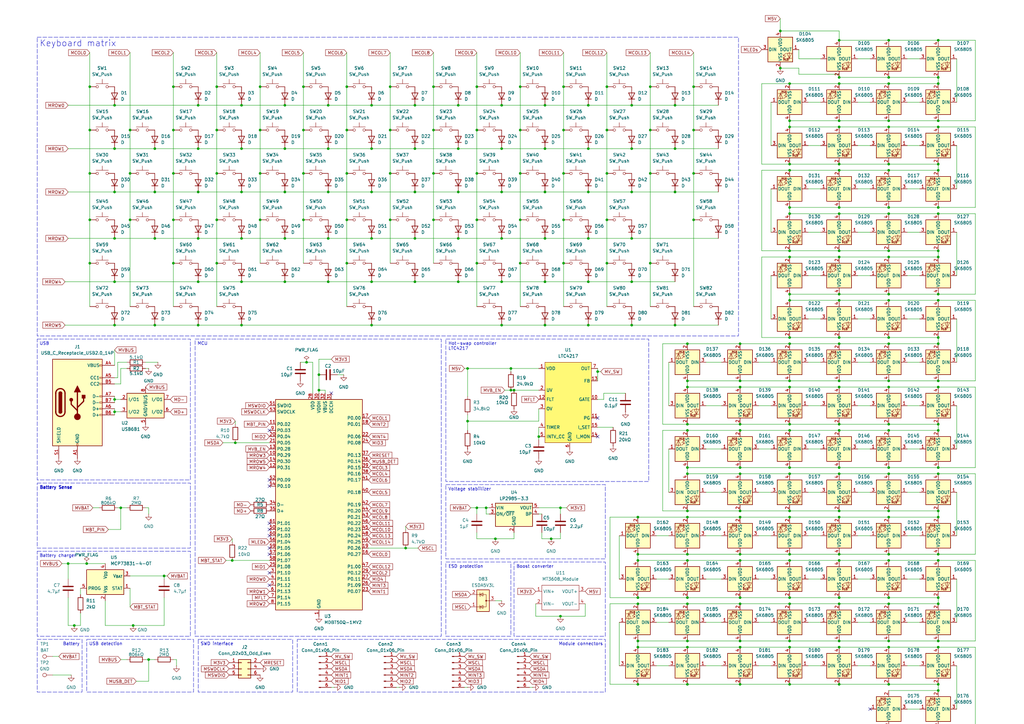
<source format=kicad_sch>
(kicad_sch (version 20250114) (generator "eeschema") (generator_version "9.0")
  (paper "A3")
  (text_box "USB detection\n" (at 35.56 262.255 0) (size 43.815 21.59) (margins 0.9525 0.9525 0.9525 0.9525) (stroke (width 0) (type dash)) (effects (font (size 1.27 1.27)) (justify left top)))
  (text_box "Battery\n" (at 15.24 262.255 0) (size 18.415 21.59) (margins 0.9525 0.9525 0.9525 0.9525) (stroke (width 0) (type dash)) (effects (font (size 1.27 1.27) (thickness 0.1588)) (justify right top)))
  (text_box "Module connectors\n" (at 121.92 262.255 0) (size 126.365 21.59) (margins 0.9525 0.9525 0.9525 0.9525) (stroke (width 0) (type dash)) (effects (font (size 1.27 1.27)) (justify right top)))
  (text_box "Battery charger" (at 15.24 226.06 0) (size 62.865 34.925) (margins 0.9525 0.9525 0.9525 0.9525) (stroke (width 0) (type dash)) (effects (font (size 1.27 1.27)) (justify left top)))
  (text_box "Battery Sense\n" (at 15.24 198.12 0) (size 62.865 26.67) (margins 0.9525 0.9525 0.9525 0.9525) (stroke (width 0) (type dash)) (effects (font (size 1.27 1.27) (thickness 0.254) (bold yes)) (justify left top)))
  (text_box "SWD interface\n" (at 81.28 262.255 0) (size 38.735 21.59) (margins 0.9525 0.9525 0.9525 0.9525) (stroke (width 0) (type dash)) (effects (font (size 1.27 1.27) (thickness 0.1588)) (justify left top)))
  (text_box "Voltage stabiilizer\n" (at 182.88 198.755 0) (size 65.405 30.48) (margins 0.9525 0.9525 0.9525 0.9525) (stroke (width 0) (type dash)) (effects (font (size 1.27 1.27)) (justify left top)))
  (text_box "MCU\n" (at 80.01 139.065 0) (size 100.965 121.92) (margins 0.9525 0.9525 0.9525 0.9525) (stroke (width 0) (type dash)) (effects (font (size 1.27 1.27)) (justify left top)))
  (text_box "ESD protection\n" (at 182.88 230.505 0) (size 26.67 30.48) (margins 0.9525 0.9525 0.9525 0.9525) (stroke (width 0) (type dash)) (effects (font (size 1.27 1.27) (thickness 0.1588)) (justify left top)))
  (text_box "USB\n" (at 15.24 139.065 0) (size 62.865 57.785) (margins 0.9525 0.9525 0.9525 0.9525) (stroke (width 0) (type dash)) (effects (font (size 1.27 1.27)) (justify left top)))
  (text_box "Keyboard matrix\n" (at 15.24 15.24 0) (size 287.655 122.555) (margins 0.9525 0.9525 0.9525 0.9525) (stroke (width 0) (type dash)) (effects (font (size 2.54 2.54)) (justify left top)))
  (text_box "Boost converter\n" (at 210.82 230.505 0) (size 37.465 30.48) (margins 0.9525 0.9525 0.9525 0.9525) (stroke (width 0) (type dash)) (effects (font (size 1.27 1.27)) (justify left top)))
  (text_box "Hot-swap controller\nLTC4217\n" (at 182.88 139.065 0) (size 83.185 58.42) (margins 0.9525 0.9525 0.9525 0.9525) (stroke (width 0) (type dash)) (effects (font (size 1.27 1.27)) (justify left top)))
  (junction (at 344.17 102.87))
  (junction (at 205.74 133.35))
  (junction (at 384.81 247.65))
  (junction (at 303.53 280.67))
  (junction (at 223.52 78.74))
  (junction (at 323.85 138.43))
  (junction (at 384.81 87.63))
  (junction (at 63.5 133.35))
  (junction (at 134.62 115.57))
  (junction (at 303.53 247.65))
  (junction (at 364.49 140.97))
  (junction (at 187.96 97.79))
  (junction (at 241.3 78.74))
  (junction (at 384.81 67.31))
  (junction (at 81.28 115.57))
  (junction (at 384.81 102.87))
  (junction (at 124.46 71.12))
  (junction (at 116.84 60.96))
  (junction (at 261.62 265.43))
  (junction (at 116.84 78.74))
  (junction (at 281.94 262.89))
  (junction (at 323.85 85.09))
  (junction (at 106.68 71.12))
  (junction (at 384.81 245.11))
  (junction (at 125.73 148.59))
  (junction (at 241.3 133.35))
  (junction (at 36.83 35.56))
  (junction (at 364.49 67.31))
  (junction (at 384.81 191.77))
  (junction (at 199.39 208.28))
  (junction (at 284.48 71.12))
  (junction (at 142.24 35.56))
  (junction (at 344.17 229.87))
  (junction (at 195.58 208.28))
  (junction (at 160.02 35.56))
  (junction (at 46.99 133.35))
  (junction (at 323.85 105.41))
  (junction (at 226.06 220.98))
  (junction (at 170.18 115.57))
  (junction (at 344.17 176.53))
  (junction (at 364.49 156.21))
  (junction (at 229.87 252.73))
  (junction (at 323.85 49.53))
  (junction (at 384.81 16.51))
  (junction (at 95.25 229.87))
  (junction (at 261.62 247.65))
  (junction (at 276.86 60.96))
  (junction (at 344.17 227.33))
  (junction (at 36.83 90.17))
  (junction (at 384.81 31.75))
  (junction (at 187.96 43.18))
  (junction (at 281.94 229.87))
  (junction (at 209.55 151.13))
  (junction (at 220.98 179.07))
  (junction (at 284.48 90.17))
  (junction (at 344.17 67.31))
  (junction (at 284.48 35.56))
  (junction (at 205.74 115.57))
  (junction (at 303.53 194.31))
  (junction (at 323.85 173.99))
  (junction (at 364.49 194.31))
  (junction (at 213.36 90.17))
  (junction (at 213.36 71.12))
  (junction (at 384.81 298.45))
  (junction (at 99.06 115.57))
  (junction (at 130.81 153.67))
  (junction (at 231.14 107.95))
  (junction (at 303.53 176.53))
  (junction (at 303.53 212.09))
  (junction (at 364.49 265.43))
  (junction (at 49.53 208.28))
  (junction (at 134.62 97.79))
  (junction (at 88.9 35.56))
  (junction (at 323.85 262.89))
  (junction (at 71.12 53.34))
  (junction (at 106.68 90.17))
  (junction (at 88.9 107.95))
  (junction (at 344.17 120.65))
  (junction (at 281.94 156.21))
  (junction (at 323.85 140.97))
  (junction (at 266.7 71.12))
  (junction (at 364.49 173.99))
  (junction (at 384.81 138.43))
  (junction (at 248.92 90.17))
  (junction (at 229.87 208.28))
  (junction (at 223.52 43.18))
  (junction (at 364.49 229.87))
  (junction (at 276.86 133.35))
  (junction (at 323.85 194.31))
  (junction (at 344.17 245.11))
  (junction (at 323.85 123.19))
  (junction (at 191.77 151.13))
  (junction (at 364.49 102.87))
  (junction (at 384.81 209.55))
  (junction (at 71.12 90.17))
  (junction (at 384.81 123.19))
  (junction (at 195.58 53.34))
  (junction (at 281.94 245.11))
  (junction (at 54.61 256.54))
  (junction (at 213.36 53.34))
  (junction (at 53.34 71.12))
  (junction (at 281.94 176.53))
  (junction (at 344.17 140.97))
  (junction (at 344.17 247.65))
  (junction (at 281.94 191.77))
  (junction (at 195.58 35.56))
  (junction (at 384.81 194.31))
  (junction (at 344.17 123.19))
  (junction (at 27.94 231.14))
  (junction (at 344.17 16.51))
  (junction (at 231.14 35.56))
  (junction (at 248.92 53.34))
  (junction (at 303.53 229.87))
  (junction (at 384.81 34.29))
  (junction (at 223.52 60.96))
  (junction (at 276.86 78.74))
  (junction (at 323.85 229.87))
  (junction (at 323.85 156.21))
  (junction (at 364.49 31.75))
  (junction (at 53.34 53.34))
  (junction (at 384.81 227.33))
  (junction (at 384.81 49.53))
  (junction (at 116.84 97.79))
  (junction (at 30.48 256.54))
  (junction (at 170.18 97.79))
  (junction (at 245.11 152.4))
  (junction (at 344.17 34.29))
  (junction (at 281.94 247.65))
  (junction (at 323.85 227.33))
  (junction (at 303.53 191.77))
  (junction (at 323.85 265.43))
  (junction (at 344.17 158.75))
  (junction (at 266.7 53.34))
  (junction (at 170.18 43.18))
  (junction (at 63.5 97.79))
  (junction (at 364.49 123.19))
  (junction (at 81.28 78.74))
  (junction (at 323.85 191.77))
  (junction (at 384.81 173.99))
  (junction (at 323.85 280.67))
  (junction (at 134.62 60.96))
  (junction (at 205.74 97.79))
  (junction (at 344.17 69.85))
  (junction (at 177.8 35.56))
  (junction (at 323.85 34.29))
  (junction (at 152.4 43.18))
  (junction (at 81.28 97.79))
  (junction (at 152.4 78.74))
  (junction (at 303.53 156.21))
  (junction (at 142.24 107.95))
  (junction (at 281.94 194.31))
  (junction (at 195.58 107.95))
  (junction (at 261.62 280.67))
  (junction (at 259.08 78.74))
  (junction (at 364.49 158.75))
  (junction (at 364.49 262.89))
  (junction (at 384.81 140.97))
  (junction (at 223.52 97.79))
  (junction (at 231.14 90.17))
  (junction (at 261.62 262.89))
  (junction (at 364.49 245.11))
  (junction (at 205.74 60.96))
  (junction (at 46.99 43.18))
  (junction (at 248.92 35.56))
  (junction (at 323.85 247.65))
  (junction (at 248.92 71.12))
  (junction (at 241.3 97.79))
  (junction (at 152.4 115.57))
  (junction (at 364.49 87.63))
  (junction (at 384.81 69.85))
  (junction (at 223.52 133.35))
  (junction (at 266.7 107.95))
  (junction (at 116.84 43.18))
  (junction (at 88.9 53.34))
  (junction (at 364.49 280.67))
  (junction (at 323.85 52.07))
  (junction (at 364.49 34.29))
  (junction (at 152.4 60.96))
  (junction (at 303.53 227.33))
  (junction (at 364.49 120.65))
  (junction (at 281.94 212.09))
  (junction (at 303.53 158.75))
  (junction (at 364.49 176.53))
  (junction (at 177.8 71.12))
  (junction (at 320.04 12.7))
  (junction (at 323.85 209.55))
  (junction (at 130.81 160.02))
  (junction (at 259.08 60.96))
  (junction (at 63.5 60.96))
  (junction (at 160.02 71.12))
  (junction (at 81.28 60.96))
  (junction (at 241.3 60.96))
  (junction (at 203.2 220.98))
  (junction (at 344.17 138.43))
  (junction (at 344.17 52.07))
  (junction (at 344.17 212.09))
  (junction (at 344.17 173.99))
  (junction (at 205.74 78.74))
  (junction (at 46.99 115.57))
  (junction (at 261.62 229.87))
  (junction (at 281.94 209.55))
  (junction (at 46.99 168.91))
  (junction (at 281.94 280.67))
  (junction (at 364.49 69.85))
  (junction (at 344.17 194.31))
  (junction (at 152.4 133.35))
  (junction (at 195.58 90.17))
  (junction (at 152.4 97.79))
  (junction (at 323.85 158.75))
  (junction (at 344.17 49.53))
  (junction (at 46.99 163.83))
  (junction (at 241.3 43.18))
  (junction (at 170.18 60.96))
  (junction (at 364.49 105.41))
  (junction (at 259.08 43.18))
  (junction (at 281.94 173.99))
  (junction (at 67.31 236.22))
  (junction (at 281.94 265.43))
  (junction (at 177.8 53.34))
  (junction (at 259.08 133.35))
  (junction (at 364.49 138.43))
  (junction (at 160.02 90.17))
  (junction (at 384.81 280.67))
  (junction (at 364.49 227.33))
  (junction (at 248.92 107.95))
  (junction (at 281.94 140.97))
  (junction (at 134.62 43.18))
  (junction (at 46.99 78.74))
  (junction (at 88.9 71.12))
  (junction (at 71.12 35.56))
  (junction (at 384.81 283.21))
  (junction (at 71.12 71.12))
  (junction (at 223.52 115.57))
  (junction (at 231.14 71.12))
  (junction (at 303.53 209.55))
  (junction (at 241.3 115.57))
  (junction (at 323.85 176.53))
  (junction (at 187.96 78.74))
  (junction (at 124.46 53.34))
  (junction (at 36.83 53.34))
  (junction (at 323.85 69.85))
  (junction (at 99.06 97.79))
  (junction (at 281.94 227.33))
  (junction (at 344.17 262.89))
  (junction (at 99.06 78.74))
  (junction (at 213.36 35.56))
  (junction (at 364.49 85.09))
  (junction (at 303.53 262.89))
  (junction (at 384.81 52.07))
  (junction (at 213.36 107.95))
  (junction (at 323.85 212.09))
  (junction (at 384.81 120.65))
  (junction (at 384.81 212.09))
  (junction (at 96.52 181.61))
  (junction (at 231.14 53.34))
  (junction (at 344.17 209.55))
  (junction (at 187.96 115.57))
  (junction (at 106.68 35.56))
  (junction (at 177.8 90.17))
  (junction (at 276.86 43.18))
  (junction (at 160.02 53.34))
  (junction (at 344.17 31.75))
  (junction (at 323.85 87.63))
  (junction (at 166.37 224.79))
  (junction (at 303.53 173.99))
  (junction (at 259.08 115.57))
  (junction (at 364.49 209.55))
  (junction (at 187.96 60.96))
  (junction (at 344.17 156.21))
  (junction (at 303.53 140.97))
  (junction (at 124.46 90.17))
  (junction (at 88.9 90.17))
  (junction (at 63.5 78.74))
  (junction (at 106.68 53.34))
  (junction (at 36.83 107.95))
  (junction (at 384.81 156.21))
  (junction (at 36.83 71.12))
  (junction (at 81.28 43.18))
  (junction (at 266.7 35.56))
  (junction (at 344.17 85.09))
  (junction (at 364.49 191.77))
  (junction (at 116.84 115.57))
  (junction (at 209.55 160.02))
  (junction (at 191.77 172.72))
  (junction (at 195.58 71.12))
  (junction (at 364.49 52.07))
  (junction (at 344.17 265.43))
  (junction (at 53.34 90.17))
  (junction (at 261.62 212.09))
  (junction (at 205.74 43.18))
  (junction (at 323.85 67.31))
  (junction (at 99.06 60.96))
  (junction (at 344.17 87.63))
  (junction (at 384.81 85.09))
  (junction (at 124.46 35.56))
  (junction (at 364.49 49.53))
  (junction (at 35.56 231.14))
  (junction (at 281.94 158.75))
  (junction (at 60.96 270.51))
  (junction (at 170.18 78.74))
  (junction (at 259.08 97.79))
  (junction (at 384.81 262.89))
  (junction (at 261.62 227.33))
  (junction (at 303.53 265.43))
  (junction (at 99.06 43.18))
  (junction (at 284.48 53.34))
  (junction (at 323.85 120.65))
  (junction (at 81.28 133.35))
  (junction (at 261.62 245.11))
  (junction (at 142.24 90.17))
  (junction (at 320.04 27.94))
  (junction (at 323.85 245.11))
  (junction (at 46.99 97.79))
  (junction (at 71.12 107.95))
  (junction (at 134.62 78.74))
  (junction (at 384.81 158.75))
  (junction (at 344.17 105.41))
  (junction (at 384.81 265.43))
  (junction (at 384.81 176.53))
  (junction (at 46.99 60.96))
  (junction (at 344.17 280.67))
  (junction (at 323.85 102.87))
  (junction (at 142.24 71.12))
  (junction (at 364.49 16.51))
  (junction (at 210.82 160.02))
  (junction (at 384.81 105.41))
  (junction (at 303.53 245.11))
  (junction (at 142.24 53.34))
  (junction (at 364.49 212.09))
  (junction (at 364.49 247.65))
  (junction (at 384.81 229.87))
  (junction (at 344.17 191.77))
  (junction (at 99.06 133.35))
  (no_connect (at 135.89 161.29))
  (no_connect (at 110.49 224.79))
  (no_connect (at 245.11 171.45))
  (no_connect (at 110.49 227.33))
  (no_connect (at 356.87 290.83))
  (no_connect (at 110.49 234.95))
  (no_connect (at 110.49 217.17))
  (no_connect (at 110.49 196.85))
  (no_connect (at 245.11 179.07))
  (no_connect (at 110.49 176.53))
  (no_connect (at 110.49 219.71))
  (no_connect (at 110.49 199.39))
  (no_connect (at 110.49 240.03))
  (no_connect (at 110.49 214.63))
  (wire (pts (xy 53.34 90.17) (xy 53.34 125.73)))
  (wire (pts (xy 281.94 247.65) (xy 303.53 247.65)))
  (wire (pts (xy 351.79 41.91) (xy 356.87 41.91)))
  (wire (pts (xy 312.42 138.43) (xy 323.85 138.43)))
  (wire (pts (xy 81.28 115.57) (xy 99.06 115.57)))
  (wire (pts (xy 43.18 246.38) (xy 43.18 256.54)))
  (wire (pts (xy 231.14 35.56) (xy 231.14 53.34)))
  (wire (pts (xy 316.23 77.47) (xy 316.23 95.25)))
  (wire (pts (xy 124.46 53.34) (xy 124.46 71.12)))
  (wire (pts (xy 344.17 30.48) (xy 344.17 31.75)))
  (wire (pts (xy 331.47 148.59) (xy 336.55 148.59)))
  (wire (pts (xy 281.94 262.89) (xy 303.53 262.89)))
  (wire (pts (xy 52.07 270.51) (xy 49.53 270.51)))
  (wire (pts (xy 106.68 71.12) (xy 106.68 90.17)))
  (wire (pts (xy 400.05 49.53) (xy 384.81 49.53)))
  (wire (pts (xy 312.42 105.41) (xy 312.42 138.43)))
  (wire (pts (xy 152.4 78.74) (xy 170.18 78.74)))
  (wire (pts (xy 384.81 102.87) (xy 384.81 105.41)))
  (wire (pts (xy 210.82 160.02) (xy 209.55 160.02)))
  (wire (pts (xy 106.68 21.59) (xy 106.68 35.56)))
  (wire (pts (xy 99.06 97.79) (xy 116.84 97.79)))
  (wire (pts (xy 33.02 241.3) (xy 33.02 243.84)))
  (wire (pts (xy 116.84 43.18) (xy 134.62 43.18)))
  (wire (pts (xy 312.42 34.29) (xy 312.42 67.31)))
  (wire (pts (xy 364.49 123.19) (xy 384.81 123.19)))
  (wire (pts (xy 46.99 163.83) (xy 46.99 165.1)))
  (wire (pts (xy 372.11 148.59) (xy 377.19 148.59)))
  (wire (pts (xy 26.67 133.35) (xy 46.99 133.35)))
  (wire (pts (xy 170.18 43.18) (xy 187.96 43.18)))
  (wire (pts (xy 276.86 78.74) (xy 294.64 78.74)))
  (wire (pts (xy 351.79 237.49) (xy 356.87 237.49)))
  (wire (pts (xy 52.07 148.59) (xy 48.26 148.59)))
  (wire (pts (xy 245.11 175.26) (xy 251.46 175.26)))
  (wire (pts (xy 142.24 35.56) (xy 142.24 53.34)))
  (wire (pts (xy 223.52 115.57) (xy 241.3 115.57)))
  (wire (pts (xy 281.94 212.09) (xy 303.53 212.09)))
  (wire (pts (xy 124.46 90.17) (xy 124.46 107.95)))
  (wire (pts (xy 36.83 53.34) (xy 36.83 71.12)))
  (wire (pts (xy 364.49 16.51) (xy 384.81 16.51)))
  (wire (pts (xy 134.62 60.96) (xy 152.4 60.96)))
  (wire (pts (xy 364.49 67.31) (xy 384.81 67.31)))
  (wire (pts (xy 323.85 173.99) (xy 344.17 173.99)))
  (wire (pts (xy 372.11 201.93) (xy 377.19 201.93)))
  (wire (pts (xy 254 255.27) (xy 254 273.05)))
  (wire (pts (xy 331.47 219.71) (xy 336.55 219.71)))
  (wire (pts (xy 331.47 184.15) (xy 336.55 184.15)))
  (wire (pts (xy 46.99 115.57) (xy 81.28 115.57)))
  (wire (pts (xy 392.43 130.81) (xy 392.43 148.59)))
  (wire (pts (xy 106.68 53.34) (xy 106.68 71.12)))
  (wire (pts (xy 372.11 237.49) (xy 377.19 237.49)))
  (wire (pts (xy 261.62 227.33) (xy 261.62 229.87)))
  (wire (pts (xy 191.77 170.18) (xy 191.77 172.72)))
  (wire (pts (xy 99.06 60.96) (xy 116.84 60.96)))
  (wire (pts (xy 177.8 35.56) (xy 177.8 21.59)))
  (wire (pts (xy 351.79 95.25) (xy 356.87 95.25)))
  (wire (pts (xy 281.94 176.53) (xy 303.53 176.53)))
  (wire (pts (xy 53.34 71.12) (xy 53.34 90.17)))
  (wire (pts (xy 312.42 69.85) (xy 312.42 102.87)))
  (wire (pts (xy 364.49 212.09) (xy 384.81 212.09)))
  (wire (pts (xy 213.36 21.59) (xy 213.36 35.56)))
  (wire (pts (xy 284.48 71.12) (xy 284.48 90.17)))
  (wire (pts (xy 364.49 247.65) (xy 344.17 247.65)))
  (wire (pts (xy 99.06 133.35) (xy 152.4 133.35)))
  (wire (pts (xy 187.96 115.57) (xy 205.74 115.57)))
  (wire (pts (xy 311.15 166.37) (xy 316.23 166.37)))
  (wire (pts (xy 351.79 113.03) (xy 356.87 113.03)))
  (wire (pts (xy 63.5 60.96) (xy 81.28 60.96)))
  (wire (pts (xy 48.26 154.94) (xy 46.99 154.94)))
  (wire (pts (xy 316.23 41.91) (xy 316.23 59.69)))
  (wire (pts (xy 323.85 229.87) (xy 344.17 229.87)))
  (wire (pts (xy 344.17 173.99) (xy 364.49 173.99)))
  (wire (pts (xy 384.81 49.53) (xy 364.49 49.53)))
  (wire (pts (xy 351.79 77.47) (xy 356.87 77.47)))
  (wire (pts (xy 323.85 265.43) (xy 344.17 265.43)))
  (wire (pts (xy 331.47 166.37) (xy 336.55 166.37)))
  (wire (pts (xy 36.83 90.17) (xy 36.83 107.95)))
  (wire (pts (xy 331.47 41.91) (xy 336.55 41.91)))
  (wire (pts (xy 190.5 151.13) (xy 191.77 151.13)))
  (wire (pts (xy 195.58 35.56) (xy 195.58 53.34)))
  (wire (pts (xy 364.49 283.21) (xy 384.81 283.21)))
  (wire (pts (xy 274.32 184.15) (xy 274.32 201.93)))
  (wire (pts (xy 320.04 7.62) (xy 320.04 12.7)))
  (wire (pts (xy 344.17 105.41) (xy 364.49 105.41)))
  (wire (pts (xy 195.58 208.28) (xy 195.58 210.82)))
  (wire (pts (xy 88.9 90.17) (xy 88.9 107.95)))
  (wire (pts (xy 259.08 97.79) (xy 294.64 97.79)))
  (wire (pts (xy 344.17 12.7) (xy 344.17 16.51)))
  (wire (pts (xy 229.87 252.73) (xy 240.03 252.73)))
  (wire (pts (xy 160.02 35.56) (xy 160.02 53.34)))
  (wire (pts (xy 372.11 113.03) (xy 377.19 113.03)))
  (wire (pts (xy 261.62 262.89) (xy 261.62 265.43)))
  (wire (pts (xy 209.55 151.13) (xy 209.55 152.4)))
  (wire (pts (xy 259.08 115.57) (xy 276.86 115.57)))
  (wire (pts (xy 384.81 156.21) (xy 400.05 156.21)))
  (wire (pts (xy 49.53 217.17) (xy 49.53 208.28)))
  (wire (pts (xy 35.56 231.14) (xy 43.18 231.14)))
  (wire (pts (xy 323.85 85.09) (xy 323.85 87.63)))
  (wire (pts (xy 400.05 194.31) (xy 400.05 227.33)))
  (wire (pts (xy 261.62 262.89) (xy 281.94 262.89)))
  (wire (pts (xy 248.92 35.56) (xy 248.92 21.59)))
  (wire (pts (xy 133.35 160.02) (xy 130.81 160.02)))
  (wire (pts (xy 271.78 140.97) (xy 271.78 173.99)))
  (wire (pts (xy 130.81 147.32) (xy 135.89 147.32)))
  (wire (pts (xy 71.12 71.12) (xy 71.12 90.17)))
  (wire (pts (xy 351.79 166.37) (xy 356.87 166.37)))
  (wire (pts (xy 27.94 97.79) (xy 46.99 97.79)))
  (wire (pts (xy 213.36 107.95) (xy 213.36 125.73)))
  (wire (pts (xy 276.86 133.35) (xy 294.64 133.35)))
  (wire (pts (xy 311.15 237.49) (xy 316.23 237.49)))
  (wire (pts (xy 195.58 35.56) (xy 195.58 21.59)))
  (wire (pts (xy 220.98 179.07) (xy 220.98 180.34)))
  (wire (pts (xy 400.05 16.51) (xy 400.05 49.53)))
  (wire (pts (xy 384.81 283.21) (xy 384.81 280.67)))
  (wire (pts (xy 344.17 138.43) (xy 364.49 138.43)))
  (wire (pts (xy 303.53 245.11) (xy 323.85 245.11)))
  (wire (pts (xy 344.17 102.87) (xy 364.49 102.87)))
  (wire (pts (xy 53.34 236.22) (xy 67.31 236.22)))
  (wire (pts (xy 372.11 59.69) (xy 377.19 59.69)))
  (wire (pts (xy 219.71 252.73) (xy 229.87 252.73)))
  (wire (pts (xy 323.85 120.65) (xy 323.85 123.19)))
  (wire (pts (xy 63.5 97.79) (xy 81.28 97.79)))
  (wire (pts (xy 231.14 53.34) (xy 231.14 71.12)))
  (wire (pts (xy 392.43 59.69) (xy 392.43 77.47)))
  (wire (pts (xy 33.02 256.54) (xy 33.02 251.46)))
  (wire (pts (xy 400.05 158.75) (xy 400.05 191.77)))
  (wire (pts (xy 130.81 153.67) (xy 130.81 160.02)))
  (wire (pts (xy 223.52 60.96) (xy 241.3 60.96)))
  (wire (pts (xy 384.81 227.33) (xy 400.05 227.33)))
  (wire (pts (xy 364.49 49.53) (xy 344.17 49.53)))
  (wire (pts (xy 323.85 138.43) (xy 344.17 138.43)))
  (wire (pts (xy 331.47 59.69) (xy 336.55 59.69)))
  (wire (pts (xy 134.62 78.74) (xy 152.4 78.74)))
  (wire (pts (xy 187.96 60.96) (xy 205.74 60.96)))
  (wire (pts (xy 303.53 158.75) (xy 323.85 158.75)))
  (wire (pts (xy 124.46 35.56) (xy 124.46 53.34)))
  (wire (pts (xy 344.17 156.21) (xy 323.85 156.21)))
  (wire (pts (xy 71.12 90.17) (xy 71.12 107.95)))
  (wire (pts (xy 323.85 280.67) (xy 344.17 280.67)))
  (wire (pts (xy 364.49 191.77) (xy 344.17 191.77)))
  (wire (pts (xy 261.62 265.43) (xy 281.94 265.43)))
  (wire (pts (xy 205.74 246.38) (xy 203.2 246.38)))
  (wire (pts (xy 177.8 90.17) (xy 177.8 107.95)))
  (wire (pts (xy 384.81 105.41) (xy 364.49 105.41)))
  (wire (pts (xy 281.94 158.75) (xy 303.53 158.75)))
  (wire (pts (xy 392.43 201.93) (xy 392.43 219.71)))
  (wire (pts (xy 384.81 209.55) (xy 384.81 212.09)))
  (wire (pts (xy 372.11 77.47) (xy 377.19 77.47)))
  (wire (pts (xy 323.85 156.21) (xy 303.53 156.21)))
  (wire (pts (xy 36.83 35.56) (xy 36.83 53.34)))
  (wire (pts (xy 71.12 53.34) (xy 71.12 71.12)))
  (wire (pts (xy 222.25 220.98) (xy 226.06 220.98)))
  (wire (pts (xy 261.62 245.11) (xy 281.94 245.11)))
  (wire (pts (xy 116.84 60.96) (xy 134.62 60.96)))
  (wire (pts (xy 323.85 105.41) (xy 344.17 105.41)))
  (wire (pts (xy 312.42 102.87) (xy 323.85 102.87)))
  (wire (pts (xy 344.17 209.55) (xy 364.49 209.55)))
  (wire (pts (xy 344.17 265.43) (xy 364.49 265.43)))
  (wire (pts (xy 116.84 115.57) (xy 134.62 115.57)))
  (wire (pts (xy 195.58 107.95) (xy 195.58 125.73)))
  (wire (pts (xy 384.81 245.11) (xy 384.81 247.65)))
  (wire (pts (xy 384.81 158.75) (xy 400.05 158.75)))
  (wire (pts (xy 344.17 87.63) (xy 364.49 87.63)))
  (wire (pts (xy 372.11 184.15) (xy 377.19 184.15)))
  (wire (pts (xy 195.58 208.28) (xy 199.39 208.28)))
  (wire (pts (xy 259.08 133.35) (xy 276.86 133.35)))
  (wire (pts (xy 231.14 107.95) (xy 231.14 125.73)))
  (wire (pts (xy 400.05 262.89) (xy 384.81 262.89)))
  (wire (pts (xy 152.4 60.96) (xy 170.18 60.96)))
  (wire (pts (xy 364.49 140.97) (xy 344.17 140.97)))
  (wire (pts (xy 199.39 208.28) (xy 200.66 208.28)))
  (wire (pts (xy 311.15 273.05) (xy 316.23 273.05)))
  (wire (pts (xy 160.02 71.12) (xy 160.02 90.17)))
  (wire (pts (xy 281.94 140.97) (xy 271.78 140.97)))
  (wire (pts (xy 27.94 60.96) (xy 46.99 60.96)))
  (wire (pts (xy 344.17 16.51) (xy 364.49 16.51)))
  (wire (pts (xy 231.14 71.12) (xy 231.14 90.17)))
  (wire (pts (xy 392.43 24.13) (xy 392.43 41.91)))
  (wire (pts (xy 199.39 210.82) (xy 199.39 208.28)))
  (wire (pts (xy 266.7 107.95) (xy 266.7 125.73)))
  (wire (pts (xy 384.81 120.65) (xy 400.05 120.65)))
  (wire (pts (xy 49.53 151.13) (xy 52.07 151.13)))
  (wire (pts (xy 303.53 262.89) (xy 323.85 262.89)))
  (wire (pts (xy 191.77 151.13) (xy 209.55 151.13)))
  (wire (pts (xy 289.56 237.49) (xy 295.91 237.49)))
  (wire (pts (xy 250.19 247.65) (xy 261.62 247.65)))
  (wire (pts (xy 303.53 280.67) (xy 323.85 280.67)))
  (wire (pts (xy 323.85 123.19) (xy 344.17 123.19)))
  (wire (pts (xy 281.94 156.21) (xy 281.94 158.75)))
  (wire (pts (xy 384.81 191.77) (xy 364.49 191.77)))
  (wire (pts (xy 88.9 71.12) (xy 88.9 90.17)))
  (wire (pts (xy 223.52 97.79) (xy 241.3 97.79)))
  (wire (pts (xy 49.53 208.28) (xy 52.07 208.28)))
  (wire (pts (xy 320.04 27.94) (xy 327.66 27.94)))
  (wire (pts (xy 344.17 212.09) (xy 364.49 212.09)))
  (wire (pts (xy 27.94 231.14) (xy 35.56 231.14)))
  (wire (pts (xy 323.85 49.53) (xy 323.85 52.07)))
  (wire (pts (xy 303.53 191.77) (xy 323.85 191.77)))
  (wire (pts (xy 241.3 43.18) (xy 259.08 43.18)))
  (wire (pts (xy 303.53 227.33) (xy 323.85 227.33)))
  (wire (pts (xy 284.48 35.56) (xy 284.48 21.59)))
  (wire (pts (xy 344.17 120.65) (xy 364.49 120.65)))
  (wire (pts (xy 372.11 41.91) (xy 377.19 41.91)))
  (wire (pts (xy 200.66 210.82) (xy 199.39 210.82)))
  (wire (pts (xy 130.81 147.32) (xy 130.81 153.67)))
  (wire (pts (xy 323.85 158.75) (xy 344.17 158.75)))
  (wire (pts (xy 250.19 245.11) (xy 261.62 245.11)))
  (wire (pts (xy 384.81 138.43) (xy 384.81 140.97)))
  (wire (pts (xy 364.49 245.11) (xy 384.81 245.11)))
  (wire (pts (xy 259.08 43.18) (xy 276.86 43.18)))
  (wire (pts (xy 331.47 113.03) (xy 336.55 113.03)))
  (wire (pts (xy 356.87 24.13) (xy 351.79 24.13)))
  (wire (pts (xy 248.92 90.17) (xy 248.92 107.95)))
  (wire (pts (xy 67.31 237.49) (xy 67.31 236.22)))
  (wire (pts (xy 364.49 156.21) (xy 344.17 156.21)))
  (wire (pts (xy 281.94 245.11) (xy 303.53 245.11)))
  (wire (pts (xy 160.02 21.59) (xy 160.02 35.56)))
  (wire (pts (xy 364.49 265.43) (xy 384.81 265.43)))
  (wire (pts (xy 392.43 273.05) (xy 392.43 290.83)))
  (wire (pts (xy 88.9 107.95) (xy 88.9 125.73)))
  (wire (pts (xy 284.48 53.34) (xy 284.48 71.12)))
  (wire (pts (xy 384.81 247.65) (xy 364.49 247.65)))
  (wire (pts (xy 351.79 130.81) (xy 356.87 130.81)))
  (wire (pts (xy 72.39 270.51) (xy 71.12 270.51)))
  (wire (pts (xy 191.77 151.13) (xy 191.77 162.56)))
  (wire (pts (xy 207.01 160.02) (xy 209.55 160.02)))
  (wire (pts (xy 261.62 212.09) (xy 250.19 212.09)))
  (wire (pts (xy 372.11 130.81) (xy 377.19 130.81)))
  (wire (pts (xy 53.34 53.34) (xy 53.34 71.12)))
  (wire (pts (xy 53.34 248.92) (xy 53.34 241.3)))
  (wire (pts (xy 384.81 16.51) (xy 400.05 16.51)))
  (wire (pts (xy 166.37 215.9) (xy 166.37 217.17)))
  (wire (pts (xy 289.56 255.27) (xy 295.91 255.27)))
  (wire (pts (xy 250.19 212.09) (xy 250.19 245.11)))
  (wire (pts (xy 44.45 217.17) (xy 49.53 217.17)))
  (wire (pts (xy 116.84 97.79) (xy 134.62 97.79)))
  (wire (pts (xy 400.05 265.43) (xy 400.05 298.45)))
  (wire (pts (xy 312.42 105.41) (xy 323.85 105.41)))
  (wire (pts (xy 72.39 273.05) (xy 72.39 270.51)))
  (wire (pts (xy 81.28 78.74) (xy 99.06 78.74)))
  (wire (pts (xy 320.04 12.7) (xy 344.17 12.7)))
  (wire (pts (xy 36.83 107.95) (xy 36.83 125.73)))
  (wire (pts (xy 213.36 53.34) (xy 213.36 71.12)))
  (wire (pts (xy 384.81 123.19) (xy 400.05 123.19)))
  (wire (pts (xy 241.3 60.96) (xy 259.08 60.96)))
  (wire (pts (xy 245.11 151.13) (xy 245.11 152.4)))
  (wire (pts (xy 240.03 252.73) (xy 240.03 247.65)))
  (wire (pts (xy 36.83 71.12) (xy 36.83 90.17)))
  (wire (pts (xy 331.47 130.81) (xy 336.55 130.81)))
  (wire (pts (xy 92.71 229.87) (xy 95.25 229.87)))
  (wire (pts (xy 124.46 21.59) (xy 124.46 35.56)))
  (wire (pts (xy 223.52 133.35) (xy 241.3 133.35)))
  (wire (pts (xy 323.85 227.33) (xy 344.17 227.33)))
  (wire (pts (xy 191.77 172.72) (xy 191.77 176.53)))
  (wire (pts (xy 323.85 52.07) (xy 344.17 52.07)))
  (wire (pts (xy 46.99 60.96) (xy 63.5 60.96)))
  (wire (pts (xy 281.94 209.55) (xy 303.53 209.55)))
  (wire (pts (xy 21.59 269.24) (xy 24.13 269.24)))
  (wire (pts (xy 220.98 172.72) (xy 220.98 167.64)))
  (wire (pts (xy 364.49 262.89) (xy 344.17 262.89)))
  (wire (pts (xy 63.5 78.74) (xy 81.28 78.74)))
  (wire (pts (xy 60.96 208.28) (xy 59.69 208.28)))
  (wire (pts (xy 40.64 208.28) (xy 38.1 208.28)))
  (wire (pts (xy 266.7 71.12) (xy 266.7 107.95)))
  (wire (pts (xy 400.05 87.63) (xy 400.05 120.65)))
  (wire (pts (xy 384.81 173.99) (xy 384.81 176.53)))
  (wire (pts (xy 271.78 209.55) (xy 281.94 209.55)))
  (wire (pts (xy 43.18 256.54) (xy 54.61 256.54)))
  (wire (pts (xy 344.17 34.29) (xy 364.49 34.29)))
  (wire (pts (xy 195.58 90.17) (xy 195.58 107.95)))
  (wire (pts (xy 271.78 176.53) (xy 271.78 209.55)))
  (wire (pts (xy 311.15 148.59) (xy 316.23 148.59)))
  (wire (pts (xy 303.53 247.65) (xy 323.85 247.65)))
  (wire (pts (xy 364.49 102.87) (xy 384.81 102.87)))
  (wire (pts (xy 372.11 24.13) (xy 377.19 24.13)))
  (wire (pts (xy 203.2 220.98) (xy 210.82 220.98)))
  (wire (pts (xy 152.4 97.79) (xy 170.18 97.79)))
  (wire (pts (xy 248.92 71.12) (xy 248.92 90.17)))
  (wire (pts (xy 63.5 133.35) (xy 81.28 133.35)))
  (wire (pts (xy 384.81 87.63) (xy 400.05 87.63)))
  (wire (pts (xy 205.74 43.18) (xy 223.52 43.18)))
  (wire (pts (xy 170.18 78.74) (xy 187.96 78.74)))
  (wire (pts (xy 46.99 168.91) (xy 49.53 168.91)))
  (wire (pts (xy 311.15 219.71) (xy 316.23 219.71)))
  (wire (pts (xy 71.12 21.59) (xy 71.12 35.56)))
  (wire (pts (xy 269.24 219.71) (xy 274.32 219.71)))
  (wire (pts (xy 27.94 245.11) (xy 27.94 256.54)))
  (wire (pts (xy 99.06 43.18) (xy 116.84 43.18)))
  (wire (pts (xy 48.26 208.28) (xy 49.53 208.28)))
  (wire (pts (xy 205.74 60.96) (xy 223.52 60.96)))
  (wire (pts (xy 49.53 157.48) (xy 46.99 157.48)))
  (wire (pts (xy 344.17 85.09) (xy 364.49 85.09)))
  (wire (pts (xy 384.81 298.45) (xy 400.05 298.45)))
  (wire (pts (xy 213.36 90.17) (xy 213.36 107.95)))
  (wire (pts (xy 364.49 298.45) (xy 384.81 298.45)))
  (wire (pts (xy 133.35 161.29) (xy 133.35 160.02)))
  (wire (pts (xy 281.94 173.99) (xy 303.53 173.99)))
  (wire (pts (xy 289.56 166.37) (xy 295.91 166.37)))
  (wire (pts (xy 218.44 281.94) (xy 217.17 281.94)))
  (wire (pts (xy 364.49 120.65) (xy 384.81 120.65)))
  (wire (pts (xy 231.14 90.17) (xy 231.14 107.95)))
  (wire (pts (xy 60.96 210.82) (xy 60.96 208.28)))
  (wire (pts (xy 152.4 43.18) (xy 170.18 43.18)))
  (wire (pts (xy 384.81 67.31) (xy 384.81 69.85)))
  (wire (pts (xy 312.42 69.85) (xy 323.85 69.85)))
  (wire (pts (xy 151.13 224.79) (xy 166.37 224.79)))
  (wire (pts (xy 241.3 133.35) (xy 259.08 133.35)))
  (wire (pts (xy 311.15 255.27) (xy 316.23 255.27)))
  (wire (pts (xy 331.47 255.27) (xy 336.55 255.27)))
  (wire (pts (xy 281.94 191.77) (xy 281.94 194.31)))
  (wire (pts (xy 344.17 191.77) (xy 323.85 191.77)))
  (wire (pts (xy 269.24 273.05) (xy 274.32 273.05)))
  (wire (pts (xy 344.17 52.07) (xy 364.49 52.07)))
  (wire (pts (xy 248.92 53.34) (xy 248.92 71.12)))
  (wire (pts (xy 269.24 255.27) (xy 274.32 255.27)))
  (wire (pts (xy 88.9 21.59) (xy 88.9 35.56)))
  (wire (pts (xy 229.87 208.28) (xy 229.87 210.82)))
  (wire (pts (xy 323.85 34.29) (xy 312.42 34.29)))
  (wire (pts (xy 364.49 280.67) (xy 384.81 280.67)))
  (wire (pts (xy 364.49 176.53) (xy 344.17 176.53)))
  (wire (pts (xy 205.74 78.74) (xy 223.52 78.74)))
  (wire (pts (xy 323.85 67.31) (xy 344.17 67.31)))
  (wire (pts (xy 269.24 237.49) (xy 274.32 237.49)))
  (wire (pts (xy 351.79 184.15) (xy 356.87 184.15)))
  (wire (pts (xy 331.47 77.47) (xy 336.55 77.47)))
  (wire (pts (xy 36.83 21.59) (xy 36.83 35.56)))
  (wire (pts (xy 46.99 168.91) (xy 46.99 170.18)))
  (wire (pts (xy 344.17 69.85) (xy 364.49 69.85)))
  (wire (pts (xy 59.69 270.51) (xy 60.96 270.51)))
  (wire (pts (xy 281.94 229.87) (xy 303.53 229.87)))
  (wire (pts (xy 220.98 210.82) (xy 222.25 210.82)))
  (wire (pts (xy 195.58 220.98) (xy 203.2 220.98)))
  (wire (pts (xy 323.85 87.63) (xy 344.17 87.63)))
  (wire (pts (xy 364.49 34.29) (xy 384.81 34.29)))
  (wire (pts (xy 134.62 97.79) (xy 152.4 97.79)))
  (wire (pts (xy 311.15 201.93) (xy 316.23 201.93)))
  (wire (pts (xy 364.49 158.75) (xy 384.81 158.75)))
  (wire (pts (xy 124.46 71.12) (xy 124.46 90.17)))
  (wire (pts (xy 81.28 60.96) (xy 99.06 60.96)))
  (wire (pts (xy 281.94 191.77) (xy 303.53 191.77)))
  (wire (pts (xy 303.53 229.87) (xy 323.85 229.87)))
  (wire (pts (xy 372.11 255.27) (xy 377.19 255.27)))
  (wire (pts (xy 344.17 262.89) (xy 323.85 262.89)))
  (wire (pts (xy 364.49 31.75) (xy 384.81 31.75)))
  (wire (pts (xy 177.8 53.34) (xy 177.8 71.12)))
  (wire (pts (xy 372.11 273.05) (xy 377.19 273.05)))
  (wire (pts (xy 46.99 78.74) (xy 63.5 78.74)))
  (wire (pts (xy 246.38 152.4) (xy 245.11 152.4)))
  (wire (pts (xy 60.96 279.4) (xy 60.96 270.51)))
  (wire (pts (xy 125.73 148.59) (xy 128.27 148.59)))
  (wire (pts (xy 344.17 67.31) (xy 364.49 67.31)))
  (wire (pts (xy 67.31 236.22) (xy 68.58 236.22)))
  (wire (pts (xy 99.06 115.57) (xy 116.84 115.57)))
  (wire (pts (xy 331.47 273.05) (xy 336.55 273.05)))
  (wire (pts (xy 220.98 175.26) (xy 220.98 179.07)))
  (wire (pts (xy 46.99 143.51) (xy 46.99 149.86)))
  (wire (pts (xy 160.02 53.34) (xy 160.02 71.12)))
  (wire (pts (xy 364.49 52.07) (xy 384.81 52.07)))
  (wire (pts (xy 372.11 166.37) (xy 377.19 166.37)))
  (wire (pts (xy 266.7 53.34) (xy 266.7 71.12)))
  (wire (pts (xy 327.66 30.48) (xy 344.17 30.48)))
  (wire (pts (xy 344.17 158.75) (xy 364.49 158.75)))
  (wire (pts (xy 331.47 201.93) (xy 336.55 201.93)))
  (wire (pts (xy 229.87 218.44) (xy 229.87 220.98)))
  (wire (pts (xy 53.34 21.59) (xy 53.34 53.34)))
  (wire (pts (xy 323.85 140.97) (xy 303.53 140.97)))
  (wire (pts (xy 220.98 160.02) (xy 210.82 160.02)))
  (wire (pts (xy 134.62 43.18) (xy 152.4 43.18)))
  (wire (pts (xy 276.86 60.96) (xy 294.64 60.96)))
  (wire (pts (xy 64.77 148.59) (xy 59.69 148.59)))
  (wire (pts (xy 351.79 148.59) (xy 356.87 148.59)))
  (wire (pts (xy 289.56 219.71) (xy 295.91 219.71)))
  (wire (pts (xy 289.56 201.93) (xy 295.91 201.93)))
  (wire (pts (xy 26.67 115.57) (xy 46.99 115.57)))
  (wire (pts (xy 254 219.71) (xy 254 237.49)))
  (wire (pts (xy 384.81 85.09) (xy 364.49 85.09)))
  (wire (pts (xy 344.17 194.31) (xy 364.49 194.31)))
  (wire (pts (xy 226.06 220.98) (xy 229.87 220.98)))
  (wire (pts (xy 384.81 140.97) (xy 364.49 140.97)))
  (wire (pts (xy 152.4 115.57) (xy 170.18 115.57)))
  (wire (pts (xy 344.17 176.53) (xy 323.85 176.53)))
  (wire (pts (xy 27.94 237.49) (xy 27.94 231.14)))
  (wire (pts (xy 137.16 281.94) (xy 135.89 281.94)))
  (wire (pts (xy 364.49 229.87) (xy 384.81 229.87)))
  (wire (pts (xy 195.58 53.34) (xy 195.58 71.12)))
  (wire (pts (xy 27.94 78.74) (xy 46.99 78.74)))
  (wire (pts (xy 284.48 90.17) (xy 284.48 125.73)))
  (wire (pts (xy 261.62 247.65) (xy 281.94 247.65)))
  (wire (pts (xy 261.62 229.87) (xy 281.94 229.87)))
  (wire (pts (xy 372.11 290.83) (xy 377.19 290.83)))
  (wire (pts (xy 364.49 194.31) (xy 384.81 194.31)))
  (wire (pts (xy 316.23 113.03) (xy 316.23 130.81)))
  (wire (pts (xy 95.25 220.98) (xy 95.25 222.25)))
  (wire (pts (xy 250.19 247.65) (xy 250.19 280.67)))
  (wire (pts (xy 54.61 256.54) (xy 67.31 256.54)))
  (wire (pts (xy 241.3 78.74) (xy 259.08 78.74)))
  (wire (pts (xy 29.21 276.86) (xy 21.59 276.86)))
  (wire (pts (xy 30.48 256.54) (xy 33.02 256.54)))
  (wire (pts (xy 312.42 67.31) (xy 323.85 67.31)))
  (wire (pts (xy 81.28 97.79) (xy 99.06 97.79)))
  (wire (pts (xy 46.99 163.83) (xy 49.53 163.83)))
  (wire (pts (xy 323.85 212.09) (xy 344.17 212.09)))
  (wire (pts (xy 303.53 156.21) (xy 281.94 156.21)))
  (wire (pts (xy 134.62 115.57) (xy 152.4 115.57)))
  (wire (pts (xy 55.88 279.4) (xy 60.96 279.4)))
  (wire (pts (xy 261.62 280.67) (xy 281.94 280.67)))
  (wire (pts (xy 106.68 90.17) (xy 106.68 107.95)))
  (wire (pts (xy 67.31 245.11) (xy 67.31 256.54)))
  (wire (pts (xy 171.45 224.79) (xy 166.37 224.79)))
  (wire (pts (xy 95.25 229.87) (xy 110.49 229.87)))
  (wire (pts (xy 142.24 53.34) (xy 142.24 71.12)))
  (wire (pts (xy 281.94 280.67) (xy 303.53 280.67)))
  (wire (pts (xy 231.14 35.56) (xy 231.14 21.59)))
  (wire (pts (xy 384.81 176.53) (xy 364.49 176.53)))
  (wire (pts (xy 327.66 27.94) (xy 327.66 30.48)))
  (wire (pts (xy 106.68 35.56) (xy 106.68 53.34)))
  (wire (pts (xy 364.49 173.99) (xy 384.81 173.99)))
  (wire (pts (xy 344.17 31.75) (xy 364.49 31.75)))
  (wire (pts (xy 274.32 148.59) (xy 274.32 166.37)))
  (wire (pts (xy 276.86 43.18) (xy 294.64 43.18)))
  (wire (pts (xy 303.53 140.97) (xy 281.94 140.97)))
  (wire (pts (xy 193.04 208.28) (xy 195.58 208.28)))
  (wire (pts (xy 96.52 181.61) (xy 110.49 181.61)))
  (wire (pts (xy 248.92 35.56) (xy 248.92 53.34)))
  (wire (pts (xy 223.52 43.18) (xy 241.3 43.18)))
  (wire (pts (xy 344.17 280.67) (xy 364.49 280.67)))
  (wire (pts (xy 261.62 212.09) (xy 281.94 212.09)))
  (wire (pts (xy 323.85 209.55) (xy 344.17 209.55)))
  (wire (pts (xy 327.66 20.32) (xy 327.66 24.13)))
  (wire (pts (xy 229.87 208.28) (xy 232.41 208.28)))
  (wire (pts (xy 210.82 218.44) (xy 210.82 220.98)))
  (wire (pts (xy 400.05 123.19) (xy 400.05 156.21)))
  (wire (pts (xy 364.49 138.43) (xy 384.81 138.43)))
  (wire (pts (xy 88.9 35.56) (xy 88.9 53.34)))
  (wire (pts (xy 81.28 43.18) (xy 99.06 43.18)))
  (wire (pts (xy 25.4 231.14) (xy 27.94 231.14)))
  (wire (pts (xy 303.53 173.99) (xy 323.85 173.99)))
  (wire (pts (xy 60.96 270.51) (xy 63.5 270.51)))
  (wire (pts (xy 259.08 60.96) (xy 276.86 60.96)))
  (wire (pts (xy 46.99 167.64) (xy 46.99 168.91)))
  (wire (pts (xy 323.85 34.29) (xy 344.17 34.29)))
  (wire (pts (xy 364.49 87.63) (xy 384.81 87.63)))
  (wire (pts (xy 205.74 115.57) (xy 223.52 115.57)))
  (wire (pts (xy 303.53 209.55) (xy 323.85 209.55)))
  (wire (pts (xy 152.4 133.35) (xy 205.74 133.35)))
  (wire (pts (xy 303.53 265.43) (xy 323.85 265.43)))
  (wire (pts (xy 27.94 256.54) (xy 30.48 256.54)))
  (wire (pts (xy 384.81 52.07) (xy 400.05 52.07)))
  (wire (pts (xy 241.3 97.79) (xy 259.08 97.79)))
  (wire (pts (xy 46.99 43.18) (xy 81.28 43.18)))
  (wire (pts (xy 364.49 209.55) (xy 384.81 209.55)))
  (wire (pts (xy 400.05 191.77) (xy 384.81 191.77)))
  (wire (pts (xy 142.24 90.17) (xy 142.24 107.95)))
  (wire (pts (xy 71.12 35.56) (xy 71.12 53.34)))
  (wire (pts (xy 303.53 194.31) (xy 323.85 194.31)))
  (wire (pts (xy 49.53 151.13) (xy 49.53 157.48)))
  (wire (pts (xy 170.18 115.57) (xy 187.96 115.57)))
  (wire (pts (xy 81.28 133.35) (xy 99.06 133.35)))
  (wire (pts (xy 46.99 97.79) (xy 63.5 97.79)))
  (wire (pts (xy 261.62 227.33) (xy 281.94 227.33)))
  (wire (pts (xy 384.81 194.31) (xy 400.05 194.31)))
  (wire (pts (xy 170.18 60.96) (xy 187.96 60.96)))
  (wire (pts (xy 351.79 201.93) (xy 356.87 201.93)))
  (wire (pts (xy 187.96 97.79) (xy 205.74 97.79)))
  (wire (pts (xy 177.8 71.12) (xy 177.8 90.17)))
  (wire (pts (xy 331.47 237.49) (xy 336.55 237.49)))
  (wire (pts (xy 271.78 176.53) (xy 281.94 176.53)))
  (wire (pts (xy 247.65 161.29) (xy 247.65 163.83)))
  (wire (pts (xy 351.79 273.05) (xy 356.87 273.05)))
  (wire (pts (xy 142.24 21.59) (xy 142.24 35.56)))
  (wire (pts (xy 140.97 153.67) (xy 138.43 153.67)))
  (wire (pts (xy 400.05 229.87) (xy 400.05 262.89)))
  (wire (pts (xy 266.7 35.56) (xy 266.7 21.59)))
  (wire (pts (xy 344.17 229.87) (xy 364.49 229.87)))
  (wire (pts (xy 289.56 273.05) (xy 295.91 273.05)))
  (wire (pts (xy 250.19 280.67) (xy 261.62 280.67)))
  (wire (pts (xy 123.19 148.59) (xy 125.73 148.59)))
  (wire (pts (xy 392.43 166.37) (xy 392.43 184.15)))
  (wire (pts (xy 303.53 212.09) (xy 323.85 212.09)))
  (wire (pts (xy 60.96 151.13) (xy 59.69 151.13)))
  (wire (pts (xy 271.78 173.99) (xy 281.94 173.99)))
  (wire (pts (xy 142.24 71.12) (xy 142.24 90.17)))
  (wire (pts (xy 187.96 78.74) (xy 205.74 78.74)))
  (wire (pts (xy 96.52 181.61) (xy 91.44 181.61)))
  (wire (pts (xy 351.79 59.69) (xy 356.87 59.69)))
  (wire (pts (xy 303.53 176.53) (xy 323.85 176.53)))
  (wire (pts (xy 205.74 133.35) (xy 223.52 133.35)))
  (wire (pts (xy 71.12 107.95) (xy 71.12 125.73)))
  (wire (pts (xy 323.85 245.11) (xy 344.17 245.11)))
  (wire (pts (xy 96.52 172.72) (xy 96.52 173.99)))
  (wire (pts (xy 205.74 97.79) (xy 223.52 97.79)))
  (wire (pts (xy 344.17 245.11) (xy 364.49 245.11)))
  (wire (pts (xy 46.99 133.35) (xy 63.5 133.35)))
  (wire (pts (xy 88.9 53.34) (xy 88.9 71.12)))
  (wire (pts (xy 195.58 71.12) (xy 195.58 90.17)))
  (wire (pts (xy 248.92 107.95) (xy 248.92 125.73)))
  (wire (pts (xy 209.55 151.13) (xy 220.98 151.13)))
  (wire (pts (xy 266.7 35.56) (xy 266.7 53.34)))
  (wire (pts (xy 384.81 262.89) (xy 364.49 262.89)))
  (wire (pts (xy 281.94 194.31) (xy 303.53 194.31)))
  (wire (pts (xy 400.05 52.07) (xy 400.05 85.09)))
  (wire (pts (xy 323.85 194.31) (xy 344.17 194.31)))
  (wire (pts (xy 187.96 43.18) (xy 205.74 43.18)))
  (wire (pts (xy 323.85 120.65) (xy 344.17 120.65)))
  (wire (pts (xy 130.81 160.02) (xy 130.81 161.29)))
  (wire (pts (xy 191.77 281.94) (xy 190.5 281.94)))
  (wire (pts (xy 128.27 148.59) (xy 128.27 161.29)))
  (wire (pts (xy 213.36 35.56) (xy 213.36 53.34)))
  (wire (pts (xy 384.81 229.87) (xy 400.05 229.87)))
  (wire (pts (xy 259.08 78.74) (xy 276.86 78.74)))
  (wire (pts (xy 245.11 152.4) (xy 245.11 156.21)))
  (wire (pts (xy 400.05 85.09) (xy 384.81 85.09)))
  (wire (pts (xy 392.43 237.49) (xy 392.43 255.27)))
  (wire (pts (xy 220.98 208.28) (xy 229.87 208.28)))
  (wire (pts (xy 323.85 69.85) (xy 344.17 69.85)))
  (wire (pts (xy 351.79 255.27) (xy 356.87 255.27)))
  (wire (pts (xy 46.99 162.56) (xy 46.99 163.83)))
  (wire (pts (xy 213.36 71.12) (xy 213.36 90.17)))
  (wire (pts (xy 323.85 102.87) (xy 344.17 102.87)))
  (wire (pts (xy 344.17 140.97) (xy 323.85 140.97)))
  (wire (pts (xy 344.17 123.19) (xy 364.49 123.19)))
  (wire (pts (xy 116.84 78.74) (xy 134.62 78.74)))
  (wire (pts (xy 177.8 35.56) (xy 177.8 53.34)))
  (wire (pts (xy 384.81 31.75) (xy 384.81 34.29)))
  (wire (pts (xy 364.49 227.33) (xy 384.81 227.33)))
  (wire (pts (xy 219.71 247.65) (xy 219.71 252.73)))
  (wire (pts (xy 289.56 184.15) (xy 295.91 184.15)))
  (wire (pts (xy 27.94 43.18) (xy 46.99 43.18)))
  (wire (pts (xy 392.43 95.25) (xy 392.43 113.03)))
  (wire (pts (xy 384.81 265.43) (xy 400.05 265.43)))
  (wire (pts (xy 48.26 148.59) (xy 48.26 154.94)))
  (wire (pts (xy 284.48 35.56) (xy 284.48 53.34)))
  (wire (pts (xy 170.18 97.79) (xy 187.96 97.79)))
  (wire (pts (xy 247.65 163.83) (xy 245.11 163.83)))
  (wire (pts (xy 222.25 218.44) (xy 222.25 220.98)))
  (wire (pts (xy 344.17 49.53) (xy 323.85 49.53)))
  (wire (pts (xy 372.11 219.71) (xy 377.19 219.71)))
  (wire (pts (xy 223.52 78.74) (xy 241.3 78.74)))
  (wire (pts (xy 163.83 281.94) (xy 162.56 281.94)))
  (wire (pts (xy 241.3 115.57) (xy 259.08 115.57)))
  (wire (pts (xy 289.56 148.59) (xy 295.91 148.59)))
  (wire (pts (xy 372.11 95.25) (xy 377.19 95.25)))
  (wire (pts (xy 281.94 227.33) (xy 303.53 227.33)))
  (wire (pts (xy 281.94 265.43) (xy 303.53 265.43)))
  (wire (pts (xy 364.49 156.21) (xy 384.81 156.21)))
  (wire (pts (xy 160.02 90.17) (xy 160.02 107.95)))
  (wire (pts (xy 327.66 24.13) (xy 336.55 24.13)))
  (wire (pts (xy 351.79 219.71) (xy 356.87 219.71)))
  (wire (pts (xy 311.15 184.15) (xy 316.23 184.15)))
  (wire (pts (xy 331.47 95.25) (xy 336.55 95.25)))
  (wire (pts (xy 142.24 107.95) (xy 142.24 125.73)))
  (wire (pts (xy 191.77 172.72) (xy 220.98 172.72)))
  (wire (pts (xy 247.65 161.29) (xy 256.54 161.29)))
  (wire (pts (xy 344.17 247.65) (xy 323.85 247.65)))
  (wire (pts (xy 323.85 85.09) (xy 344.17 85.09)))
  (wire (pts (xy 344.17 227.33) (xy 364.49 227.33)))
  (wire (pts (xy 384.81 69.85) (xy 364.49 69.85)))
  (wire (pts (xy 195.58 220.98) (xy 195.58 218.44)))
  (wire (pts (xy 99.06 78.74) (xy 116.84 78.74)))
  (global_label "MCOL2" (shape input) (at 71.12 21.59 180) (property "Intersheetrefs" "${INTERSHEET_REFS}" (effects (hide yes))))
  (global_label "MSCL" (shape input) (at 193.04 248.92 180) (property "Intersheetrefs" "${INTERSHEET_REFS}" (effects (hide yes))))
  (global_label "MROW3" (shape input) (at 110.49 186.69 180) (property "Intersheetrefs" "${INTERSHEET_REFS}" (effects (hide yes))))
  (global_label "MID4" (shape input) (at 151.13 237.49 0) (property "Intersheetrefs" "${INTERSHEET_REFS}" (effects (hide yes))))
  (global_label "MINT4" (shape input) (at 151.13 179.07 0) (property "Intersheetrefs" "${INTERSHEET_REFS}" (effects (hide yes))))
  (global_label "MCOL14" (shape input) (at 151.13 222.25 0) (property "Intersheetrefs" "${INTERSHEET_REFS}" (effects (hide yes))))
  (global_label "MV_SW" (shape input) (at 135.89 269.24 0) (property "Intersheetrefs" "${INTERSHEET_REFS}" (effects (hide yes))))
  (global_label "MD-" (shape input) (at 69.85 163.83 0) (property "Intersheetrefs" "${INTERSHEET_REFS}" (effects (hide yes))))
  (global_label "MVBAT" (shape input) (at 193.04 208.28 180) (property "Intersheetrefs" "${INTERSHEET_REFS}" (effects (hide yes))))
  (global_label "MSDA" (shape input) (at 91.44 181.61 180) (property "Intersheetrefs" "${INTERSHEET_REFS}" (effects (hide yes))))
  (global_label "MV_SW" (shape input) (at 162.56 269.24 0) (property "Intersheetrefs" "${INTERSHEET_REFS}" (effects (hide yes))))
  (global_label "MCOL14" (shape input) (at 284.48 21.59 180) (property "Intersheetrefs" "${INTERSHEET_REFS}" (effects (hide yes))))
  (global_label "MCOL9" (shape input) (at 195.58 21.59 180) (property "Intersheetrefs" "${INTERSHEET_REFS}" (effects (hide yes))))
  (global_label "MROW4" (shape input) (at 26.67 115.57 180) (property "Intersheetrefs" "${INTERSHEET_REFS}" (effects (hide yes))))
  (global_label "M5V" (shape input) (at 320.04 7.62 180) (property "Intersheetrefs" "${INTERSHEET_REFS}" (effects (hide yes))))
  (global_label "MROW1" (shape input) (at 27.94 60.96 180) (property "Intersheetrefs" "${INTERSHEET_REFS}" (effects (hide yes))))
  (global_label "MID2" (shape input) (at 162.56 279.4 0) (property "Intersheetrefs" "${INTERSHEET_REFS}" (effects (hide yes))))
  (global_label "MINT4" (shape input) (at 217.17 276.86 0) (property "Intersheetrefs" "${INTERSHEET_REFS}" (effects (hide yes))))
  (global_label "MBT_PIN" (shape input) (at 110.49 173.99 180) (property "Intersheetrefs" "${INTERSHEET_REFS}" (effects (hide yes))))
  (global_label "MD+" (shape input) (at 102.87 209.55 180) (property "Intersheetrefs" "${INTERSHEET_REFS}" (effects (hide yes))))
  (global_label "M3V3" (shape input) (at 135.89 147.32 0) (property "Intersheetrefs" "${INTERSHEET_REFS}" (effects (hide yes))))
  (global_label "M3V3" (shape input) (at 93.98 271.78 180) (property "Intersheetrefs" "${INTERSHEET_REFS}" (effects (hide yes))))
  (global_label "MROW4" (shape input) (at 110.49 191.77 180) (property "Intersheetrefs" "${INTERSHEET_REFS}" (effects (hide yes))))
  (global_label "MD+" (shape input) (at 69.85 168.91 0) (property "Intersheetrefs" "${INTERSHEET_REFS}" (effects (hide yes))))
  (global_label "MUSB_DET" (shape input) (at 55.88 279.4 180) (effects (font (thickness 0.1588))) (property "Intersheetrefs" "${INTERSHEET_REFS}" (effects (hide yes))))
  (global_label "MCOL11" (shape input) (at 151.13 214.63 0) (property "Intersheetrefs" "${INTERSHEET_REFS}" (effects (hide yes))))
  (global_label "MSCL" (shape input) (at 162.56 271.78 0) (property "Intersheetrefs" "${INTERSHEET_REFS}" (effects (hide yes))))
  (global_label "MCOL7" (shape input) (at 151.13 207.01 0) (property "Intersheetrefs" "${INTERSHEET_REFS}" (effects (hide yes))))
  (global_label "MBT_STAT" (shape input) (at 92.71 229.87 180) (effects (font (thickness 0.1588))) (property "Intersheetrefs" "${INTERSHEET_REFS}" (effects (hide yes))))
  (global_label "MSDA" (shape input) (at 217.17 274.32 0) (property "Intersheetrefs" "${INTERSHEET_REFS}" (effects (hide yes))))
  (global_label "MROW2" (shape input) (at 27.94 78.74 180) (property "Intersheetrefs" "${INTERSHEET_REFS}" (effects (hide yes))))
  (global_label "MCOL3" (shape input) (at 151.13 191.77 0) (property "Intersheetrefs" "${INTERSHEET_REFS}" (effects (hide yes))))
  (global_label "MUSB_DET" (shape input) (at 151.13 189.23 0) (effects (font (thickness 0.1588))) (property "Intersheetrefs" "${INTERSHEET_REFS}" (effects (hide yes))))
  (global_label "MCOL9" (shape input) (at 151.13 209.55 0) (property "Intersheetrefs" "${INTERSHEET_REFS}" (effects (hide yes))))
  (global_label "MROW1" (shape input) (at 110.49 242.57 180) (property "Intersheetrefs" "${INTERSHEET_REFS}" (effects (hide yes))))
  (global_label "MROW0" (shape input) (at 110.49 237.49 180) (property "Intersheetrefs" "${INTERSHEET_REFS}" (effects (hide yes))))
  (global_label "MV_SW" (shape input) (at 246.38 152.4 0) (property "Intersheetrefs" "${INTERSHEET_REFS}" (effects (hide yes))))
  (global_label "MVBAT" (shape input) (at 24.13 269.24 0) (effects (font (thickness 0.1588))) (property "Intersheetrefs" "${INTERSHEET_REFS}" (effects (hide yes))))
  (global_label "MSDA" (shape input) (at 193.04 243.84 180) (property "Intersheetrefs" "${INTERSHEET_REFS}" (effects (hide yes))))
  (global_label "MCOL4" (shape input) (at 106.68 21.59 180) (property "Intersheetrefs" "${INTERSHEET_REFS}" (effects (hide yes))))
  (global_label "MROW5" (shape input) (at 110.49 189.23 180) (property "Intersheetrefs" "${INTERSHEET_REFS}" (effects (hide yes))))
  (global_label "MCOL0" (shape input) (at 36.83 21.59 180) (property "Intersheetrefs" "${INTERSHEET_REFS}" (effects (hide yes))))
  (global_label "MROW5" (shape input) (at 26.67 133.35 180) (property "Intersheetrefs" "${INTERSHEET_REFS}" (effects (hide yes))))
  (global_label "MCOL8" (shape input) (at 151.13 212.09 0) (property "Intersheetrefs" "${INTERSHEET_REFS}" (effects (hide yes))))
  (global_label "MCOL5" (shape input) (at 124.46 21.59 180) (property "Intersheetrefs" "${INTERSHEET_REFS}" (effects (hide yes))))
  (global_label "MSCL" (shape input) (at 190.5 271.78 0) (property "Intersheetrefs" "${INTERSHEET_REFS}" (effects (hide yes))))
  (global_label "MCOL1" (shape input) (at 53.34 21.59 180) (property "Intersheetrefs" "${INTERSHEET_REFS}" (effects (hide yes))))
  (global_label "MVBUS" (shape input) (at 25.4 231.14 180) (property "Intersheetrefs" "${INTERSHEET_REFS}" (effects (hide yes))))
  (global_label "MVBAT" (shape input) (at 68.58 236.22 0) (effects (font (thickness 0.1588))) (property "Intersheetrefs" "${INTERSHEET_REFS}" (effects (hide yes))))
  (global_label "MINT2" (shape input) (at 151.13 173.99 0) (property "Intersheetrefs" "${INTERSHEET_REFS}" (effects (hide yes))))
  (global_label "MVBUS" (shape input) (at 49.53 270.51 180) (property "Intersheetrefs" "${INTERSHEET_REFS}" (effects (hide yes))))
  (global_label "MV_SW" (shape input) (at 190.5 269.24 0) (property "Intersheetrefs" "${INTERSHEET_REFS}" (effects (hide yes))))
  (global_label "MROW2" (shape input) (at 110.49 247.65 180) (property "Intersheetrefs" "${INTERSHEET_REFS}" (effects (hide yes))))
  (global_label "M3V3" (shape input) (at 166.37 215.9 0) (property "Intersheetrefs" "${INTERSHEET_REFS}" (effects (hide yes))))
  (global_label "MCOL13" (shape input) (at 266.7 21.59 180) (property "Intersheetrefs" "${INTERSHEET_REFS}" (effects (hide yes))))
  (global_label "MVB_EN" (shape input) (at 110.49 184.15 180) (property "Intersheetrefs" "${INTERSHEET_REFS}" (effects (hide yes))))
  (global_label "MCOL8" (shape input) (at 177.8 21.59 180) (property "Intersheetrefs" "${INTERSHEET_REFS}" (effects (hide yes))))
  (global_label "MCOL7" (shape input) (at 160.02 21.59 180) (property "Intersheetrefs" "${INTERSHEET_REFS}" (effects (hide yes))))
  (global_label "MVBAT" (shape input) (at 38.1 208.28 180) (effects (font (thickness 0.1588))) (property "Intersheetrefs" "${INTERSHEET_REFS}" (effects (hide yes))))
  (global_label "MSCL" (shape input) (at 217.17 271.78 0) (property "Intersheetrefs" "${INTERSHEET_REFS}" (effects (hide yes))))
  (global_label "MINT1" (shape input) (at 151.13 242.57 0) (property "Intersheetrefs" "${INTERSHEET_REFS}" (effects (hide yes))))
  (global_label "MCOL12" (shape input) (at 248.92 21.59 180) (property "Intersheetrefs" "${INTERSHEET_REFS}" (effects (hide yes))))
  (global_label "MSWDIO" (shape input) (at 110.49 166.37 180) (property "Intersheetrefs" "${INTERSHEET_REFS}" (effects (hide yes))))
  (global_label "M5V" (shape input) (at 240.03 242.57 0) (property "Intersheetrefs" "${INTERSHEET_REFS}" (effects (hide yes))))
  (global_label "MROW3" (shape input) (at 27.94 97.79 180) (property "Intersheetrefs" "${INTERSHEET_REFS}" (effects (hide yes))))
  (global_label "MCOL1" (shape input) (at 151.13 171.45 0) (property "Intersheetrefs" "${INTERSHEET_REFS}" (effects (hide yes))))
  (global_label "M3V3" (shape input) (at 95.25 220.98 180) (property "Intersheetrefs" "${INTERSHEET_REFS}" (effects (hide yes))))
  (global_label "MSCL" (shape input) (at 135.89 271.78 0) (property "Intersheetrefs" "${INTERSHEET_REFS}" (effects (hide yes))))
  (global_label "MINT1" (shape input) (at 135.89 276.86 0) (property "Intersheetrefs" "${INTERSHEET_REFS}" (effects (hide yes))))
  (global_label "MSCL" (shape input) (at 171.45 224.79 0) (property "Intersheetrefs" "${INTERSHEET_REFS}" (effects (hide yes))))
  (global_label "MSWDCLK" (shape input) (at 93.98 274.32 180) (property "Intersheetrefs" "${INTERSHEET_REFS}" (effects (hide yes))))
  (global_label "MID2" (shape input) (at 110.49 179.07 180) (property "Intersheetrefs" "${INTERSHEET_REFS}" (effects (hide yes))))
  (global_label "MSDA" (shape input) (at 190.5 274.32 0) (property "Intersheetrefs" "${INTERSHEET_REFS}" (effects (hide yes))))
  (global_label "MINT3" (shape input) (at 151.13 240.03 0) (property "Intersheetrefs" "${INTERSHEET_REFS}" (effects (hide yes))))
  (global_label "MINT2" (shape input) (at 162.56 276.86 0) (property "Intersheetrefs" "${INTERSHEET_REFS}" (effects (hide yes))))
  (global_label "MD-" (shape input) (at 102.87 207.01 180) (property "Intersheetrefs" "${INTERSHEET_REFS}" (effects (hide yes))))
  (global_label "MFLT" (shape input) (at 220.98 163.83 180) (property "Intersheetrefs" "${INTERSHEET_REFS}" (effects (hide yes))))
  (global_label "M3V3" (shape input) (at 96.52 172.72 180) (property "Intersheetrefs" "${INTERSHEET_REFS}" (effects (hide yes))))
  (global_label "MCOL11" (shape input) (at 231.14 21.59 180) (property "Intersheetrefs" "${INTERSHEET_REFS}" (effects (hide yes))))
  (global_label "MLEDs" (shape input) (at 312.42 20.32 180) (property "Intersheetrefs" "${INTERSHEET_REFS}" (effects (hide yes))))
  (global_label "MLEDs" (shape input) (at 110.49 222.25 180) (property "Intersheetrefs" "${INTERSHEET_REFS}" (effects (hide yes))))
  (global_label "MV_SW" (shape input) (at 217.17 269.24 0) (property "Intersheetrefs" "${INTERSHEET_REFS}" (effects (hide yes))))
  (global_label "MSDA" (shape input) (at 162.56 274.32 0) (property "Intersheetrefs" "${INTERSHEET_REFS}" (effects (hide yes))))
  (global_label "MCOL10" (shape input) (at 151.13 217.17 0) (property "Intersheetrefs" "${INTERSHEET_REFS}" (effects (hide yes))))
  (global_label "MSDA" (shape input) (at 135.89 274.32 0) (property "Intersheetrefs" "${INTERSHEET_REFS}" (effects (hide yes))))
  (global_label "M3V3" (shape input) (at 219.71 242.57 180) (property "Intersheetrefs" "${INTERSHEET_REFS}" (effects (hide yes))))
  (global_label "MFLT" (shape input) (at 110.49 245.11 180) (property "Intersheetrefs" "${INTERSHEET_REFS}" (effects (hide yes))))
  (global_label "MBT_STAT" (shape input) (at 53.34 248.92 0) (effects (font (thickness 0.1588))) (property "Intersheetrefs" "${INTERSHEET_REFS}" (effects (hide yes))))
  (global_label "MCOL6" (shape input) (at 142.24 21.59 180) (property "Intersheetrefs" "${INTERSHEET_REFS}" (effects (hide yes))))
  (global_label "MROW0" (shape input) (at 27.94 43.18 180) (property "Intersheetrefs" "${INTERSHEET_REFS}" (effects (hide yes))))
  (global_label "MVBUS" (shape input) (at 46.99 143.51 0) (property "Intersheetrefs" "${INTERSHEET_REFS}" (effects (hide yes))))
  (global_label "MCOL3" (shape input) (at 88.9 21.59 180) (property "Intersheetrefs" "${INTERSHEET_REFS}" (effects (hide yes))))
  (global_label "MID3" (shape input) (at 151.13 181.61 0) (property "Intersheetrefs" "${INTERSHEET_REFS}" (effects (hide yes))))
  (global_label "MCOL2" (shape input) (at 151.13 234.95 0) (property "Intersheetrefs" "${INTERSHEET_REFS}" (effects (hide yes))))
  (global_label "MID4" (shape input) (at 217.17 279.4 0) (property "Intersheetrefs" "${INTERSHEET_REFS}" (effects (hide yes))))
  (global_label "MRESET" (shape input) (at 106.68 271.78 0) (property "Intersheetrefs" "${INTERSHEET_REFS}" (effects (hide yes))))
  (global_label "MCOL13" (shape input) (at 151.13 219.71 0) (property "Intersheetrefs" "${INTERSHEET_REFS}" (effects (hide yes))))
  (global_label "MSWDCLK" (shape input) (at 110.49 168.91 180) (property "Intersheetrefs" "${INTERSHEET_REFS}" (effects (hide yes))))
  (global_label "M3V3" (shape input) (at 232.41 208.28 0) (property "Intersheetrefs" "${INTERSHEET_REFS}" (effects (hide yes))))
  (global_label "MID1" (shape input) (at 110.49 232.41 180) (property "Intersheetrefs" "${INTERSHEET_REFS}" (effects (hide yes))))
  (global_label "MCOL4" (shape input) (at 151.13 194.31 0) (property "Intersheetrefs" "${INTERSHEET_REFS}" (effects (hide yes))))
  (global_label "MVB_EN" (shape input) (at 207.01 160.02 180) (property "Intersheetrefs" "${INTERSHEET_REFS}" (effects (hide yes))))
  (global_label "MCOL10" (shape input) (at 213.36 21.59 180) (property "Intersheetrefs" "${INTERSHEET_REFS}" (effects (hide yes))))
  (global_label "MBT_PIN" (shape input) (at 44.45 217.17 180) (effects (font (thickness 0.1588))) (property "Intersheetrefs" "${INTERSHEET_REFS}" (effects (hide yes))))
  (global_label "MID3" (shape input) (at 190.5 279.4 0) (property "Intersheetrefs" "${INTERSHEET_REFS}" (effects (hide yes))))
  (global_label "MVBUS" (shape input) (at 59.69 158.75 0) (property "Intersheetrefs" "${INTERSHEET_REFS}" (effects (hide yes))))
  (global_label "MID1" (shape input) (at 135.89 279.4 0) (property "Intersheetrefs" "${INTERSHEET_REFS}" (effects (hide yes))))
  (global_label "MCOL0" (shape input) (at 151.13 227.33 0) (property "Intersheetrefs" "${INTERSHEET_REFS}" (effects (hide yes))))
  (global_label "MCOL12" (shape input) (at 151.13 232.41 0) (property "Intersheetrefs" "${INTERSHEET_REFS}" (effects (hide yes))))
  (global_label "MCOL6" (shape input) (at 151.13 196.85 0) (property "Intersheetrefs" "${INTERSHEET_REFS}" (effects (hide yes))))
  (global_label "M5V" (shape input) (at 190.5 151.13 180) (property "Intersheetrefs" "${INTERSHEET_REFS}" (effects (hide yes))))
  (global_label "MRESET" (shape input) (at 151.13 186.69 0) (property "Intersheetrefs" "${INTERSHEET_REFS}" (effects (hide yes))))
  (global_label "MCOL5" (shape input) (at 151.13 201.93 0) (property "Intersheetrefs" "${INTERSHEET_REFS}" (effects (hide yes))))
  (global_label "MINT3" (shape input) (at 190.5 276.86 0) (property "Intersheetrefs" "${INTERSHEET_REFS}" (effects (hide yes))))
  (global_label "MSWDIO" (shape input) (at 93.98 276.86 180) (property "Intersheetrefs" "${INTERSHEET_REFS}" (effects (hide yes))))
  (symbol (lib_id "LED:SK6805") (at 364.49 237.49 0) (unit 1)
    (property "Reference" "D168" (at 374.65 231.0698 0))
    (property "Value" "SK6805" (at 374.65 233.6098 0))
    (property "Footprint" "LED_SMD:LED_SK6805_PLCC4_2.4x2.7mm_P1.3mm" (effects (hide yes)))
    (property "Datasheet" "https://cdn-shop.adafruit.com/product-files/3484/3484_Datasheet.pdf" (effects (hide yes)))
    (property "Description" "RGB LED with integrated controller" (effects (hide yes)))
  )
  (symbol (lib_id "Switch:SW_Push") (at 236.22 53.34 0) (unit 1)
    (property "Reference" "SW26" (at 236.22 45.72 0))
    (property "Value" "SW_Push" (at 236.22 48.26 0))
    (property "Footprint" "PCM_marbastlib-choc:SW_choc_v1_HS_CPG135001S30_1u" (effects (hide yes)))
    (property "Description" "Push button switch, generic, two pins" (effects (hide yes)))
  )
  (symbol (lib_id "LED:SK6805") (at 303.53 237.49 0) (unit 1)
    (property "Reference" "D165" (at 313.69 231.0698 0))
    (property "Value" "SK6805" (at 313.69 233.6098 0))
    (property "Footprint" "LED_SMD:LED_SK6805_PLCC4_2.4x2.7mm_P1.3mm" (effects (hide yes)))
    (property "Datasheet" "https://cdn-shop.adafruit.com/product-files/3484/3484_Datasheet.pdf" (effects (hide yes)))
    (property "Description" "RGB LED with integrated controller" (effects (hide yes)))
  )
  (symbol (lib_id "Switch:SW_Push") (at 200.66 71.12 0) (unit 1)
    (property "Reference" "SW39" (at 200.66 63.5 0))
    (property "Value" "SW_Push" (at 200.66 66.04 0))
    (property "Footprint" "PCM_marbastlib-choc:SW_choc_v1_HS_CPG135001S30_1u" (effects (hide yes)))
    (property "Description" "Push button switch, generic, two pins" (effects (hide yes)))
  )
  (symbol (lib_id "LED:SK6805") (at 364.49 166.37 0) (unit 1)
    (property "Reference" "D142" (at 374.65 159.9498 0))
    (property "Value" "SK6805" (at 374.65 162.4898 0))
    (property "Footprint" "LED_SMD:LED_SK6805_PLCC4_2.4x2.7mm_P1.3mm" (effects (hide yes)))
    (property "Datasheet" "https://cdn-shop.adafruit.com/product-files/3484/3484_Datasheet.pdf" (effects (hide yes)))
    (property "Description" "RGB LED with integrated controller" (effects (hide yes)))
  )
  (symbol (lib_id "Switch:SW_Push") (at 182.88 71.12 0) (unit 1)
    (property "Reference" "SW38" (at 182.88 63.5 0))
    (property "Value" "SW_Push" (at 182.88 66.04 0))
    (property "Footprint" "PCM_marbastlib-choc:SW_choc_v1_HS_CPG135001S30_1u" (effects (hide yes)))
    (property "Description" "Push button switch, generic, two pins" (effects (hide yes)))
  )
  (symbol (lib_id "LED:SK6805") (at 281.94 166.37 0) (unit 1)
    (property "Reference" "D138" (at 292.1 159.9498 0))
    (property "Value" "SK6805" (at 292.1 162.4898 0))
    (property "Footprint" "LED_SMD:LED_SK6805_PLCC4_2.4x2.7mm_P1.3mm" (effects (hide yes)))
    (property "Datasheet" "https://cdn-shop.adafruit.com/product-files/3484/3484_Datasheet.pdf" (effects (hide yes)))
    (property "Description" "RGB LED with integrated controller" (effects (hide yes)))
  )
  (symbol (lib_id "power:GND") (at 29.21 276.86 0) (unit 1)
    (property "Reference" "#PWR020" (effects (hide yes)))
    (property "Value" "GND" (at 29.21 281.94 0))
    (property "Description" "Power symbol creates a global label with name \"GND\" , ground" (effects (hide yes)))
  )
  (symbol (lib_id "power:GND") (at 218.44 281.94 90) (unit 1)
    (property "Reference" "#PWR025" (effects (hide yes)))
    (property "Value" "GND" (at 222.25 281.9399 90) (effects (justify right)))
    (property "Description" "Power symbol creates a global label with name \"GND\" , ground" (effects (hide yes)))
  )
  (symbol (lib_id "LED:SK6805") (at 384.81 201.93 0) (unit 1)
    (property "Reference" "D154" (at 394.97 195.5098 0))
    (property "Value" "SK6805" (at 394.97 198.0498 0))
    (property "Footprint" "LED_SMD:LED_SK6805_PLCC4_2.4x2.7mm_P1.3mm" (effects (hide yes)))
    (property "Datasheet" "https://cdn-shop.adafruit.com/product-files/3484/3484_Datasheet.pdf" (effects (hide yes)))
    (property "Description" "RGB LED with integrated controller" (effects (hide yes)))
  )
  (symbol (lib_id "Device:C") (at 229.87 214.63 0) (unit 1)
    (property "Reference" "C6" (at 233.68 213.3599 0) (effects (justify left)))
    (property "Value" "2.2µF" (at 233.68 215.8999 0) (effects (justify left)))
    (property "Footprint" "Capacitor_SMD:C_0805_2012Metric" (effects (hide yes)))
    (property "Description" "Unpolarized capacitor" (effects (hide yes)))
  )
  (symbol (lib_id "Device:D") (at 81.28 57.15 90) (unit 1)
    (property "Reference" "D17" (at 83.82 55.8799 90) (effects (justify right)))
    (property "Value" "D" (at 83.82 58.4199 90) (effects (justify right)))
    (property "Footprint" "Diode_SMD:D_SOD-123" (effects (hide yes)))
    (property "Description" "Diode" (effects (hide yes)))
    (property "Sim.Device" "D" (effects (hide yes)))
    (property "Sim.Pins" "1=K 2=A" (effects (hide yes)))
  )
  (symbol (lib_id "Device:D") (at 187.96 93.98 90) (unit 1)
    (property "Reference" "D53" (at 190.5 92.7099 90) (effects (justify right)))
    (property "Value" "D" (at 190.5 95.2499 90) (effects (justify right)))
    (property "Footprint" "Diode_SMD:D_SOD-123" (effects (hide yes)))
    (property "Description" "Diode" (effects (hide yes)))
    (property "Sim.Device" "D" (effects (hide yes)))
    (property "Sim.Pins" "1=K 2=A" (effects (hide yes)))
  )
  (symbol (lib_id "Device:D") (at 46.99 57.15 90) (unit 1)
    (property "Reference" "D15" (at 49.53 55.8799 90) (effects (justify right)))
    (property "Value" "D" (at 49.53 58.4199 90) (effects (justify right)))
    (property "Footprint" "Diode_SMD:D_SOD-123" (effects (hide yes)))
    (property "Description" "Diode" (effects (hide yes)))
    (property "Sim.Device" "D" (effects (hide yes)))
    (property "Sim.Pins" "1=K 2=A" (effects (hide yes)))
  )
  (symbol (lib_id "Device:D") (at 187.96 39.37 90) (unit 1)
    (property "Reference" "D8" (at 190.5 38.0999 90) (effects (justify right)))
    (property "Value" "D" (at 190.5 40.6399 90) (effects (justify right)))
    (property "Footprint" "Diode_SMD:D_SOD-123" (effects (hide yes)))
    (property "Description" "Diode" (effects (hide yes)))
    (property "Sim.Device" "D" (effects (hide yes)))
    (property "Sim.Pins" "1=K 2=A" (effects (hide yes)))
  )
  (symbol (lib_id "LED:SK6805") (at 323.85 59.69 0) (unit 1)
    (property "Reference" "D112" (at 334.01 53.2698 0))
    (property "Value" "SK6805" (at 334.01 55.8098 0))
    (property "Footprint" "LED_SMD:LED_SK6805_PLCC4_2.4x2.7mm_P1.3mm" (effects (hide yes)))
    (property "Datasheet" "https://cdn-shop.adafruit.com/product-files/3484/3484_Datasheet.pdf" (effects (hide yes)))
    (property "Description" "RGB LED with integrated controller" (effects (hide yes)))
  )
  (symbol (lib_id "Device:D") (at 259.08 129.54 90) (unit 1)
    (property "Reference" "D80" (at 261.62 128.2699 90) (effects (justify right)))
    (property "Value" "D" (at 261.62 130.8099 90) (effects (justify right)))
    (property "Footprint" "Diode_SMD:D_SOD-123" (effects (hide yes)))
    (property "Description" "Diode" (effects (hide yes)))
    (property "Sim.Device" "D" (effects (hide yes)))
    (property "Sim.Pins" "1=K 2=A" (effects (hide yes)))
  )
  (symbol (lib_id "Device:R") (at 210.82 163.83 180) (unit 1)
    (property "Reference" "R20" (at 208.534 163.068 0) (effects (justify left)))
    (property "Value" "10kΩ" (at 208.534 165.1 0) (effects (justify left)))
    (property "Footprint" "Resistor_SMD:R_0805_2012Metric" (effects (hide yes)))
    (property "Description" "Resistor" (effects (hide yes)))
  )
  (symbol (lib_id "Switch:SW_Push") (at 147.32 125.73 0) (unit 1)
    (property "Reference" "SW76" (at 147.32 118.11 0))
    (property "Value" "SW_Push" (at 147.32 120.65 0))
    (property "Footprint" "PCM_marbastlib-choc:SW_choc_v1_HS_CPG135001S30_2.25u" (effects (hide yes)))
    (property "Description" "Push button switch, generic, two pins" (effects (hide yes)))
  )
  (symbol (lib_id "Device:D") (at 259.08 74.93 90) (unit 1)
    (property "Reference" "D42" (at 261.62 73.6599 90) (effects (justify right)))
    (property "Value" "D" (at 261.62 76.1999 90) (effects (justify right)))
    (property "Footprint" "Diode_SMD:D_SOD-123" (effects (hide yes)))
    (property "Description" "Diode" (effects (hide yes)))
    (property "Sim.Device" "D" (effects (hide yes)))
    (property "Sim.Pins" "1=K 2=A" (effects (hide yes)))
  )
  (symbol (lib_id "Device:R") (at 55.88 148.59 90) (unit 1)
    (property "Reference" "R1" (at 55.88 148.59 90))
    (property "Value" "5.1kΩ" (at 55.88 146.558 90))
    (property "Footprint" "Resistor_SMD:R_0805_2012Metric" (effects (hide yes)))
    (property "Description" "Resistor" (effects (hide yes)))
  )
  (symbol (lib_id "Device:R") (at 55.88 208.28 270) (unit 1)
    (property "Reference" "R7" (at 55.88 204.47 90))
    (property "Value" "2MΩ" (at 55.88 206.248 90))
    (property "Footprint" "Resistor_SMD:R_0805_2012Metric" (effects (hide yes)))
    (property "Description" "Resistor" (effects (hide yes)))
  )
  (symbol (lib_id "Switch:SW_Push") (at 182.88 90.17 0) (unit 1)
    (property "Reference" "SW53" (at 182.88 82.55 0))
    (property "Value" "SW_Push" (at 182.88 85.09 0))
    (property "Footprint" "PCM_marbastlib-choc:SW_choc_v1_HS_CPG135001S30_1u" (effects (hide yes)))
    (property "Description" "Push button switch, generic, two pins" (effects (hide yes)))
  )
  (symbol (lib_id "Device:D") (at 81.28 111.76 90) (unit 1)
    (property "Reference" "D60" (at 83.82 110.4899 90) (effects (justify right)))
    (property "Value" "D" (at 83.82 113.0299 90) (effects (justify right)))
    (property "Footprint" "Diode_SMD:D_SOD-123" (effects (hide yes)))
    (property "Description" "Diode" (effects (hide yes)))
    (property "Sim.Device" "D" (effects (hide yes)))
    (property "Sim.Pins" "1=K 2=A" (effects (hide yes)))
  )
  (symbol (lib_id "LED:SK6805") (at 303.53 273.05 0) (unit 1)
    (property "Reference" "D181" (at 313.69 266.6298 0))
    (property "Value" "SK6805" (at 313.69 269.1698 0))
    (property "Footprint" "LED_SMD:LED_SK6805_PLCC4_2.4x2.7mm_P1.3mm" (effects (hide yes)))
    (property "Datasheet" "https://cdn-shop.adafruit.com/product-files/3484/3484_Datasheet.pdf" (effects (hide yes)))
    (property "Description" "RGB LED with integrated controller" (effects (hide yes)))
  )
  (symbol (lib_id "Device:D") (at 152.4 111.76 90) (unit 1)
    (property "Reference" "D64" (at 154.94 110.4899 90) (effects (justify right)))
    (property "Value" "D" (at 154.94 113.0299 90) (effects (justify right)))
    (property "Footprint" "Diode_SMD:D_SOD-123" (effects (hide yes)))
    (property "Description" "Diode" (effects (hide yes)))
    (property "Sim.Device" "D" (effects (hide yes)))
    (property "Sim.Pins" "1=K 2=A" (effects (hide yes)))
  )
  (symbol (lib_id "power:GND") (at 140.97 153.67 0) (unit 1)
    (property "Reference" "#PWR03" (effects (hide yes)))
    (property "Value" "GND" (at 140.97 158.75 0))
    (property "Description" "Power symbol creates a global label with name \"GND\" , ground" (effects (hide yes)))
  )
  (symbol (lib_id "Switch:SW_Push") (at 271.78 107.95 0) (unit 1)
    (property "Reference" "SW71" (at 271.78 100.33 0))
    (property "Value" "SW_Push" (at 271.78 102.87 0))
    (property "Footprint" "PCM_marbastlib-choc:SW_choc_v1_HS_CPG135001S30_1u" (effects (hide yes)))
    (property "Description" "Push button switch, generic, two pins" (effects (hide yes)))
  )
  (symbol (lib_id "Switch:SW_Push") (at 289.56 53.34 0) (unit 1)
    (property "Reference" "SW29" (at 289.56 45.72 0))
    (property "Value" "SW_Push" (at 289.56 48.26 0))
    (property "Footprint" "PCM_marbastlib-choc:SW_choc_v1_HS_CPG135001S30_1u" (effects (hide yes)))
    (property "Description" "Push button switch, generic, two pins" (effects (hide yes)))
  )
  (symbol (lib_id "LED:SK6805") (at 344.17 77.47 180) (unit 1)
    (property "Reference" "D132" (at 354.33 72.0246 0))
    (property "Value" "SK6805" (at 354.33 74.5646 0))
    (property "Footprint" "LED_SMD:LED_SK6805_PLCC4_2.4x2.7mm_P1.3mm" (effects (hide yes)))
    (property "Datasheet" "https://cdn-shop.adafruit.com/product-files/3484/3484_Datasheet.pdf" (effects (hide yes)))
    (property "Description" "RGB LED with integrated controller" (effects (hide yes)))
  )
  (symbol (lib_id "LED:SK6805") (at 323.85 77.47 180) (unit 1)
    (property "Reference" "D131" (at 334.01 72.0246 0))
    (property "Value" "SK6805" (at 334.01 74.5646 0))
    (property "Footprint" "LED_SMD:LED_SK6805_PLCC4_2.4x2.7mm_P1.3mm" (effects (hide yes)))
    (property "Datasheet" "https://cdn-shop.adafruit.com/product-files/3484/3484_Datasheet.pdf" (effects (hide yes)))
    (property "Description" "RGB LED with integrated controller" (effects (hide yes)))
  )
  (symbol (lib_id "LED:SK6805") (at 364.49 95.25 0) (unit 1)
    (property "Reference" "D128" (at 374.65 88.8298 0))
    (property "Value" "SK6805" (at 374.65 91.3698 0))
    (property "Footprint" "LED_SMD:LED_SK6805_PLCC4_2.4x2.7mm_P1.3mm" (effects (hide yes)))
    (property "Datasheet" "https://cdn-shop.adafruit.com/product-files/3484/3484_Datasheet.pdf" (effects (hide yes)))
    (property "Description" "RGB LED with integrated controller" (effects (hide yes)))
  )
  (symbol (lib_id "Switch:SW_Push") (at 236.22 90.17 0) (unit 1)
    (property "Reference" "SW56" (at 236.22 82.55 0))
    (property "Value" "SW_Push" (at 236.22 85.09 0))
    (property "Footprint" "PCM_marbastlib-choc:SW_choc_v1_HS_CPG135001S30_1u" (effects (hide yes)))
    (property "Description" "Push button switch, generic, two pins" (effects (hide yes)))
  )
  (symbol (lib_id "Device:D") (at 276.86 129.54 90) (unit 1)
    (property "Reference" "D81" (at 279.4 128.2699 90) (effects (justify right)))
    (property "Value" "D" (at 279.4 130.8099 90) (effects (justify right)))
    (property "Footprint" "Diode_SMD:D_SOD-123" (effects (hide yes)))
    (property "Description" "Diode" (effects (hide yes)))
    (property "Sim.Device" "D" (effects (hide yes)))
    (property "Sim.Pins" "1=K 2=A" (effects (hide yes)))
  )
  (symbol (lib_id "power:GND") (at 203.2 220.98 0) (unit 1)
    (property "Reference" "#PWR012" (effects (hide yes)))
    (property "Value" "GND" (at 203.2 226.06 0))
    (property "Description" "Power symbol creates a global label with name \"GND\" , ground" (effects (hide yes)))
  )
  (symbol (lib_id "LED:SK6805") (at 344.17 24.13 0) (unit 1)
    (property "Reference" "D105" (at 354.33 17.7098 0))
    (property "Value" "SK6805" (at 354.33 20.2498 0))
    (property "Footprint" "LED_SMD:LED_SK6805_PLCC4_2.4x2.7mm_P1.3mm" (effects (hide yes)))
    (property "Datasheet" "https://cdn-shop.adafruit.com/product-files/3484/3484_Datasheet.pdf" (effects (hide yes)))
    (property "Description" "RGB LED with integrated controller" (effects (hide yes)))
  )
  (symbol (lib_id "Device:R") (at 44.45 208.28 270) (unit 1)
    (property "Reference" "R6" (at 44.45 204.47 90))
    (property "Value" "806kΩ" (at 44.45 206.248 90))
    (property "Footprint" "Resistor_SMD:R_0805_2012Metric" (effects (hide yes)))
    (property "Description" "Resistor" (effects (hide yes)))
  )
  (symbol (lib_id "Device:C") (at 134.62 153.67 90) (unit 1)
    (property "Reference" "C2" (at 135.89 150.114 90) (effects (justify left)))
    (property "Value" "10µF" (at 141.478 152.146 90) (effects (justify left)))
    (property "Footprint" "Capacitor_SMD:C_0805_2012Metric" (effects (hide yes)))
    (property "Description" "Unpolarized capacitor" (effects (hide yes)))
  )
  (symbol (lib_id "Device:D") (at 241.3 74.93 90) (unit 1)
    (property "Reference" "D41" (at 243.84 73.6599 90) (effects (justify right)))
    (property "Value" "D" (at 243.84 76.1999 90) (effects (justify right)))
    (property "Footprint" "Diode_SMD:D_SOD-123" (effects (hide yes)))
    (property "Description" "Diode" (effects (hide yes)))
    (property "Sim.Device" "D" (effects (hide yes)))
    (property "Sim.Pins" "1=K 2=A" (effects (hide yes)))
  )
  (symbol (lib_id "Switch:SW_Push") (at 182.88 107.95 0) (unit 1)
    (property "Reference" "SW66" (at 182.88 100.33 0))
    (property "Value" "SW_Push" (at 182.88 102.87 0))
    (property "Footprint" "PCM_marbastlib-choc:SW_choc_v1_HS_CPG135001S30_1u" (effects (hide yes)))
    (property "Description" "Push button switch, generic, two pins" (effects (hide yes)))
  )
  (symbol (lib_id "Device:R") (at 191.77 166.37 0) (unit 1)
    (property "Reference" "R3" (at 194.056 165.1 0) (effects (justify left)))
    (property "Value" "34.8kΩ" (at 194.056 167.64 0) (effects (justify left)))
    (property "Footprint" "Resistor_SMD:R_0805_2012Metric" (effects (hide yes)))
    (property "Description" "Resistor" (effects (hide yes)))
  )
  (symbol (lib_id "Device:D") (at 205.74 57.15 90) (unit 1)
    (property "Reference" "D24" (at 208.28 55.8799 90) (effects (justify right)))
    (property "Value" "D" (at 208.28 58.4199 90) (effects (justify right)))
    (property "Footprint" "Diode_SMD:D_SOD-123" (effects (hide yes)))
    (property "Description" "Diode" (effects (hide yes)))
    (property "Sim.Device" "D" (effects (hide yes)))
    (property "Sim.Pins" "1=K 2=A" (effects (hide yes)))
  )
  (symbol (lib_id "LED:SK6805") (at 344.17 130.81 0) (unit 1)
    (property "Reference" "D121" (at 354.33 124.3898 0))
    (property "Value" "SK6805" (at 354.33 126.9298 0))
    (property "Footprint" "LED_SMD:LED_SK6805_PLCC4_2.4x2.7mm_P1.3mm" (effects (hide yes)))
    (property "Datasheet" "https://cdn-shop.adafruit.com/product-files/3484/3484_Datasheet.pdf" (effects (hide yes)))
    (property "Description" "RGB LED with integrated controller" (effects (hide yes)))
  )
  (symbol (lib_id "Connector:TestPoint") (at 21.59 276.86 90) (unit 1)
    (property "Reference" "TP2" (at 18.288 271.78 90))
    (property "Value" "GND" (at 18.288 274.32 90))
    (property "Footprint" "TestPoint:TestPoint_Pad_D2.0mm" (effects (hide yes)))
    (property "Description" "test point" (effects (hide yes)))
  )
  (symbol (lib_id "Device:D") (at 241.3 39.37 90) (unit 1)
    (property "Reference" "D11" (at 243.84 38.0999 90) (effects (justify right)))
    (property "Value" "D" (at 243.84 40.6399 90) (effects (justify right)))
    (property "Footprint" "Diode_SMD:D_SOD-123" (effects (hide yes)))
    (property "Description" "Diode" (effects (hide yes)))
    (property "Sim.Device" "D" (effects (hide yes)))
    (property "Sim.Pins" "1=K 2=A" (effects (hide yes)))
  )
  (symbol (lib_id "LED:SK6805") (at 364.49 273.05 0) (unit 1)
    (property "Reference" "D178" (at 374.65 266.6298 0))
    (property "Value" "SK6805" (at 374.65 269.1698 0))
    (property "Footprint" "LED_SMD:LED_SK6805_PLCC4_2.4x2.7mm_P1.3mm" (effects (hide yes)))
    (property "Datasheet" "https://cdn-shop.adafruit.com/product-files/3484/3484_Datasheet.pdf" (effects (hide yes)))
    (property "Description" "RGB LED with integrated controller" (effects (hide yes)))
  )
  (symbol (lib_id "Switch:SW_Push") (at 289.56 71.12 0) (unit 1)
    (property "Reference" "SW44" (at 289.56 63.5 0))
    (property "Value" "SW_Push" (at 289.56 66.04 0))
    (property "Footprint" "PCM_marbastlib-choc:SW_choc_v1_HS_CPG135001S30_1u" (effects (hide yes)))
    (property "Description" "Push button switch, generic, two pins" (effects (hide yes)))
  )
  (symbol (lib_id "LED:SK6805") (at 303.53 166.37 0) (unit 1)
    (property "Reference" "D139" (at 313.69 159.9498 0))
    (property "Value" "SK6805" (at 313.69 162.4898 0))
    (property "Footprint" "LED_SMD:LED_SK6805_PLCC4_2.4x2.7mm_P1.3mm" (effects (hide yes)))
    (property "Datasheet" "https://cdn-shop.adafruit.com/product-files/3484/3484_Datasheet.pdf" (effects (hide yes)))
    (property "Description" "RGB LED with integrated controller" (effects (hide yes)))
  )
  (symbol (lib_id "Device:D") (at 116.84 93.98 90) (unit 1)
    (property "Reference" "D49" (at 119.38 92.7099 90) (effects (justify right)))
    (property "Value" "D" (at 119.38 95.2499 90) (effects (justify right)))
    (property "Footprint" "Diode_SMD:D_SOD-123" (effects (hide yes)))
    (property "Description" "Diode" (effects (hide yes)))
    (property "Sim.Device" "D" (effects (hide yes)))
    (property "Sim.Pins" "1=K 2=A" (effects (hide yes)))
  )
  (symbol (lib_id "Switch:SW_Push") (at 254 53.34 0) (unit 1)
    (property "Reference" "SW27" (at 254 45.72 0))
    (property "Value" "SW_Push" (at 254 48.26 0))
    (property "Footprint" "PCM_marbastlib-choc:SW_choc_v1_HS_CPG135001S30_1u" (effects (hide yes)))
    (property "Description" "Push button switch, generic, two pins" (effects (hide yes)))
  )
  (symbol (lib_id "Switch:SW_Push") (at 200.66 125.73 0) (unit 1)
    (property "Reference" "SW77" (at 200.66 118.11 0))
    (property "Value" "SW_Push" (at 200.66 120.65 0))
    (property "Footprint" "PCM_marbastlib-choc:SW_choc_v1_HS_CPG135001S30_1u" (effects (hide yes)))
    (property "Description" "Push button switch, generic, two pins" (effects (hide yes)))
  )
  (symbol (lib_id "LED:SK6805") (at 344.17 255.27 180) (unit 1)
    (property "Reference" "D172" (at 354.33 249.8246 0))
    (property "Value" "SK6805" (at 354.33 252.3646 0))
    (property "Footprint" "LED_SMD:LED_SK6805_PLCC4_2.4x2.7mm_P1.3mm" (effects (hide yes)))
    (property "Datasheet" "https://cdn-shop.adafruit.com/product-files/3484/3484_Datasheet.pdf" (effects (hide yes)))
    (property "Description" "RGB LED with integrated controller" (effects (hide yes)))
  )
  (symbol (lib_id "LED:SK6805") (at 384.81 166.37 0) (unit 1)
    (property "Reference" "D143" (at 394.97 159.9498 0))
    (property "Value" "SK6805" (at 394.97 162.4898 0))
    (property "Footprint" "LED_SMD:LED_SK6805_PLCC4_2.4x2.7mm_P1.3mm" (effects (hide yes)))
    (property "Datasheet" "https://cdn-shop.adafruit.com/product-files/3484/3484_Datasheet.pdf" (effects (hide yes)))
    (property "Description" "RGB LED with integrated controller" (effects (hide yes)))
  )
  (symbol (lib_id "Device:D") (at 259.08 57.15 90) (unit 1)
    (property "Reference" "D27" (at 261.62 55.8799 90) (effects (justify right)))
    (property "Value" "D" (at 261.62 58.4199 90) (effects (justify right)))
    (property "Footprint" "Diode_SMD:D_SOD-123" (effects (hide yes)))
    (property "Description" "Diode" (effects (hide yes)))
    (property "Sim.Device" "D" (effects (hide yes)))
    (property "Sim.Pins" "1=K 2=A" (effects (hide yes)))
  )
  (symbol (lib_id "LED:SK6805") (at 384.81 130.81 0) (unit 1)
    (property "Reference" "D119" (at 394.97 124.3898 0))
    (property "Value" "SK6805" (at 394.97 126.9298 0))
    (property "Footprint" "LED_SMD:LED_SK6805_PLCC4_2.4x2.7mm_P1.3mm" (effects (hide yes)))
    (property "Datasheet" "https://cdn-shop.adafruit.com/product-files/3484/3484_Datasheet.pdf" (effects (hide yes)))
    (property "Description" "RGB LED with integrated controller" (effects (hide yes)))
  )
  (symbol (lib_id "Device:D") (at 205.74 111.76 90) (unit 1)
    (property "Reference" "D67" (at 208.28 110.4899 90) (effects (justify right)))
    (property "Value" "D" (at 208.28 113.0299 90) (effects (justify right)))
    (property "Footprint" "Diode_SMD:D_SOD-123" (effects (hide yes)))
    (property "Description" "Diode" (effects (hide yes)))
    (property "Sim.Device" "D" (effects (hide yes)))
    (property "Sim.Pins" "1=K 2=A" (effects (hide yes)))
  )
  (symbol (lib_id "Switch:SW_Push") (at 93.98 90.17 0) (unit 1)
    (property "Reference" "SW48" (at 93.98 82.55 0))
    (property "Value" "SW_Push" (at 93.98 85.09 0))
    (property "Footprint" "PCM_marbastlib-choc:SW_choc_v1_HS_CPG135001S30_1u" (effects (hide yes)))
    (property "Description" "Push button switch, generic, two pins" (effects (hide yes)))
  )
  (symbol (lib_id "Switch:SW_Push") (at 147.32 107.95 0) (unit 1)
    (property "Reference" "SW64" (at 147.32 100.33 0))
    (property "Value" "SW_Push" (at 147.32 102.87 0))
    (property "Footprint" "PCM_marbastlib-choc:SW_choc_v1_HS_CPG135001S30_1u" (effects (hide yes)))
    (property "Description" "Push button switch, generic, two pins" (effects (hide yes)))
  )
  (symbol (lib_id "Switch:SW_Push") (at 289.56 125.73 0) (unit 1)
    (property "Reference" "SW82" (at 289.56 118.11 0))
    (property "Value" "SW_Push" (at 289.56 120.65 0))
    (property "Footprint" "PCM_marbastlib-choc:SW_choc_v1_HS_CPG135001S30_1u" (effects (hide yes)))
    (property "Description" "Push button switch, generic, two pins" (effects (hide yes)))
  )
  (symbol (lib_id "Switch:SW_Push") (at 165.1 71.12 0) (unit 1)
    (property "Reference" "SW37" (at 165.1 63.5 0))
    (property "Value" "SW_Push" (at 165.1 66.04 0))
    (property "Footprint" "PCM_marbastlib-choc:SW_choc_v1_HS_CPG135001S30_1u" (effects (hide yes)))
    (property "Description" "Push button switch, generic, two pins" (effects (hide yes)))
  )
  (symbol (lib_id "LED:SK6805") (at 364.49 219.71 180) (unit 1)
    (property "Reference" "D152" (at 374.65 214.2646 0))
    (property "Value" "SK6805" (at 374.65 216.8046 0))
    (property "Footprint" "LED_SMD:LED_SK6805_PLCC4_2.4x2.7mm_P1.3mm" (effects (hide yes)))
    (property "Datasheet" "https://cdn-shop.adafruit.com/product-files/3484/3484_Datasheet.pdf" (effects (hide yes)))
    (property "Description" "RGB LED with integrated controller" (effects (hide yes)))
  )
  (symbol (lib_id "Device:D") (at 99.06 74.93 90) (unit 1)
    (property "Reference" "D33" (at 101.6 73.6599 90) (effects (justify right)))
    (property "Value" "D" (at 101.6 76.1999 90) (effects (justify right)))
    (property "Footprint" "Diode_SMD:D_SOD-123" (effects (hide yes)))
    (property "Description" "Diode" (effects (hide yes)))
    (property "Sim.Device" "D" (effects (hide yes)))
    (property "Sim.Pins" "1=K 2=A" (effects (hide yes)))
  )
  (symbol (lib_id "Switch:SW_Push") (at 93.98 53.34 0) (unit 1)
    (property "Reference" "SW18" (at 93.98 45.72 0))
    (property "Value" "SW_Push" (at 93.98 48.26 0))
    (property "Footprint" "PCM_marbastlib-choc:SW_choc_v1_HS_CPG135001S30_1u" (effects (hide yes)))
    (property "Description" "Push button switch, generic, two pins" (effects (hide yes)))
  )
  (symbol (lib_id "Device:D") (at 63.5 74.93 90) (unit 1)
    (property "Reference" "D31" (at 66.04 73.6599 90) (effects (justify right)))
    (property "Value" "D" (at 66.04 76.1999 90) (effects (justify right)))
    (property "Footprint" "Diode_SMD:D_SOD-123" (effects (hide yes)))
    (property "Description" "Diode" (effects (hide yes)))
    (property "Sim.Device" "D" (effects (hide yes)))
    (property "Sim.Pins" "1=K 2=A" (effects (hide yes)))
  )
  (symbol (lib_id "Switch:SW_Push") (at 93.98 35.56 0) (unit 1)
    (property "Reference" "SW3" (at 93.98 27.94 0))
    (property "Value" "SW_Push" (at 93.98 30.48 0))
    (property "Footprint" "PCM_marbastlib-choc:SW_choc_v1_HS_CPG135001S30_1u" (effects (hide yes)))
    (property "Description" "Push button switch, generic, two pins" (effects (hide yes)))
  )
  (symbol (lib_id "Device:R") (at 166.37 220.98 0) (unit 1)
    (property "Reference" "R9" (at 168.656 219.71 0) (effects (justify left)))
    (property "Value" "4.7kΩ" (at 168.656 222.25 0) (effects (justify left)))
    (property "Footprint" "Resistor_SMD:R_0805_2012Metric" (effects (hide yes)))
    (property "Description" "Resistor" (effects (hide yes)))
  )
  (symbol (lib_id "Switch:SW_Push") (at 58.42 125.73 0) (unit 1)
    (property "Reference" "SW73" (at 58.42 118.11 0))
    (property "Value" "SW_Push" (at 58.42 120.65 0))
    (property "Footprint" "PCM_marbastlib-choc:SW_choc_v1_HS_CPG135001S30_1u" (effects (hide yes)))
    (property "Description" "Push button switch, generic, two pins" (effects (hide yes)))
  )
  (symbol (lib_id "Device:R") (at 191.77 180.34 0) (unit 1)
    (property "Reference" "R4" (at 194.056 179.07 0) (effects (justify left)))
    (property "Value" "10kΩ" (at 194.056 181.61 0) (effects (justify left)))
    (property "Footprint" "Resistor_SMD:R_0805_2012Metric" (effects (hide yes)))
    (property "Description" "Resistor" (effects (hide yes)))
  )
  (symbol (lib_id "LED:SK6805") (at 384.81 59.69 0) (unit 1)
    (property "Reference" "D115" (at 394.97 53.2698 0))
    (property "Value" "SK6805" (at 394.97 55.8098 0))
    (property "Footprint" "LED_SMD:LED_SK6805_PLCC4_2.4x2.7mm_P1.3mm" (effects (hide yes)))
    (property "Datasheet" "https://cdn-shop.adafruit.com/product-files/3484/3484_Datasheet.pdf" (effects (hide yes)))
    (property "Description" "RGB LED with integrated controller" (effects (hide yes)))
  )
  (symbol (lib_id "power:GND") (at 220.98 187.96 0) (unit 1)
    (property "Reference" "#PWR010" (effects (hide yes)))
    (property "Value" "GND" (at 220.98 193.04 0))
    (property "Description" "Power symbol creates a global label with name \"GND\" , ground" (effects (hide yes)))
  )
  (symbol (lib_id "Device:D") (at 223.52 93.98 90) (unit 1)
    (property "Reference" "D55" (at 226.06 92.7099 90) (effects (justify right)))
    (property "Value" "D" (at 226.06 95.2499 90) (effects (justify right)))
    (property "Footprint" "Diode_SMD:D_SOD-123" (effects (hide yes)))
    (property "Description" "Diode" (effects (hide yes)))
    (property "Sim.Device" "D" (effects (hide yes)))
    (property "Sim.Pins" "1=K 2=A" (effects (hide yes)))
  )
  (symbol (lib_id "Device:D") (at 276.86 39.37 90) (unit 1)
    (property "Reference" "D13" (at 279.4 38.0999 90) (effects (justify right)))
    (property "Value" "D" (at 279.4 40.6399 90) (effects (justify right)))
    (property "Footprint" "Diode_SMD:D_SOD-123" (effects (hide yes)))
    (property "Description" "Diode" (effects (hide yes)))
    (property "Sim.Device" "D" (effects (hide yes)))
    (property "Sim.Pins" "1=K 2=A" (effects (hide yes)))
  )
  (symbol (lib_id "Switch:SW_Push") (at 111.76 90.17 0) (unit 1)
    (property "Reference" "SW49" (at 111.76 82.55 0))
    (property "Value" "SW_Push" (at 111.76 85.09 0))
    (property "Footprint" "PCM_marbastlib-choc:SW_choc_v1_HS_CPG135001S30_1u" (effects (hide yes)))
    (property "Description" "Push button switch, generic, two pins" (effects (hide yes)))
  )
  (symbol (lib_id "Device:D") (at 134.62 93.98 90) (unit 1)
    (property "Reference" "D50" (at 137.16 92.7099 90) (effects (justify right)))
    (property "Value" "D" (at 137.16 95.2499 90) (effects (justify right)))
    (property "Footprint" "Diode_SMD:D_SOD-123" (effects (hide yes)))
    (property "Description" "Diode" (effects (hide yes)))
    (property "Sim.Device" "D" (effects (hide yes)))
    (property "Sim.Pins" "1=K 2=A" (effects (hide yes)))
  )
  (symbol (lib_id "power:GND") (at 64.77 148.59 0) (unit 1)
    (property "Reference" "#PWR01" (effects (hide yes)))
    (property "Value" "GND" (at 64.77 153.67 0))
    (property "Description" "Power symbol creates a global label with name \"GND\" , ground" (effects (hide yes)))
  )
  (symbol (lib_id "power:GND") (at 163.83 281.94 90) (unit 1)
    (property "Reference" "#PWR023" (effects (hide yes)))
    (property "Value" "GND" (at 167.64 281.9399 90) (effects (justify right)))
    (property "Description" "Power symbol creates a global label with name \"GND\" , ground" (effects (hide yes)))
  )
  (symbol (lib_id "LED:SK6805") (at 364.49 24.13 0) (unit 1)
    (property "Reference" "D106" (at 374.65 17.7098 0))
    (property "Value" "SK6805" (at 374.65 20.2498 0))
    (property "Footprint" "LED_SMD:LED_SK6805_PLCC4_2.4x2.7mm_P1.3mm" (effects (hide yes)))
    (property "Datasheet" "https://cdn-shop.adafruit.com/product-files/3484/3484_Datasheet.pdf" (effects (hide yes)))
    (property "Description" "RGB LED with integrated controller" (effects (hide yes)))
  )
  (symbol (lib_id "LED:SK6805") (at 344.17 148.59 180) (unit 1)
    (property "Reference" "D134" (at 354.33 143.1446 0))
    (property "Value" "SK6805" (at 354.33 145.6846 0))
    (property "Footprint" "LED_SMD:LED_SK6805_PLCC4_2.4x2.7mm_P1.3mm" (effects (hide yes)))
    (property "Datasheet" "https://cdn-shop.adafruit.com/product-files/3484/3484_Datasheet.pdf" (effects (hide yes)))
    (property "Description" "RGB LED with integrated controller" (effects (hide yes)))
  )
  (symbol (lib_id "Regulator_Linear:LP2985-3.3") (at 210.82 210.82 0) (unit 1)
    (property "Reference" "U4" (at 210.82 201.93 0))
    (property "Value" "LP2985-3.3" (at 210.82 204.47 0))
    (property "Footprint" "Package_TO_SOT_SMD:SOT-23-5" (effects (hide yes)))
    (property "Datasheet" "http://www.ti.com/lit/ds/symlink/lp2985.pdf" (effects (hide yes)))
    (property "Description" "150mA 16V Low-noise Low-dropout Regulator With Shutdown, 3.3V output voltage, SOT-23-5" (effects (hide yes)))
  )
  (symbol (lib_id "Device:D") (at 152.4 39.37 90) (unit 1)
    (property "Reference" "D6" (at 154.94 38.0999 90) (effects (justify right)))
    (property "Value" "D" (at 154.94 40.6399 90) (effects (justify right)))
    (property "Footprint" "Diode_SMD:D_SOD-123" (effects (hide yes)))
    (property "Description" "Diode" (effects (hide yes)))
    (property "Sim.Device" "D" (effects (hide yes)))
    (property "Sim.Pins" "1=K 2=A" (effects (hide yes)))
  )
  (symbol (lib_id "Custom Symbols:MT3608_Module") (at 229.87 238.76 0) (unit 1)
    (property "Reference" "U11" (at 229.87 234.95 0))
    (property "Value" "MT3608_Module" (at 229.87 237.49 0))
    (property "Footprint" "Footprints:MT3608-Module" (effects (hide yes)))
  )
  (symbol (lib_id "Switch:SW_Push") (at 41.91 35.56 0) (unit 1)
    (property "Reference" "SW1" (at 41.91 27.94 0))
    (property "Value" "SW_Push" (at 41.91 30.48 0))
    (property "Footprint" "PCM_marbastlib-choc:SW_choc_v1_HS_CPG135001S30_1u" (effects (hide yes)))
    (property "Description" "Push button switch, generic, two pins" (effects (hide yes)))
  )
  (symbol (lib_id "LED:SK6805") (at 344.17 219.71 180) (unit 1)
    (property "Reference" "D151" (at 354.33 214.2646 0))
    (property "Value" "SK6805" (at 354.33 216.8046 0))
    (property "Footprint" "LED_SMD:LED_SK6805_PLCC4_2.4x2.7mm_P1.3mm" (effects (hide yes)))
    (property "Datasheet" "https://cdn-shop.adafruit.com/product-files/3484/3484_Datasheet.pdf" (effects (hide yes)))
    (property "Description" "RGB LED with integrated controller" (effects (hide yes)))
  )
  (symbol (lib_id "Switch:SW_Push") (at 254 107.95 0) (unit 1)
    (property "Reference" "SW70" (at 254 100.33 0))
    (property "Value" "SW_Push" (at 254 102.87 0))
    (property "Footprint" "PCM_marbastlib-choc:SW_choc_v1_HS_CPG135001S30_1.25u" (effects (hide yes)))
    (property "Description" "Push button switch, generic, two pins" (effects (hide yes)))
  )
  (symbol (lib_id "LED:SK6805") (at 384.81 77.47 180) (unit 1)
    (property "Reference" "D116" (at 394.97 72.0246 0))
    (property "Value" "SK6805" (at 394.97 74.5646 0))
    (property "Footprint" "LED_SMD:LED_SK6805_PLCC4_2.4x2.7mm_P1.3mm" (effects (hide yes)))
    (property "Datasheet" "https://cdn-shop.adafruit.com/product-files/3484/3484_Datasheet.pdf" (effects (hide yes)))
    (property "Description" "RGB LED with integrated controller" (effects (hide yes)))
  )
  (symbol (lib_id "Device:D") (at 46.99 39.37 90) (unit 1)
    (property "Reference" "D1" (at 49.53 38.0999 90) (effects (justify right)))
    (property "Value" "D" (at 49.53 40.6399 90) (effects (justify right)))
    (property "Footprint" "Diode_SMD:D_SOD-123" (effects (hide yes)))
    (property "Description" "Diode" (effects (hide yes)))
    (property "Sim.Device" "D" (effects (hide yes)))
    (property "Sim.Pins" "1=K 2=A" (effects (hide yes)))
  )
  (symbol (lib_id "Device:D") (at 99.06 111.76 90) (unit 1)
    (property "Reference" "D61" (at 101.6 110.4899 90) (effects (justify right)))
    (property "Value" "D" (at 101.6 113.0299 90) (effects (justify right)))
    (property "Footprint" "Diode_SMD:D_SOD-123" (effects (hide yes)))
    (property "Description" "Diode" (effects (hide yes)))
    (property "Sim.Device" "D" (effects (hide yes)))
    (property "Sim.Pins" "1=K 2=A" (effects (hide yes)))
  )
  (symbol (lib_id "Switch:SW_Push") (at 236.22 35.56 0) (unit 1)
    (property "Reference" "SW11" (at 236.22 27.94 0))
    (property "Value" "SW_Push" (at 236.22 30.48 0))
    (property "Footprint" "PCM_marbastlib-choc:SW_choc_v1_HS_CPG135001S30_1u" (effects (hide yes)))
    (property "Description" "Push button switch, generic, two pins" (effects (hide yes)))
  )
  (symbol (lib_id "Device:C") (at 220.98 184.15 0) (unit 1)
    (property "Reference" "C3" (at 217.932 182.88 0) (effects (justify right)))
    (property "Value" "10µF" (at 217.932 185.42 0) (effects (justify right)))
    (property "Footprint" "Capacitor_SMD:C_0805_2012Metric" (effects (hide yes)))
    (property "Description" "Unpolarized capacitor" (effects (hide yes)))
  )
  (symbol (lib_id "power:GND") (at 229.87 252.73 0) (unit 1)
    (property "Reference" "#PWR033" (effects (hide yes)))
    (property "Value" "GND" (at 229.87 257.81 0))
    (property "Description" "Power symbol creates a global label with name \"GND\" , ground" (effects (hide yes)))
  )
  (symbol (lib_id "LED:SK6805") (at 281.94 255.27 180) (unit 1)
    (property "Reference" "D185" (at 292.1 249.8246 0))
    (property "Value" "SK6805" (at 292.1 252.3646 0))
    (property "Footprint" "LED_SMD:LED_SK6805_PLCC4_2.4x2.7mm_P1.3mm" (effects (hide yes)))
    (property "Datasheet" "https://cdn-shop.adafruit.com/product-files/3484/3484_Datasheet.pdf" (effects (hide yes)))
    (property "Description" "RGB LED with integrated controller" (effects (hide yes)))
  )
  (symbol (lib_id "Device:D") (at 63.5 93.98 90) (unit 1)
    (property "Reference" "D46" (at 66.04 92.7099 90) (effects (justify right)))
    (property "Value" "D" (at 66.04 95.2499 90) (effects (justify right)))
    (property "Footprint" "Diode_SMD:D_SOD-123" (effects (hide yes)))
    (property "Description" "Diode" (effects (hide yes)))
    (property "Sim.Device" "D" (effects (hide yes)))
    (property "Sim.Pins" "1=K 2=A" (effects (hide yes)))
  )
  (symbol (lib_id "LED:SK6805") (at 344.17 237.49 0) (unit 1)
    (property "Reference" "D167" (at 354.33 231.0698 0))
    (property "Value" "SK6805" (at 354.33 233.6098 0))
    (property "Footprint" "LED_SMD:LED_SK6805_PLCC4_2.4x2.7mm_P1.3mm" (effects (hide yes)))
    (property "Datasheet" "https://cdn-shop.adafruit.com/product-files/3484/3484_Datasheet.pdf" (effects (hide yes)))
    (property "Description" "RGB LED with integrated controller" (effects (hide yes)))
  )
  (symbol (lib_id "Switch:SW_Push") (at 41.91 90.17 0) (unit 1)
    (property "Reference" "SW45" (at 41.91 82.55 0))
    (property "Value" "SW_Push" (at 41.91 85.09 0))
    (property "Footprint" "PCM_marbastlib-choc:SW_choc_v1_HS_CPG135001S30_1.75u" (effects (hide yes)))
    (property "Description" "Push button switch, generic, two pins" (effects (hide yes)))
  )
  (symbol (lib_id "Device:D") (at 99.06 129.54 90) (unit 1)
    (property "Reference" "D75" (at 101.6 128.2699 90) (effects (justify right)))
    (property "Value" "D" (at 101.6 130.8099 90) (effects (justify right)))
    (property "Footprint" "Diode_SMD:D_SOD-123" (effects (hide yes)))
    (property "Description" "Diode" (effects (hide yes)))
    (property "Sim.Device" "D" (effects (hide yes)))
    (property "Sim.Pins" "1=K 2=A" (effects (hide yes)))
  )
  (symbol (lib_id "power:GND") (at 31.75 187.96 0) (unit 1)
    (property "Reference" "#PWR09" (effects (hide yes)))
    (property "Value" "GND" (at 31.75 193.04 0))
    (property "Description" "Power symbol creates a global label with name \"GND\" , ground" (effects (hide yes)))
  )
  (symbol (lib_id "LED:SK6805") (at 323.85 95.25 0) (unit 1)
    (property "Reference" "D130" (at 334.01 88.8298 0))
    (property "Value" "SK6805" (at 334.01 91.3698 0))
    (property "Footprint" "LED_SMD:LED_SK6805_PLCC4_2.4x2.7mm_P1.3mm" (effects (hide yes)))
    (property "Datasheet" "https://cdn-shop.adafruit.com/product-files/3484/3484_Datasheet.pdf" (effects (hide yes)))
    (property "Description" "RGB LED with integrated controller" (effects (hide yes)))
  )
  (symbol (lib_id "LED:SK6805") (at 323.85 130.81 0) (unit 1)
    (property "Reference" "D122" (at 334.01 124.3898 0))
    (property "Value" "SK6805" (at 334.01 126.9298 0))
    (property "Footprint" "LED_SMD:LED_SK6805_PLCC4_2.4x2.7mm_P1.3mm" (effects (hide yes)))
    (property "Datasheet" "https://cdn-shop.adafruit.com/product-files/3484/3484_Datasheet.pdf" (effects (hide yes)))
    (property "Description" "RGB LED with integrated controller" (effects (hide yes)))
  )
  (symbol (lib_id "Device:D") (at 81.28 39.37 90) (unit 1)
    (property "Reference" "D2" (at 83.82 38.0999 90) (effects (justify right)))
    (property "Value" "D" (at 83.82 40.6399 90) (effects (justify right)))
    (property "Footprint" "Diode_SMD:D_SOD-123" (effects (hide yes)))
    (property "Description" "Diode" (effects (hide yes)))
    (property "Sim.Device" "D" (effects (hide yes)))
    (property "Sim.Pins" "1=K 2=A" (effects (hide yes)))
  )
  (symbol (lib_id "LED:SK6805") (at 384.81 148.59 180) (unit 1)
    (property "Reference" "D118" (at 394.97 143.1446 0))
    (property "Value" "SK6805" (at 394.97 145.6846 0))
    (property "Footprint" "LED_SMD:LED_SK6805_PLCC4_2.4x2.7mm_P1.3mm" (effects (hide yes)))
    (property "Datasheet" "https://cdn-shop.adafruit.com/product-files/3484/3484_Datasheet.pdf" (effects (hide yes)))
    (property "Description" "RGB LED with integrated controller" (effects (hide yes)))
  )
  (symbol (lib_id "LED:SK6805") (at 323.85 184.15 180) (unit 1)
    (property "Reference" "D147" (at 334.01 178.7046 0))
    (property "Value" "SK6805" (at 334.01 181.2446 0))
    (property "Footprint" "LED_SMD:LED_SK6805_PLCC4_2.4x2.7mm_P1.3mm" (effects (hide yes)))
    (property "Datasheet" "https://cdn-shop.adafruit.com/product-files/3484/3484_Datasheet.pdf" (effects (hide yes)))
    (property "Description" "RGB LED with integrated controller" (effects (hide yes)))
  )
  (symbol (lib_id "Device:D") (at 46.99 129.54 90) (unit 1)
    (property "Reference" "D72" (at 49.53 128.2699 90) (effects (justify right)))
    (property "Value" "D" (at 49.53 130.8099 90) (effects (justify right)))
    (property "Footprint" "Diode_SMD:D_SOD-123" (effects (hide yes)))
    (property "Description" "Diode" (effects (hide yes)))
    (property "Sim.Device" "D" (effects (hide yes)))
    (property "Sim.Pins" "1=K 2=A" (effects (hide yes)))
  )
  (symbol (lib_id "Device:D") (at 81.28 74.93 90) (unit 1)
    (property "Reference" "D32" (at 83.82 73.6599 90) (effects (justify right)))
    (property "Value" "D" (at 83.82 76.1999 90) (effects (justify right)))
    (property "Footprint" "Diode_SMD:D_SOD-123" (effects (hide yes)))
    (property "Description" "Diode" (effects (hide yes)))
    (property "Sim.Device" "D" (effects (hide yes)))
    (property "Sim.Pins" "1=K 2=A" (effects (hide yes)))
  )
  (symbol (lib_id "Device:D") (at 134.62 111.76 90) (unit 1)
    (property "Reference" "D63" (at 137.16 110.4899 90) (effects (justify right)))
    (property "Value" "D" (at 137.16 113.0299 90) (effects (justify right)))
    (property "Footprint" "Diode_SMD:D_SOD-123" (effects (hide yes)))
    (property "Description" "Diode" (effects (hide yes)))
    (property "Sim.Device" "D" (effects (hide yes)))
    (property "Sim.Pins" "1=K 2=A" (effects (hide yes)))
  )
  (symbol (lib_id "LED:SK6805") (at 261.62 219.71 180) (unit 1)
    (property "Reference" "D162" (at 271.78 214.2646 0))
    (property "Value" "SK6805" (at 271.78 216.8046 0))
    (property "Footprint" "LED_SMD:LED_SK6805_PLCC4_2.4x2.7mm_P1.3mm" (effects (hide yes)))
    (property "Datasheet" "https://cdn-shop.adafruit.com/product-files/3484/3484_Datasheet.pdf" (effects (hide yes)))
    (property "Description" "RGB LED with integrated controller" (effects (hide yes)))
  )
  (symbol (lib_id "Device:D") (at 134.62 57.15 90) (unit 1)
    (property "Reference" "D20" (at 137.16 55.8799 90) (effects (justify right)))
    (property "Value" "D" (at 137.16 58.4199 90) (effects (justify right)))
    (property "Footprint" "Diode_SMD:D_SOD-123" (effects (hide yes)))
    (property "Description" "Diode" (effects (hide yes)))
    (property "Sim.Device" "D" (effects (hide yes)))
    (property "Sim.Pins" "1=K 2=A" (effects (hide yes)))
  )
  (symbol (lib_id "Switch:SW_Push") (at 271.78 71.12 0) (unit 1)
    (property "Reference" "SW43" (at 271.78 63.5 0))
    (property "Value" "SW_Push" (at 271.78 66.04 0))
    (property "Footprint" "PCM_marbastlib-choc:SW_choc_v1_HS_CPG135001S30_1.25u" (effects (hide yes)))
    (property "Description" "Push button switch, generic, two pins" (effects (hide yes)))
  )
  (symbol (lib_id "Switch:SW_Push") (at 254 71.12 0) (unit 1)
    (property "Reference" "SW42" (at 254 63.5 0))
    (property "Value" "SW_Push" (at 254 66.04 0))
    (property "Footprint" "PCM_marbastlib-choc:SW_choc_v1_HS_CPG135001S30_1u" (effects (hide yes)))
    (property "Description" "Push button switch, generic, two pins" (effects (hide yes)))
  )
  (symbol (lib_id "Switch:SW_Push") (at 165.1 90.17 0) (unit 1)
    (property "Reference" "SW52" (at 165.1 82.55 0))
    (property "Value" "SW_Push" (at 165.1 85.09 0))
    (property "Footprint" "PCM_marbastlib-choc:SW_choc_v1_HS_CPG135001S30_1u" (effects (hide yes)))
    (property "Description" "Push button switch, generic, two pins" (effects (hide yes)))
  )
  (symbol (lib_id "Switch:SW_Push") (at 271.78 35.56 0) (unit 1)
    (property "Reference" "SW13" (at 271.78 27.94 0))
    (property "Value" "SW_Push" (at 271.78 30.48 0))
    (property "Footprint" "PCM_marbastlib-choc:SW_choc_v1_HS_CPG135001S30_1u" (effects (hide yes)))
    (property "Description" "Push button switch, generic, two pins" (effects (hide yes)))
  )
  (symbol (lib_id "LED:SK6805") (at 303.53 255.27 180) (unit 1)
    (property "Reference" "D174" (at 313.69 249.8246 0))
    (property "Value" "SK6805" (at 313.69 252.3646 0))
    (property "Footprint" "LED_SMD:LED_SK6805_PLCC4_2.4x2.7mm_P1.3mm" (effects (hide yes)))
    (property "Datasheet" "https://cdn-shop.adafruit.com/product-files/3484/3484_Datasheet.pdf" (effects (hide yes)))
    (property "Description" "RGB LED with integrated controller" (effects (hide yes)))
  )
  (symbol (lib_id "Switch:SW_Push") (at 93.98 107.95 0) (unit 1)
    (property "Reference" "SW61" (at 93.98 100.33 0))
    (property "Value" "SW_Push" (at 93.98 102.87 0))
    (property "Footprint" "PCM_marbastlib-choc:SW_choc_v1_HS_CPG135001S30_1u" (effects (hide yes)))
    (property "Description" "Push button switch, generic, two pins" (effects (hide yes)))
  )
  (symbol (lib_id "Switch:SW_Push") (at 41.91 125.73 0) (unit 1)
    (property "Reference" "SW72" (at 41.91 118.11 0))
    (property "Value" "SW_Push" (at 41.91 120.65 0))
    (property "Footprint" "PCM_marbastlib-choc:SW_choc_v1_HS_CPG135001S30_1u" (effects (hide yes)))
    (property "Description" "Push button switch, generic, two pins" (effects (hide yes)))
  )
  (symbol (lib_id "Device:R") (at 55.88 151.13 90) (unit 1)
    (property "Reference" "R2" (at 55.88 151.13 90))
    (property "Value" "5.1kΩ" (at 55.88 153.162 90))
    (property "Footprint" "Resistor_SMD:R_0805_2012Metric" (effects (hide yes)))
    (property "Description" "Resistor" (effects (hide yes)))
  )
  (symbol (lib_id "power:GND") (at 106.68 276.86 0) (unit 1)
    (property "Reference" "#PWR021" (effects (hide yes)))
    (property "Value" "GND" (at 106.68 281.94 0))
    (property "Description" "Power symbol creates a global label with name \"GND\" , ground" (effects (hide yes)))
  )
  (symbol (lib_id "Switch:SW_Push") (at 254 35.56 0) (unit 1)
    (property "Reference" "SW12" (at 254 27.94 0))
    (property "Value" "SW_Push" (at 254 30.48 0))
    (property "Footprint" "PCM_marbastlib-choc:SW_choc_v1_HS_CPG135001S30_1u" (effects (hide yes)))
    (property "Description" "Push button switch, generic, two pins" (effects (hide yes)))
  )
  (symbol (lib_id "Device:D") (at 241.3 111.76 90) (unit 1)
    (property "Reference" "D69" (at 243.84 110.4899 90) (effects (justify right)))
    (property "Value" "D" (at 243.84 113.0299 90) (effects (justify right)))
    (property "Footprint" "Diode_SMD:D_SOD-123" (effects (hide yes)))
    (property "Description" "Diode" (effects (hide yes)))
    (property "Sim.Device" "D" (effects (hide yes)))
    (property "Sim.Pins" "1=K 2=A" (effects (hide yes)))
  )
  (symbol (lib_id "LED:SK6805") (at 364.49 77.47 180) (unit 1)
    (property "Reference" "D117" (at 374.65 72.0246 0))
    (property "Value" "SK6805" (at 374.65 74.5646 0))
    (property "Footprint" "LED_SMD:LED_SK6805_PLCC4_2.4x2.7mm_P1.3mm" (effects (hide yes)))
    (property "Datasheet" "https://cdn-shop.adafruit.com/product-files/3484/3484_Datasheet.pdf" (effects (hide yes)))
    (property "Description" "RGB LED with integrated controller" (effects (hide yes)))
  )
  (symbol (lib_id "Connector:Conn_01x06_Pin") (at 157.48 274.32 0) (unit 1)
    (property "Reference" "Conn2" (at 158.115 264.16 0))
    (property "Value" "Conn_01x06_Pin" (at 158.115 266.7 0))
    (property "Footprint" "Connector_PinSocket_2.54mm:PinSocket_1x06_P2.54mm_Vertical" (effects (hide yes)))
    (property "Description" "Generic connector, single row, 01x06, script generated" (effects (hide yes)))
  )
  (symbol (lib_id "Connector_Generic:Conn_02x03_Odd_Even") (at 99.06 274.32 0) (unit 1)
    (property "Reference" "J2" (at 100.33 265.43 0))
    (property "Value" "Conn_02x03_Odd_Even" (at 100.33 267.97 0))
    (property "Footprint" "Connector_PinHeader_1.00mm:PinHeader_2x03_P1.00mm_Vertical" (effects (hide yes)))
    (property "Description" "Generic connector, double row, 02x03, odd/even pin numbering scheme (row 1 odd numbers, row 2 even numbers), script generated (kicad-library-utils/schlib/autogen/connector/)" (effects (hide yes)))
  )
  (symbol (lib_id "Device:D") (at 81.28 93.98 90) (unit 1)
    (property "Reference" "D47" (at 83.82 92.7099 90) (effects (justify right)))
    (property "Value" "D" (at 83.82 95.2499 90) (effects (justify right)))
    (property "Footprint" "Diode_SMD:D_SOD-123" (effects (hide yes)))
    (property "Description" "Diode" (effects (hide yes)))
    (property "Sim.Device" "D" (effects (hide yes)))
    (property "Sim.Pins" "1=K 2=A" (effects (hide yes)))
  )
  (symbol (lib_id "power:GND") (at 191.77 281.94 90) (unit 1)
    (property "Reference" "#PWR024" (effects (hide yes)))
    (property "Value" "GND" (at 195.58 281.9399 90) (effects (justify right)))
    (property "Description" "Power symbol creates a global label with name \"GND\" , ground" (effects (hide yes)))
  )
  (symbol (lib_id "Device:D") (at 276.86 57.15 90) (unit 1)
    (property "Reference" "D28" (at 279.4 55.8799 90) (effects (justify right)))
    (property "Value" "D" (at 279.4 58.4199 90) (effects (justify right)))
    (property "Footprint" "Diode_SMD:D_SOD-123" (effects (hide yes)))
    (property "Description" "Diode" (effects (hide yes)))
    (property "Sim.Device" "D" (effects (hide yes)))
    (property "Sim.Pins" "1=K 2=A" (effects (hide yes)))
  )
  (symbol (lib_id "Switch:SW_Push") (at 111.76 71.12 0) (unit 1)
    (property "Reference" "SW34" (at 111.76 63.5 0))
    (property "Value" "SW_Push" (at 111.76 66.04 0))
    (property "Footprint" "PCM_marbastlib-choc:SW_choc_v1_HS_CPG135001S30_1u" (effects (hide yes)))
    (property "Description" "Push button switch, generic, two pins" (effects (hide yes)))
  )
  (symbol (lib_id "Device:D") (at 187.96 111.76 90) (unit 1)
    (property "Reference" "D66" (at 190.5 110.4899 90) (effects (justify right)))
    (property "Value" "D" (at 190.5 113.0299 90) (effects (justify right)))
    (property "Footprint" "Diode_SMD:D_SOD-123" (effects (hide yes)))
    (property "Description" "Diode" (effects (hide yes)))
    (property "Sim.Device" "D" (effects (hide yes)))
    (property "Sim.Pins" "1=K 2=A" (effects (hide yes)))
  )
  (symbol (lib_id "Custom Symbols:LTC4217") (at 233.68 147.32 0) (unit 1)
    (property "Reference" "U1" (at 233.045 143.51 0))
    (property "Value" "LTC4217" (at 233.045 146.05 0))
    (property "Footprint" "LTC4217IDHC_PBF:DFN-16_DHC" (effects (hide yes)))
  )
  (symbol (lib_id "Device:D") (at 46.99 74.93 90) (unit 1)
    (property "Reference" "D30" (at 49.53 73.6599 90) (effects (justify right)))
    (property "Value" "D" (at 49.53 76.1999 90) (effects (justify right)))
    (property "Footprint" "Diode_SMD:D_SOD-123" (effects (hide yes)))
    (property "Description" "Diode" (effects (hide yes)))
    (property "Sim.Device" "D" (effects (hide yes)))
    (property "Sim.Pins" "1=K 2=A" (effects (hide yes)))
  )
  (symbol (lib_id "Device:D") (at 46.99 93.98 90) (unit 1)
    (property "Reference" "D45" (at 49.53 92.7099 90) (effects (justify right)))
    (property "Value" "D" (at 49.53 95.2499 90) (effects (justify right)))
    (property "Footprint" "Diode_SMD:D_SOD-123" (effects (hide yes)))
    (property "Description" "Diode" (effects (hide yes)))
    (property "Sim.Device" "D" (effects (hide yes)))
    (property "Sim.Pins" "1=K 2=A" (effects (hide yes)))
  )
  (symbol (lib_id "power:GND") (at 251.46 182.88 0) (unit 1)
    (property "Reference" "#PWR034" (effects (hide yes)))
    (property "Value" "GND" (at 251.46 187.96 0))
    (property "Description" "Power symbol creates a global label with name \"GND\" , ground" (effects (hide yes)))
  )
  (symbol (lib_id "Device:D") (at 205.74 74.93 90) (unit 1)
    (property "Reference" "D39" (at 208.28 73.6599 90) (effects (justify right)))
    (property "Value" "D" (at 208.28 76.1999 90) (effects (justify right)))
    (property "Footprint" "Diode_SMD:D_SOD-123" (effects (hide yes)))
    (property "Description" "Diode" (effects (hide yes)))
    (property "Sim.Device" "D" (effects (hide yes)))
    (property "Sim.Pins" "1=K 2=A" (effects (hide yes)))
  )
  (symbol (lib_id "Switch:SW_Push") (at 200.66 90.17 0) (unit 1)
    (property "Reference" "SW54" (at 200.66 82.55 0))
    (property "Value" "SW_Push" (at 200.66 85.09 0))
    (property "Footprint" "PCM_marbastlib-choc:SW_choc_v1_HS_CPG135001S30_1u" (effects (hide yes)))
    (property "Description" "Push button switch, generic, two pins" (effects (hide yes)))
  )
  (symbol (lib_id "Switch:SW_Push") (at 147.32 53.34 0) (unit 1)
    (property "Reference" "SW21" (at 147.32 45.72 0))
    (property "Value" "SW_Push" (at 147.32 48.26 0))
    (property "Footprint" "PCM_marbastlib-choc:SW_choc_v1_HS_CPG135001S30_1u" (effects (hide yes)))
    (property "Description" "Push button switch, generic, two pins" (effects (hide yes)))
  )
  (symbol (lib_id "Device:D") (at 223.52 111.76 90) (unit 1)
    (property "Reference" "D68" (at 226.06 110.4899 90) (effects (justify right)))
    (property "Value" "D" (at 226.06 113.0299 90) (effects (justify right)))
    (property "Footprint" "Diode_SMD:D_SOD-123" (effects (hide yes)))
    (property "Description" "Diode" (effects (hide yes)))
    (property "Sim.Device" "D" (effects (hide yes)))
    (property "Sim.Pins" "1=K 2=A" (effects (hide yes)))
  )
  (symbol (lib_id "Switch:SW_Push") (at 58.42 90.17 0) (unit 1)
    (property "Reference" "SW46" (at 58.42 82.55 0))
    (property "Value" "SW_Push" (at 58.42 85.09 0))
    (property "Footprint" "PCM_marbastlib-choc:SW_choc_v1_HS_CPG135001S30_1u" (effects (hide yes)))
    (property "Description" "Push button switch, generic, two pins" (effects (hide yes)))
  )
  (symbol (lib_id "Switch:SW_Push") (at 165.1 35.56 0) (unit 1)
    (property "Reference" "SW7" (at 165.1 27.94 0))
    (property "Value" "SW_Push" (at 165.1 30.48 0))
    (property "Footprint" "PCM_marbastlib-choc:SW_choc_v1_HS_CPG135001S30_1u" (effects (hide yes)))
    (property "Description" "Push button switch, generic, two pins" (effects (hide yes)))
  )
  (symbol (lib_id "Switch:SW_Push") (at 218.44 53.34 0) (unit 1)
    (property "Reference" "SW25" (at 218.44 45.72 0))
    (property "Value" "SW_Push" (at 218.44 48.26 0))
    (property "Footprint" "PCM_marbastlib-choc:SW_choc_v1_HS_CPG135001S30_1u" (effects (hide yes)))
    (property "Description" "Push button switch, generic, two pins" (effects (hide yes)))
  )
  (symbol (lib_id "power:GND") (at 54.61 256.54 0) (unit 1)
    (property "Reference" "#PWR016" (effects (hide yes)))
    (property "Value" "GND" (at 58.42 258.318 0))
    (property "Description" "Power symbol creates a global label with name \"GND\" , ground" (effects (hide yes)))
  )
  (symbol (lib_id "Device:D") (at 187.96 57.15 90) (unit 1)
    (property "Reference" "D23" (at 190.5 55.8799 90) (effects (justify right)))
    (property "Value" "D" (at 190.5 58.4199 90) (effects (justify right)))
    (property "Footprint" "Diode_SMD:D_SOD-123" (effects (hide yes)))
    (property "Description" "Diode" (effects (hide yes)))
    (property "Sim.Device" "D" (effects (hide yes)))
    (property "Sim.Pins" "1=K 2=A" (effects (hide yes)))
  )
  (symbol (lib_id "power:GND") (at 256.54 168.91 0) (unit 1)
    (property "Reference" "#PWR035" (effects (hide yes)))
    (property "Value" "GND" (at 256.54 173.99 0))
    (property "Description" "Power symbol creates a global label with name \"GND\" , ground" (effects (hide yes)))
  )
  (symbol (lib_id "Device:D") (at 223.52 57.15 90) (unit 1)
    (property "Reference" "D25" (at 226.06 55.8799 90) (effects (justify right)))
    (property "Value" "D" (at 226.06 58.4199 90) (effects (justify right)))
    (property "Footprint" "Diode_SMD:D_SOD-123" (effects (hide yes)))
    (property "Description" "Diode" (effects (hide yes)))
    (property "Sim.Device" "D" (effects (hide yes)))
    (property "Sim.Pins" "1=K 2=A" (effects (hide yes)))
  )
  (symbol (lib_id "Device:R") (at 67.31 270.51 270) (unit 1)
    (property "Reference" "R13" (at 67.31 266.7 90))
    (property "Value" "2MΩ" (at 67.31 268.478 90))
    (property "Footprint" "Resistor_SMD:R_0805_2012Metric" (effects (hide yes)))
    (property "Description" "Resistor" (effects (hide yes)))
  )
  (symbol (lib_id "Switch:SW_Push") (at 289.56 35.56 0) (unit 1)
    (property "Reference" "SW14" (at 289.56 27.94 0))
    (property "Value" "SW_Push" (at 289.56 30.48 0))
    (property "Footprint" "PCM_marbastlib-choc:SW_choc_v1_HS_CPG135001S30_1u" (effects (hide yes)))
    (property "Description" "Push button switch, generic, two pins" (effects (hide yes)))
  )
  (symbol (lib_id "Switch:SW_Push") (at 41.91 53.34 0) (unit 1)
    (property "Reference" "SW15" (at 41.91 45.72 0))
    (property "Value" "SW_Push" (at 41.91 48.26 0))
    (property "Footprint" "PCM_marbastlib-choc:SW_choc_v1_HS_CPG135001S30_1u" (effects (hide yes)))
    (property "Description" "Push button switch, generic, two pins" (effects (hide yes)))
  )
  (symbol (lib_id "Device:D") (at 205.74 129.54 90) (unit 1)
    (property "Reference" "D77" (at 208.28 128.2699 90) (effects (justify right)))
    (property "Value" "D" (at 208.28 130.8099 90) (effects (justify right)))
    (property "Footprint" "Diode_SMD:D_SOD-123" (effects (hide yes)))
    (property "Description" "Diode" (effects (hide yes)))
    (property "Sim.Device" "D" (effects (hide yes)))
    (property "Sim.Pins" "1=K 2=A" (effects (hide yes)))
  )
  (symbol (lib_id "Device:R") (at 33.02 247.65 0) (unit 1)
    (property "Reference" "R11" (at 35.306 246.38 0) (effects (justify left)))
    (property "Value" "2kΩ" (at 35.306 248.92 0) (effects (justify left)))
    (property "Footprint" "Resistor_SMD:R_0805_2012Metric" (effects (hide yes)))
    (property "Description" "Resistor" (effects (hide yes)))
  )
  (symbol (lib_id "power:GND") (at 123.19 156.21 0) (unit 1)
    (property "Reference" "#PWR04" (effects (hide yes)))
    (property "Value" "GND" (at 123.19 161.29 0))
    (property "Description" "Power symbol creates a global label with name \"GND\" , ground" (effects (hide yes)))
  )
  (symbol (lib_id "LED:SK6805") (at 261.62 255.27 180) (unit 1)
    (property "Reference" "D184" (at 271.78 249.8246 0))
    (property "Value" "SK6805" (at 271.78 252.3646 0))
    (property "Footprint" "LED_SMD:LED_SK6805_PLCC4_2.4x2.7mm_P1.3mm" (effects (hide yes)))
    (property "Datasheet" "https://cdn-shop.adafruit.com/product-files/3484/3484_Datasheet.pdf" (effects (hide yes)))
    (property "Description" "RGB LED with integrated controller" (effects (hide yes)))
  )
  (symbol (lib_id "Device:D") (at 170.18 39.37 90) (unit 1)
    (property "Reference" "D7" (at 172.72 38.0999 90) (effects (justify right)))
    (property "Value" "D" (at 172.72 40.6399 90) (effects (justify right)))
    (property "Footprint" "Diode_SMD:D_SOD-123" (effects (hide yes)))
    (property "Description" "Diode" (effects (hide yes)))
    (property "Sim.Device" "D" (effects (hide yes)))
    (property "Sim.Pins" "1=K 2=A" (effects (hide yes)))
  )
  (symbol (lib_id "Switch:SW_Push") (at 147.32 35.56 0) (unit 1)
    (property "Reference" "SW6" (at 147.32 27.94 0))
    (property "Value" "SW_Push" (at 147.32 30.48 0))
    (property "Footprint" "PCM_marbastlib-choc:SW_choc_v1_HS_CPG135001S30_1u" (effects (hide yes)))
    (property "Description" "Push button switch, generic, two pins" (effects (hide yes)))
  )
  (symbol (lib_id "power:GND") (at 130.81 252.73 0) (unit 1)
    (property "Reference" "#PWR017" (effects (hide yes)))
    (property "Value" "GND" (at 130.81 257.81 0))
    (property "Description" "Power symbol creates a global label with name \"GND\" , ground" (effects (hide yes)))
  )
  (symbol (lib_id "Switch:SW_Push") (at 58.42 71.12 0) (unit 1)
    (property "Reference" "SW31" (at 58.42 63.5 0))
    (property "Value" "SW_Push" (at 58.42 66.04 0))
    (property "Footprint" "PCM_marbastlib-choc:SW_choc_v1_HS_CPG135001S30_1u" (effects (hide yes)))
    (property "Description" "Push button switch, generic, two pins" (effects (hide yes)))
  )
  (symbol (lib_id "Device:D") (at 99.06 39.37 90) (unit 1)
    (property "Reference" "D3" (at 101.6 38.0999 90) (effects (justify right)))
    (property "Value" "D" (at 101.6 40.6399 90) (effects (justify right)))
    (property "Footprint" "Diode_SMD:D_SOD-123" (effects (hide yes)))
    (property "Description" "Diode" (effects (hide yes)))
    (property "Sim.Device" "D" (effects (hide yes)))
    (property "Sim.Pins" "1=K 2=A" (effects (hide yes)))
  )
  (symbol (lib_id "Connector:Conn_01x06_Pin") (at 212.09 274.32 0) (unit 1)
    (property "Reference" "Conn4" (at 212.725 264.16 0))
    (property "Value" "Conn_01x06_Pin" (at 212.725 266.7 0))
    (property "Footprint" "Connector_PinHeader_2.54mm:PinHeader_1x06_P2.54mm_Vertical" (effects (hide yes)))
    (property "Description" "Generic connector, single row, 01x06, script generated" (effects (hide yes)))
  )
  (symbol (lib_id "Device:D") (at 170.18 111.76 90) (unit 1)
    (property "Reference" "D65" (at 172.72 110.4899 90) (effects (justify right)))
    (property "Value" "D" (at 172.72 113.0299 90) (effects (justify right)))
    (property "Footprint" "Diode_SMD:D_SOD-123" (effects (hide yes)))
    (property "Description" "Diode" (effects (hide yes)))
    (property "Sim.Device" "D" (effects (hide yes)))
    (property "Sim.Pins" "1=K 2=A" (effects (hide yes)))
  )
  (symbol (lib_id "Device:D") (at 205.74 39.37 90) (unit 1)
    (property "Reference" "D9" (at 208.28 38.0999 90) (effects (justify right)))
    (property "Value" "D" (at 208.28 40.6399 90) (effects (justify right)))
    (property "Footprint" "Diode_SMD:D_SOD-123" (effects (hide yes)))
    (property "Description" "Diode" (effects (hide yes)))
    (property "Sim.Device" "D" (effects (hide yes)))
    (property "Sim.Pins" "1=K 2=A" (effects (hide yes)))
  )
  (symbol (lib_id "Device:D") (at 152.4 129.54 90) (unit 1)
    (property "Reference" "D76" (at 154.94 128.2699 90) (effects (justify right)))
    (property "Value" "D" (at 154.94 130.8099 90) (effects (justify right)))
    (property "Footprint" "Diode_SMD:D_SOD-123" (effects (hide yes)))
    (property "Description" "Diode" (effects (hide yes)))
    (property "Sim.Device" "D" (effects (hide yes)))
    (property "Sim.Pins" "1=K 2=A" (effects (hide yes)))
  )
  (symbol (lib_id "Device:D") (at 276.86 111.76 90) (unit 1)
    (property "Reference" "D71" (at 279.4 110.4899 90) (effects (justify right)))
    (property "Value" "D" (at 279.4 113.0299 90) (effects (justify right)))
    (property "Footprint" "Diode_SMD:D_SOD-123" (effects (hide yes)))
    (property "Description" "Diode" (effects (hide yes)))
    (property "Sim.Device" "D" (effects (hide yes)))
    (property "Sim.Pins" "1=K 2=A" (effects (hide yes)))
  )
  (symbol (lib_id "LED:SK6805") (at 364.49 130.81 0) (unit 1)
    (property "Reference" "D120" (at 374.65 124.3898 0))
    (property "Value" "SK6805" (at 374.65 126.9298 0))
    (property "Footprint" "LED_SMD:LED_SK6805_PLCC4_2.4x2.7mm_P1.3mm" (effects (hide yes)))
    (property "Datasheet" "https://cdn-shop.adafruit.com/product-files/3484/3484_Datasheet.pdf" (effects (hide yes)))
    (property "Description" "RGB LED with integrated controller" (effects (hide yes)))
  )
  (symbol (lib_id "Device:D") (at 241.3 93.98 90) (unit 1)
    (property "Reference" "D56" (at 243.84 92.7099 90) (effects (justify right)))
    (property "Value" "D" (at 243.84 95.2499 90) (effects (justify right)))
    (property "Footprint" "Diode_SMD:D_SOD-123" (effects (hide yes)))
    (property "Description" "Diode" (effects (hide yes)))
    (property "Sim.Device" "D" (effects (hide yes)))
    (property "Sim.Pins" "1=K 2=A" (effects (hide yes)))
  )
  (symbol (lib_id "Device:D") (at 170.18 74.93 90) (unit 1)
    (property "Reference" "D37" (at 172.72 73.6599 90) (effects (justify right)))
    (property "Value" "D" (at 172.72 76.1999 90) (effects (justify right)))
    (property "Footprint" "Diode_SMD:D_SOD-123" (effects (hide yes)))
    (property "Description" "Diode" (effects (hide yes)))
    (property "Sim.Device" "D" (effects (hide yes)))
    (property "Sim.Pins" "1=K 2=A" (effects (hide yes)))
  )
  (symbol (lib_id "LED:SK6805") (at 364.49 41.91 180) (unit 1)
    (property "Reference" "D109" (at 374.65 36.4646 0))
    (property "Value" "SK6805" (at 374.65 39.0046 0))
    (property "Footprint" "LED_SMD:LED_SK6805_PLCC4_2.4x2.7mm_P1.3mm" (effects (hide yes)))
    (property "Datasheet" "https://cdn-shop.adafruit.com/product-files/3484/3484_Datasheet.pdf" (effects (hide yes)))
    (property "Description" "RGB LED with integrated controller" (effects (hide yes)))
  )
  (symbol (lib_id "power:GND") (at 72.39 273.05 0) (unit 1)
    (property "Reference" "#PWR018" (effects (hide yes)))
    (property "Value" "GND" (at 72.39 278.13 0))
    (property "Description" "Power symbol creates a global label with name \"GND\" , ground" (effects (hide yes)))
  )
  (symbol (lib_id "Switch:SW_Push") (at 200.66 107.95 0) (unit 1)
    (property "Reference" "SW67" (at 200.66 100.33 0))
    (property "Value" "SW_Push" (at 200.66 102.87 0))
    (property "Footprint" "PCM_marbastlib-choc:SW_choc_v1_HS_CPG135001S30_1u" (effects (hide yes)))
    (property "Description" "Push button switch, generic, two pins" (effects (hide yes)))
  )
  (symbol (lib_id "power:GND") (at 320.04 27.94 0) (unit 1)
    (property "Reference" "#PWR0101" (effects (hide yes)))
    (property "Value" "GND" (at 320.04 33.02 0))
    (property "Description" "Power symbol creates a global label with name \"GND\" , ground" (effects (hide yes)))
  )
  (symbol (lib_id "power:GND") (at 233.68 184.15 0) (unit 1)
    (property "Reference" "#PWR07" (effects (hide yes)))
    (property "Value" "GND" (at 233.68 189.23 0))
    (property "Description" "Power symbol creates a global label with name \"GND\" , ground" (effects (hide yes)))
  )
  (symbol (lib_id "Switch:SW_Push") (at 41.91 107.95 0) (unit 1)
    (property "Reference" "SW59" (at 41.91 100.33 0))
    (property "Value" "SW_Push" (at 41.91 102.87 0))
    (property "Footprint" "PCM_marbastlib-choc:SW_choc_v1_HS_CPG135001S30_2.25u" (effects (hide yes)))
    (property "Description" "Push button switch, generic, two pins" (effects (hide yes)))
  )
  (symbol (lib_id "LED:SK6805") (at 344.17 201.93 0) (unit 1)
    (property "Reference" "D156" (at 354.33 195.5098 0))
    (property "Value" "SK6805" (at 354.33 198.0498 0))
    (property "Footprint" "LED_SMD:LED_SK6805_PLCC4_2.4x2.7mm_P1.3mm" (effects (hide yes)))
    (property "Datasheet" "https://cdn-shop.adafruit.com/product-files/3484/3484_Datasheet.pdf" (effects (hide yes)))
    (property "Description" "RGB LED with integrated controller" (effects (hide yes)))
  )
  (symbol (lib_id "Device:D") (at 241.3 129.54 90) (unit 1)
    (property "Reference" "D79" (at 243.84 128.2699 90) (effects (justify right)))
    (property "Value" "D" (at 243.84 130.8099 90) (effects (justify right)))
    (property "Footprint" "Diode_SMD:D_SOD-123" (effects (hide yes)))
    (property "Description" "Diode" (effects (hide yes)))
    (property "Sim.Device" "D" (effects (hide yes)))
    (property "Sim.Pins" "1=K 2=A" (effects (hide yes)))
  )
  (symbol (lib_id "LED:SK6805") (at 281.94 237.49 0) (unit 1)
    (property "Reference" "D164" (at 292.1 231.0698 0))
    (property "Value" "SK6805" (at 292.1 233.6098 0))
    (property "Footprint" "LED_SMD:LED_SK6805_PLCC4_2.4x2.7mm_P1.3mm" (effects (hide yes)))
    (property "Datasheet" "https://cdn-shop.adafruit.com/product-files/3484/3484_Datasheet.pdf" (effects (hide yes)))
    (property "Description" "RGB LED with integrated controller" (effects (hide yes)))
  )
  (symbol (lib_id "Device:D") (at 63.5 129.54 90) (unit 1)
    (property "Reference" "D73" (at 66.04 128.2699 90) (effects (justify right)))
    (property "Value" "D" (at 66.04 130.8099 90) (effects (justify right)))
    (property "Footprint" "Diode_SMD:D_SOD-123" (effects (hide yes)))
    (property "Description" "Diode" (effects (hide yes)))
    (property "Sim.Device" "D" (effects (hide yes)))
    (property "Sim.Pins" "1=K 2=A" (effects (hide yes)))
  )
  (symbol (lib_id "power:GND") (at 60.96 151.13 0) (unit 1)
    (property "Reference" "#PWR02" (effects (hide yes)))
    (property "Value" "GND" (at 60.96 156.21 0))
    (property "Description" "Power symbol creates a global label with name \"GND\" , ground" (effects (hide yes)))
  )
  (symbol (lib_id "LED:SK6805") (at 303.53 201.93 0) (unit 1)
    (property "Reference" "D158" (at 313.69 195.5098 0))
    (property "Value" "SK6805" (at 313.69 198.0498 0))
    (property "Footprint" "LED_SMD:LED_SK6805_PLCC4_2.4x2.7mm_P1.3mm" (effects (hide yes)))
    (property "Datasheet" "https://cdn-shop.adafruit.com/product-files/3484/3484_Datasheet.pdf" (effects (hide yes)))
    (property "Description" "RGB LED with integrated controller" (effects (hide yes)))
  )
  (symbol (lib_id "LED:SK6805") (at 344.17 166.37 0) (unit 1)
    (property "Reference" "D141" (at 354.33 159.9498 0))
    (property "Value" "SK6805" (at 354.33 162.4898 0))
    (property "Footprint" "LED_SMD:LED_SK6805_PLCC4_2.4x2.7mm_P1.3mm" (effects (hide yes)))
    (property "Datasheet" "https://cdn-shop.adafruit.com/product-files/3484/3484_Datasheet.pdf" (effects (hide yes)))
    (property "Description" "RGB LED with integrated controller" (effects (hide yes)))
  )
  (symbol (lib_id "LED:SK6805") (at 364.49 201.93 0) (unit 1)
    (property "Reference" "D155" (at 374.65 195.5098 0))
    (property "Value" "SK6805" (at 374.65 198.0498 0))
    (property "Footprint" "LED_SMD:LED_SK6805_PLCC4_2.4x2.7mm_P1.3mm" (effects (hide yes)))
    (property "Datasheet" "https://cdn-shop.adafruit.com/product-files/3484/3484_Datasheet.pdf" (effects (hide yes)))
    (property "Description" "RGB LED with integrated controller" (effects (hide yes)))
  )
  (symbol (lib_id "Device:D") (at 152.4 93.98 90) (unit 1)
    (property "Reference" "D51" (at 154.94 92.7099 90) (effects (justify right)))
    (property "Value" "D" (at 154.94 95.2499 90) (effects (justify right)))
    (property "Footprint" "Diode_SMD:D_SOD-123" (effects (hide yes)))
    (property "Description" "Diode" (effects (hide yes)))
    (property "Sim.Device" "D" (effects (hide yes)))
    (property "Sim.Pins" "1=K 2=A" (effects (hide yes)))
  )
  (symbol (lib_id "Device:R") (at 96.52 177.8 0) (mirror y) (unit 1)
    (property "Reference" "R10" (at 94.234 176.53 0) (effects (justify left)))
    (property "Value" "4.7kΩ" (at 94.234 179.07 0) (effects (justify left)))
    (property "Footprint" "Resistor_SMD:R_0805_2012Metric" (effects (hide yes)))
    (property "Description" "Resistor" (effects (hide yes)))
  )
  (symbol (lib_id "Device:R") (at 209.55 156.21 0) (unit 1)
    (property "Reference" "R19" (at 211.836 154.94 0) (effects (justify left)))
    (property "Value" "24.9kΩ" (at 211.836 157.48 0) (effects (justify left)))
    (property "Footprint" "Resistor_SMD:R_0805_2012Metric" (effects (hide yes)))
    (property "Description" "Resistor" (effects (hide yes)))
  )
  (symbol (lib_id "Device:D") (at 116.84 57.15 90) (unit 1)
    (property "Reference" "D19" (at 119.38 55.8799 90) (effects (justify right)))
    (property "Value" "D" (at 119.38 58.4199 90) (effects (justify right)))
    (property "Footprint" "Diode_SMD:D_SOD-123" (effects (hide yes)))
    (property "Description" "Diode" (effects (hide yes)))
    (property "Sim.Device" "D" (effects (hide yes)))
    (property "Sim.Pins" "1=K 2=A" (effects (hide yes)))
  )
  (symbol (lib_id "Device:D") (at 294.64 39.37 90) (unit 1)
    (property "Reference" "D14" (at 297.18 38.0999 90) (effects (justify right)))
    (property "Value" "D" (at 297.18 40.6399 90) (effects (justify right)))
    (property "Footprint" "Diode_SMD:D_SOD-123" (effects (hide yes)))
    (property "Description" "Diode" (effects (hide yes)))
    (property "Sim.Device" "D" (effects (hide yes)))
    (property "Sim.Pins" "1=K 2=A" (effects (hide yes)))
  )
  (symbol (lib_id "Device:D") (at 294.64 93.98 90) (unit 1)
    (property "Reference" "D58" (at 297.18 92.7099 90) (effects (justify right)))
    (property "Value" "D" (at 297.18 95.2499 90) (effects (justify right)))
    (property "Footprint" "Diode_SMD:D_SOD-123" (effects (hide yes)))
    (property "Description" "Diode" (effects (hide yes)))
    (property "Sim.Device" "D" (effects (hide yes)))
    (property "Sim.Pins" "1=K 2=A" (effects (hide yes)))
  )
  (symbol (lib_id "Switch:SW_Push") (at 129.54 90.17 0) (unit 1)
    (property "Reference" "SW50" (at 129.54 82.55 0))
    (property "Value" "SW_Push" (at 129.54 85.09 0))
    (property "Footprint" "PCM_marbastlib-choc:SW_choc_v1_HS_CPG135001S30_1u" (effects (hide yes)))
    (property "Description" "Push button switch, generic, two pins" (effects (hide yes)))
  )
  (symbol (lib_id "power:GND") (at 205.74 246.38 0) (unit 1)
    (property "Reference" "#PWR014" (effects (hide yes)))
    (property "Value" "GND" (at 205.74 251.46 0))
    (property "Description" "Power symbol creates a global label with name \"GND\" , ground" (effects (hide yes)))
  )
  (symbol (lib_id "LED:SK6805") (at 281.94 219.71 180) (unit 1)
    (property "Reference" "D148" (at 292.1 214.2646 0))
    (property "Value" "SK6805" (at 292.1 216.8046 0))
    (property "Footprint" "LED_SMD:LED_SK6805_PLCC4_2.4x2.7mm_P1.3mm" (effects (hide yes)))
    (property "Datasheet" "https://cdn-shop.adafruit.com/product-files/3484/3484_Datasheet.pdf" (effects (hide yes)))
    (property "Description" "RGB LED with integrated controller" (effects (hide yes)))
  )
  (symbol (lib_id "Device:R") (at 251.46 179.07 0) (unit 1)
    (property "Reference" "R21" (at 253.746 177.8 0) (effects (justify left)))
    (property "Value" "20kΩ" (at 253.746 180.34 0) (effects (justify left)))
    (property "Footprint" "Resistor_SMD:R_0805_2012Metric" (effects (hide yes)))
    (property "Description" "Resistor" (effects (hide yes)))
  )
  (symbol (lib_id "Switch:SW_Push") (at 111.76 53.34 0) (unit 1)
    (property "Reference" "SW19" (at 111.76 45.72 0))
    (property "Value" "SW_Push" (at 111.76 48.26 0))
    (property "Footprint" "PCM_marbastlib-choc:SW_choc_v1_HS_CPG135001S30_1u" (effects (hide yes)))
    (property "Description" "Push button switch, generic, two pins" (effects (hide yes)))
  )
  (symbol (lib_id "Switch:SW_Push") (at 76.2 35.56 0) (unit 1)
    (property "Reference" "SW2" (at 76.2 27.94 0))
    (property "Value" "SW_Push" (at 76.2 30.48 0))
    (property "Footprint" "PCM_marbastlib-choc:SW_choc_v1_HS_CPG135001S30_1u" (effects (hide yes)))
    (property "Description" "Push button switch, generic, two pins" (effects (hide yes)))
  )
  (symbol (lib_id "power:GND") (at 210.82 167.64 0) (unit 1)
    (property "Reference" "#PWR032" (effects (hide yes)))
    (property "Value" "GND" (at 210.82 171.196 0))
    (property "Description" "Power symbol creates a global label with name \"GND\" , ground" (effects (hide yes)))
  )
  (symbol (lib_id "power:GND") (at 24.13 187.96 0) (unit 1)
    (property "Reference" "#PWR08" (effects (hide yes)))
    (property "Value" "GND" (at 24.13 193.04 0))
    (property "Description" "Power symbol creates a global label with name \"GND\" , ground" (effects (hide yes)))
  )
  (symbol (lib_id "LED:SK6805") (at 281.94 148.59 180) (unit 1)
    (property "Reference" "D137" (at 292.1 143.1446 0))
    (property "Value" "SK6805" (at 292.1 145.6846 0))
    (property "Footprint" "LED_SMD:LED_SK6805_PLCC4_2.4x2.7mm_P1.3mm" (effects (hide yes)))
    (property "Datasheet" "https://cdn-shop.adafruit.com/product-files/3484/3484_Datasheet.pdf" (effects (hide yes)))
    (property "Description" "RGB LED with integrated controller" (effects (hide yes)))
  )
  (symbol (lib_id "Switch:SW_Push") (at 271.78 53.34 0) (unit 1)
    (property "Reference" "SW28" (at 271.78 45.72 0))
    (property "Value" "SW_Push" (at 271.78 48.26 0))
    (property "Footprint" "PCM_marbastlib-choc:SW_choc_v1_HS_CPG135001S30_1.75u" (effects (hide yes)))
    (property "Description" "Push button switch, generic, two pins" (effects (hide yes)))
  )
  (symbol (lib_id "LED:SK6805") (at 303.53 148.59 180) (unit 1)
    (property "Reference" "D136" (at 313.69 143.1446 0))
    (property "Value" "SK6805" (at 313.69 145.6846 0))
    (property "Footprint" "LED_SMD:LED_SK6805_PLCC4_2.4x2.7mm_P1.3mm" (effects (hide yes)))
    (property "Datasheet" "https://cdn-shop.adafruit.com/product-files/3484/3484_Datasheet.pdf" (effects (hide yes)))
    (property "Description" "RGB LED with integrated controller" (effects (hide yes)))
  )
  (symbol (lib_id "Power_Protection:ESDA5V3L") (at 198.12 246.38 90) (unit 1)
    (property "Reference" "D83" (at 198.12 237.49 90))
    (property "Value" "ESDA5V3L" (at 198.12 240.03 90))
    (property "Footprint" "Package_TO_SOT_SMD:SOT-23-3" (effects (hide yes)))
    (property "Datasheet" "https://www.st.com/resource/en/datasheet/esdal.pdf" (effects (hide yes)))
    (property "Description" "TVS Diode Array, 5.5V Standoff, 2 Channels, SOT23" (effects (hide yes)))
  )
  (symbol (lib_id "Device:D") (at 223.52 129.54 90) (unit 1)
    (property "Reference" "D78" (at 226.06 128.2699 90) (effects (justify right)))
    (property "Value" "D" (at 226.06 130.8099 90) (effects (justify right)))
    (property "Footprint" "Diode_SMD:D_SOD-123" (effects (hide yes)))
    (property "Description" "Diode" (effects (hide yes)))
    (property "Sim.Device" "D" (effects (hide yes)))
    (property "Sim.Pins" "1=K 2=A" (effects (hide yes)))
  )
  (symbol (lib_id "Device:R") (at 55.88 270.51 270) (unit 1)
    (property "Reference" "R12" (at 55.88 266.7 90))
    (property "Value" "806kΩ" (at 55.88 268.478 90))
    (property "Footprint" "Resistor_SMD:R_0805_2012Metric" (effects (hide yes)))
    (property "Description" "Resistor" (effects (hide yes)))
  )
  (symbol (lib_id "Switch:SW_Push") (at 129.54 35.56 0) (unit 1)
    (property "Reference" "SW5" (at 129.54 27.94 0))
    (property "Value" "SW_Push" (at 129.54 30.48 0))
    (property "Footprint" "PCM_marbastlib-choc:SW_choc_v1_HS_CPG135001S30_1u" (effects (hide yes)))
    (property "Description" "Push button switch, generic, two pins" (effects (hide yes)))
  )
  (symbol (lib_id "LED:SK6805") (at 344.17 95.25 0) (unit 1)
    (property "Reference" "D129" (at 354.33 88.8298 0))
    (property "Value" "SK6805" (at 354.33 91.3698 0))
    (property "Footprint" "LED_SMD:LED_SK6805_PLCC4_2.4x2.7mm_P1.3mm" (effects (hide yes)))
    (property "Datasheet" "https://cdn-shop.adafruit.com/product-files/3484/3484_Datasheet.pdf" (effects (hide yes)))
    (property "Description" "RGB LED with integrated controller" (effects (hide yes)))
  )
  (symbol (lib_id "Device:D") (at 241.3 57.15 90) (unit 1)
    (property "Reference" "D26" (at 243.84 55.8799 90) (effects (justify right)))
    (property "Value" "D" (at 243.84 58.4199 90) (effects (justify right)))
    (property "Footprint" "Diode_SMD:D_SOD-123" (effects (hide yes)))
    (property "Description" "Diode" (effects (hide yes)))
    (property "Sim.Device" "D" (effects (hide yes)))
    (property "Sim.Pins" "1=K 2=A" (effects (hide yes)))
  )
  (symbol (lib_id "Switch:SW_Push") (at 129.54 53.34 0) (unit 1)
    (property "Reference" "SW20" (at 129.54 45.72 0))
    (property "Value" "SW_Push" (at 129.54 48.26 0))
    (property "Footprint" "PCM_marbastlib-choc:SW_choc_v1_HS_CPG135001S30_1u" (effects (hide yes)))
    (property "Description" "Push button switch, generic, two pins" (effects (hide yes)))
  )
  (symbol (lib_id "LED:SK6805") (at 384.81 24.13 0) (unit 1)
    (property "Reference" "D107" (at 394.97 17.7098 0))
    (property "Value" "SK6805" (at 394.97 20.2498 0))
    (property "Footprint" "LED_SMD:LED_SK6805_PLCC4_2.4x2.7mm_P1.3mm" (effects (hide yes)))
    (property "Datasheet" "https://cdn-shop.adafruit.com/product-files/3484/3484_Datasheet.pdf" (effects (hide yes)))
    (property "Description" "RGB LED with integrated controller" (effects (hide yes)))
  )
  (symbol (lib_id "Switch:SW_Push") (at 76.2 125.73 0) (unit 1)
    (property "Reference" "SW74" (at 76.2 118.11 0))
    (property "Value" "SW_Push" (at 76.2 120.65 0))
    (property "Footprint" "PCM_marbastlib-choc:SW_choc_v1_HS_CPG135001S30_1u" (effects (hide yes)))
    (property "Description" "Push button switch, generic, two pins" (effects (hide yes)))
  )
  (symbol (lib_id "Device:D") (at 152.4 57.15 90) (unit 1)
    (property "Reference" "D21" (at 154.94 55.8799 90) (effects (justify right)))
    (property "Value" "D" (at 154.94 58.4199 90) (effects (justify right)))
    (property "Footprint" "Diode_SMD:D_SOD-123" (effects (hide yes)))
    (property "Description" "Diode" (effects (hide yes)))
    (property "Sim.Device" "D" (effects (hide yes)))
    (property "Sim.Pins" "1=K 2=A" (effects (hide yes)))
  )
  (symbol (lib_id "LED:SK6805") (at 261.62 237.49 0) (unit 1)
    (property "Reference" "D163" (at 271.78 231.0698 0))
    (property "Value" "SK6805" (at 271.78 233.6098 0))
    (property "Footprint" "LED_SMD:LED_SK6805_PLCC4_2.4x2.7mm_P1.3mm" (effects (hide yes)))
    (property "Datasheet" "https://cdn-shop.adafruit.com/product-files/3484/3484_Datasheet.pdf" (effects (hide yes)))
    (property "Description" "RGB LED with integrated controller" (effects (hide yes)))
  )
  (symbol (lib_id "Power_Protection:USB6B1") (at 59.69 166.37 0) (unit 1)
    (property "Reference" "U2" (at 49.784 173.482 0) (effects (justify left)))
    (property "Value" "USB6B1" (at 49.784 176.022 0) (effects (justify left)))
    (property "Footprint" "Package_SO:SOIC-8_3.9x4.9mm_P1.27mm" (effects (hide yes)))
    (property "Datasheet" "http://www.st.com/content/ccc/resource/technical/document/datasheet/3e/ec/b2/54/b2/76/47/90/CD00001361.pdf/files/CD00001361.pdf/jcr:content/translations/en.CD00001361.pdf" (effects (hide yes)))
    (property "Description" "5V Data line protection" (effects (hide yes)))
  )
  (symbol (lib_id "LED:SK6805") (at 323.85 41.91 180) (unit 1)
    (property "Reference" "D111" (at 334.01 36.4646 0))
    (property "Value" "SK6805" (at 334.01 39.0046 0))
    (property "Footprint" "LED_SMD:LED_SK6805_PLCC4_2.4x2.7mm_P1.3mm" (effects (hide yes)))
    (property "Datasheet" "https://cdn-shop.adafruit.com/product-files/3484/3484_Datasheet.pdf" (effects (hide yes)))
    (property "Description" "RGB LED with integrated controller" (effects (hide yes)))
  )
  (symbol (lib_id "Connector:USB_C_Receptacle_USB2.0_14P") (at 31.75 165.1 0) (unit 1)
    (property "Reference" "J1" (at 31.75 142.24 0))
    (property "Value" "USB_C_Receptacle_USB2.0_14P" (at 31.75 144.78 0))
    (property "Footprint" "Connector_USB:USB_C_Receptacle_HRO_TYPE-C-31-M-12" (effects (hide yes)))
    (property "Datasheet" "https://www.usb.org/sites/default/files/documents/usb_type-c.zip" (effects (hide yes)))
    (property "Description" "USB 2.0-only 14P Type-C Receptacle connector" (effects (hide yes)))
  )
  (symbol (lib_id "Switch:SW_Push") (at 93.98 71.12 0) (unit 1)
    (property "Reference" "SW33" (at 93.98 63.5 0))
    (property "Value" "SW_Push" (at 93.98 66.04 0))
    (property "Footprint" "PCM_marbastlib-choc:SW_choc_v1_HS_CPG135001S30_1u" (effects (hide yes)))
    (property "Description" "Push button switch, generic, two pins" (effects (hide yes)))
  )
  (symbol (lib_id "Device:D") (at 99.06 93.98 90) (unit 1)
    (property "Reference" "D48" (at 101.6 92.7099 90) (effects (justify right)))
    (property "Value" "D" (at 101.6 95.2499 90) (effects (justify right)))
    (property "Footprint" "Diode_SMD:D_SOD-123" (effects (hide yes)))
    (property "Description" "Diode" (effects (hide yes)))
    (property "Sim.Device" "D" (effects (hide yes)))
    (property "Sim.Pins" "1=K 2=A" (effects (hide yes)))
  )
  (symbol (lib_id "Switch:SW_Push") (at 254 125.73 0) (unit 1)
    (property "Reference" "SW80" (at 254 118.11 0))
    (property "Value" "SW_Push" (at 254 120.65 0))
    (property "Footprint" "PCM_marbastlib-choc:SW_choc_v1_HS_CPG135001S30_1u" (effects (hide yes)))
    (property "Description" "Push button switch, generic, two pins" (effects (hide yes)))
  )
  (symbol (lib_id "Switch:SW_Push") (at 58.42 53.34 0) (unit 1)
    (property "Reference" "SW16" (at 58.42 45.72 0))
    (property "Value" "SW_Push" (at 58.42 48.26 0))
    (property "Footprint" "PCM_marbastlib-choc:SW_choc_v1_HS_CPG135001S30_1u" (effects (hide yes)))
    (property "Description" "Push button switch, generic, two pins" (effects (hide yes)))
  )
  (symbol (lib_id "Switch:SW_Push") (at 200.66 35.56 0) (unit 1)
    (property "Reference" "SW9" (at 200.66 27.94 0))
    (property "Value" "SW_Push" (at 200.66 30.48 0))
    (property "Footprint" "PCM_marbastlib-choc:SW_choc_v1_HS_CPG135001S30_1u" (effects (hide yes)))
    (property "Description" "Push button switch, generic, two pins" (effects (hide yes)))
  )
  (symbol (lib_id "LED:SK6805") (at 364.49 148.59 180) (unit 1)
    (property "Reference" "D133" (at 374.65 143.1446 0))
    (property "Value" "SK6805" (at 374.65 145.6846 0))
    (property "Footprint" "LED_SMD:LED_SK6805_PLCC4_2.4x2.7mm_P1.3mm" (effects (hide yes)))
    (property "Datasheet" "https://cdn-shop.adafruit.com/product-files/3484/3484_Datasheet.pdf" (effects (hide yes)))
    (property "Description" "RGB LED with integrated controller" (effects (hide yes)))
  )
  (symbol (lib_id "power:GND") (at 191.77 184.15 0) (unit 1)
    (property "Reference" "#PWR06" (effects (hide yes)))
    (property "Value" "GND" (at 191.77 189.23 0))
    (property "Description" "Power symbol creates a global label with name \"GND\" , ground" (effects (hide yes)))
  )
  (symbol (lib_id "Device:D") (at 116.84 74.93 90) (unit 1)
    (property "Reference" "D34" (at 119.38 73.6599 90) (effects (justify right)))
    (property "Value" "D" (at 119.38 76.1999 90) (effects (justify right)))
    (property "Footprint" "Diode_SMD:D_SOD-123" (effects (hide yes)))
    (property "Description" "Diode" (effects (hide yes)))
    (property "Sim.Device" "D" (effects (hide yes)))
    (property "Sim.Pins" "1=K 2=A" (effects (hide yes)))
  )
  (symbol (lib_id "LED:SK6805") (at 364.49 59.69 0) (unit 1)
    (property "Reference" "D114" (at 374.65 53.2698 0))
    (property "Value" "SK6805" (at 374.65 55.8098 0))
    (property "Footprint" "LED_SMD:LED_SK6805_PLCC4_2.4x2.7mm_P1.3mm" (effects (hide yes)))
    (property "Datasheet" "https://cdn-shop.adafruit.com/product-files/3484/3484_Datasheet.pdf" (effects (hide yes)))
    (property "Description" "RGB LED with integrated controller" (effects (hide yes)))
  )
  (symbol (lib_id "LED:SK6805") (at 281.94 273.05 0) (unit 1)
    (property "Reference" "D182" (at 292.1 266.6298 0))
    (property "Value" "SK6805" (at 292.1 269.1698 0))
    (property "Footprint" "LED_SMD:LED_SK6805_PLCC4_2.4x2.7mm_P1.3mm" (effects (hide yes)))
    (property "Datasheet" "https://cdn-shop.adafruit.com/product-files/3484/3484_Datasheet.pdf" (effects (hide yes)))
    (property "Description" "RGB LED with integrated controller" (effects (hide yes)))
  )
  (symbol (lib_id "LED:SK6805") (at 323.85 273.05 0) (unit 1)
    (property "Reference" "D180" (at 334.01 266.6298 0))
    (property "Value" "SK6805" (at 334.01 269.1698 0))
    (property "Footprint" "LED_SMD:LED_SK6805_PLCC4_2.4x2.7mm_P1.3mm" (effects (hide yes)))
    (property "Datasheet" "https://cdn-shop.adafruit.com/product-files/3484/3484_Datasheet.pdf" (effects (hide yes)))
    (property "Description" "RGB LED with integrated controller" (effects (hide yes)))
  )
  (symbol (lib_id "Switch:SW_Push") (at 218.44 71.12 0) (unit 1)
    (property "Reference" "SW40" (at 218.44 63.5 0))
    (property "Value" "SW_Push" (at 218.44 66.04 0))
    (property "Footprint" "PCM_marbastlib-choc:SW_choc_v1_HS_CPG135001S30_1u" (effects (hide yes)))
    (property "Description" "Push button switch, generic, two pins" (effects (hide yes)))
  )
  (symbol (lib_id "LED:SK6805") (at 303.53 219.71 180) (unit 1)
    (property "Reference" "D149" (at 313.69 214.2646 0))
    (property "Value" "SK6805" (at 313.69 216.8046 0))
    (property "Footprint" "LED_SMD:LED_SK6805_PLCC4_2.4x2.7mm_P1.3mm" (effects (hide yes)))
    (property "Datasheet" "https://cdn-shop.adafruit.com/product-files/3484/3484_Datasheet.pdf" (effects (hide yes)))
    (property "Description" "RGB LED with integrated controller" (effects (hide yes)))
  )
  (symbol (lib_id "LED:SK6805") (at 344.17 184.15 180) (unit 1)
    (property "Reference" "D146" (at 354.33 178.7046 0))
    (property "Value" "SK6805" (at 354.33 181.2446 0))
    (property "Footprint" "LED_SMD:LED_SK6805_PLCC4_2.4x2.7mm_P1.3mm" (effects (hide yes)))
    (property "Datasheet" "https://cdn-shop.adafruit.com/product-files/3484/3484_Datasheet.pdf" (effects (hide yes)))
    (property "Description" "RGB LED with integrated controller" (effects (hide yes)))
  )
  (symbol (lib_id "Switch:SW_Push") (at 147.32 71.12 0) (unit 1)
    (property "Reference" "SW36" (at 147.32 63.5 0))
    (property "Value" "SW_Push" (at 147.32 66.04 0))
    (property "Footprint" "PCM_marbastlib-choc:SW_choc_v1_HS_CPG135001S30_1u" (effects (hide yes)))
    (property "Description" "Push button switch, generic, two pins" (effects (hide yes)))
  )
  (symbol (lib_id "Switch:SW_Push") (at 147.32 90.17 0) (unit 1)
    (property "Reference" "SW51" (at 147.32 82.55 0))
    (property "Value" "SW_Push" (at 147.32 85.09 0))
    (property "Footprint" "PCM_marbastlib-choc:SW_choc_v1_HS_CPG135001S30_1u" (effects (hide yes)))
    (property "Description" "Push button switch, generic, two pins" (effects (hide yes)))
  )
  (symbol (lib_id "LED:SK6805") (at 384.81 290.83 180) (unit 1)
    (property "Reference" "D176" (at 394.97 285.3846 0))
    (property "Value" "SK6805" (at 394.97 287.9246 0))
    (property "Footprint" "LED_SMD:LED_SK6805_PLCC4_2.4x2.7mm_P1.3mm" (effects (hide yes)))
    (property "Datasheet" "https://cdn-shop.adafruit.com/product-files/3484/3484_Datasheet.pdf" (effects (hide yes)))
    (property "Description" "RGB LED with integrated controller" (effects (hide yes)))
  )
  (symbol (lib_id "Switch:SW_Push") (at 76.2 90.17 0) (unit 1)
    (property "Reference" "SW47" (at 76.2 82.55 0))
    (property "Value" "SW_Push" (at 76.2 85.09 0))
    (property "Footprint" "PCM_marbastlib-choc:SW_choc_v1_HS_CPG135001S30_1u" (effects (hide yes)))
    (property "Description" "Push button switch, generic, two pins" (effects (hide yes)))
  )
  (symbol (lib_id "Connector:TestPoint") (at 21.59 269.24 90) (unit 1)
    (property "Reference" "TP1" (at 18.288 264.16 90))
    (property "Value" "BAT" (at 18.288 266.7 90))
    (property "Footprint" "TestPoint:TestPoint_Pad_D2.0mm" (effects (hide yes)))
    (property "Description" "test point" (effects (hide yes)))
  )
  (symbol (lib_id "LED:SK6805") (at 364.49 255.27 180) (unit 1)
    (property "Reference" "D171" (at 374.65 249.8246 0))
    (property "Value" "SK6805" (at 374.65 252.3646 0))
    (property "Footprint" "LED_SMD:LED_SK6805_PLCC4_2.4x2.7mm_P1.3mm" (effects (hide yes)))
    (property "Datasheet" "https://cdn-shop.adafruit.com/product-files/3484/3484_Datasheet.pdf" (effects (hide yes)))
    (property "Description" "RGB LED with integrated controller" (effects (hide yes)))
  )
  (symbol (lib_id "Device:D") (at 294.64 74.93 90) (unit 1)
    (property "Reference" "D44" (at 297.18 73.6599 90) (effects (justify right)))
    (property "Value" "D" (at 297.18 76.1999 90) (effects (justify right)))
    (property "Footprint" "Diode_SMD:D_SOD-123" (effects (hide yes)))
    (property "Description" "Diode" (effects (hide yes)))
    (property "Sim.Device" "D" (effects (hide yes)))
    (property "Sim.Pins" "1=K 2=A" (effects (hide yes)))
  )
  (symbol (lib_id "Device:D") (at 259.08 39.37 90) (unit 1)
    (property "Reference" "D12" (at 261.62 38.0999 90) (effects (justify right)))
    (property "Value" "D" (at 261.62 40.6399 90) (effects (justify right)))
    (property "Footprint" "Diode_SMD:D_SOD-123" (effects (hide yes)))
    (property "Description" "Diode" (effects (hide yes)))
    (property "Sim.Device" "D" (effects (hide yes)))
    (property "Sim.Pins" "1=K 2=A" (effects (hide yes)))
  )
  (symbol (lib_id "power:GND") (at 59.69 173.99 0) (unit 1)
    (property "Reference" "#PWR05" (effects (hide yes)))
    (property "Value" "GND" (at 59.69 179.07 0))
    (property "Description" "Power symbol creates a global label with name \"GND\" , ground" (effects (hide yes)))
  )
  (symbol (lib_id "Device:R") (at 106.68 209.55 270) (unit 1)
    (property "Reference" "R8" (at 106.68 209.55 90))
    (property "Value" "27Ω" (at 106.68 211.836 90))
    (property "Footprint" "Resistor_SMD:R_0805_2012Metric" (effects (hide yes)))
    (property "Description" "Resistor" (effects (hide yes)))
  )
  (symbol (lib_id "Switch:SW_Push") (at 254 90.17 0) (unit 1)
    (property "Reference" "SW57" (at 254 82.55 0))
    (property "Value" "SW_Push" (at 254 85.09 0))
    (property "Footprint" "PCM_marbastlib-choc:SW_choc_v1_HS_CPG135001S30_1u" (effects (hide yes)))
    (property "Description" "Push button switch, generic, two pins" (effects (hide yes)))
  )
  (symbol (lib_id "power:PWR_FLAG") (at 125.73 148.59 0) (unit 1)
    (property "Reference" "#FLG02" (effects (hide yes)))
    (property "Value" "PWR_FLAG" (at 125.73 143.51 0))
    (property "Description" "Special symbol for telling ERC where power comes from" (effects (hide yes)))
  )
  (symbol (lib_id "Switch:SW_Push") (at 289.56 90.17 0) (unit 1)
    (property "Reference" "SW58" (at 289.56 82.55 0))
    (property "Value" "SW_Push" (at 289.56 85.09 0))
    (property "Footprint" "PCM_marbastlib-choc:SW_choc_v1_HS_CPG135001S30_1u" (effects (hide yes)))
    (property "Description" "Push button switch, generic, two pins" (effects (hide yes)))
  )
  (symbol (lib_id "LED:SK6805") (at 323.85 237.49 0) (unit 1)
    (property "Reference" "D166" (at 334.01 231.0698 0))
    (property "Value" "SK6805" (at 334.01 233.6098 0))
    (property "Footprint" "LED_SMD:LED_SK6805_PLCC4_2.4x2.7mm_P1.3mm" (effects (hide yes)))
    (property "Datasheet" "https://cdn-shop.adafruit.com/product-files/3484/3484_Datasheet.pdf" (effects (hide yes)))
    (property "Description" "RGB LED with integrated controller" (effects (hide yes)))
  )
  (symbol (lib_id "LED:SK6805") (at 323.85 113.03 180) (unit 1)
    (property "Reference" "D123" (at 334.01 107.5846 0))
    (property "Value" "SK6805" (at 334.01 110.1246 0))
    (property "Footprint" "LED_SMD:LED_SK6805_PLCC4_2.4x2.7mm_P1.3mm" (effects (hide yes)))
    (property "Datasheet" "https://cdn-shop.adafruit.com/product-files/3484/3484_Datasheet.pdf" (effects (hide yes)))
    (property "Description" "RGB LED with integrated controller" (effects (hide yes)))
  )
  (symbol (lib_id "LED:SK6805") (at 323.85 219.71 180) (unit 1)
    (property "Reference" "D150" (at 334.01 214.2646 0))
    (property "Value" "SK6805" (at 334.01 216.8046 0))
    (property "Footprint" "LED_SMD:LED_SK6805_PLCC4_2.4x2.7mm_P1.3mm" (effects (hide yes)))
    (property "Datasheet" "https://cdn-shop.adafruit.com/product-files/3484/3484_Datasheet.pdf" (effects (hide yes)))
    (property "Description" "RGB LED with integrated controller" (effects (hide yes)))
  )
  (symbol (lib_id "LED:SK6805") (at 323.85 148.59 180) (unit 1)
    (property "Reference" "D135" (at 334.01 143.1446 0))
    (property "Value" "SK6805" (at 334.01 145.6846 0))
    (property "Footprint" "LED_SMD:LED_SK6805_PLCC4_2.4x2.7mm_P1.3mm" (effects (hide yes)))
    (property "Datasheet" "https://cdn-shop.adafruit.com/product-files/3484/3484_Datasheet.pdf" (effects (hide yes)))
    (property "Description" "RGB LED with integrated controller" (effects (hide yes)))
  )
  (symbol (lib_id "Device:C") (at 27.94 241.3 0) (unit 1)
    (property "Reference" "C7" (at 24.638 240.03 0) (effects (justify right)))
    (property "Value" "4.7µf" (at 24.638 242.57 0) (effects (justify right)))
    (property "Footprint" "Capacitor_SMD:C_0805_2012Metric" (effects (hide yes)))
    (property "Description" "Unpolarized capacitor" (effects (hide yes)))
  )
  (symbol (lib_id "Switch:SW_Push") (at 236.22 71.12 0) (unit 1)
    (property "Reference" "SW41" (at 236.22 63.5 0))
    (property "Value" "SW_Push" (at 236.22 66.04 0))
    (property "Footprint" "PCM_marbastlib-choc:SW_choc_v1_HS_CPG135001S30_1u" (effects (hide yes)))
    (property "Description" "Push button switch, generic, two pins" (effects (hide yes)))
  )
  (symbol (lib_id "LED:SK6805") (at 344.17 113.03 180) (unit 1)
    (property "Reference" "D124" (at 354.33 107.5846 0))
    (property "Value" "SK6805" (at 354.33 110.1246 0))
    (property "Footprint" "LED_SMD:LED_SK6805_PLCC4_2.4x2.7mm_P1.3mm" (effects (hide yes)))
    (property "Datasheet" "https://cdn-shop.adafruit.com/product-files/3484/3484_Datasheet.pdf" (effects (hide yes)))
    (property "Description" "RGB LED with integrated controller" (effects (hide yes)))
  )
  (symbol (lib_id "LED:SK6805") (at 384.81 255.27 180) (unit 1)
    (property "Reference" "D170" (at 394.97 249.8246 0))
    (property "Value" "SK6805" (at 394.97 252.3646 0))
    (property "Footprint" "LED_SMD:LED_SK6805_PLCC4_2.4x2.7mm_P1.3mm" (effects (hide yes)))
    (property "Datasheet" "https://cdn-shop.adafruit.com/product-files/3484/3484_Datasheet.pdf" (effects (hide yes)))
    (property "Description" "RGB LED with integrated controller" (effects (hide yes)))
  )
  (symbol (lib_id "LED:SK6805") (at 384.81 95.25 0) (unit 1)
    (property "Reference" "D127" (at 394.97 88.8298 0))
    (property "Value" "SK6805" (at 394.97 91.3698 0))
    (property "Footprint" "LED_SMD:LED_SK6805_PLCC4_2.4x2.7mm_P1.3mm" (effects (hide yes)))
    (property "Datasheet" "https://cdn-shop.adafruit.com/product-files/3484/3484_Datasheet.pdf" (effects (hide yes)))
    (property "Description" "RGB LED with integrated controller" (effects (hide yes)))
  )
  (symbol (lib_id "Device:D") (at 276.86 74.93 90) (unit 1)
    (property "Reference" "D43" (at 279.4 73.6599 90) (effects (justify right)))
    (property "Value" "D" (at 279.4 76.1999 90) (effects (justify right)))
    (property "Footprint" "Diode_SMD:D_SOD-123" (effects (hide yes)))
    (property "Description" "Diode" (effects (hide yes)))
    (property "Sim.Device" "D" (effects (hide yes)))
    (property "Sim.Pins" "1=K 2=A" (effects (hide yes)))
  )
  (symbol (lib_id "LED:SK6805") (at 384.81 184.15 180) (unit 1)
    (property "Reference" "D144" (at 394.97 178.7046 0))
    (property "Value" "SK6805" (at 394.97 181.2446 0))
    (property "Footprint" "LED_SMD:LED_SK6805_PLCC4_2.4x2.7mm_P1.3mm" (effects (hide yes)))
    (property "Datasheet" "https://cdn-shop.adafruit.com/product-files/3484/3484_Datasheet.pdf" (effects (hide yes)))
    (property "Description" "RGB LED with integrated controller" (effects (hide yes)))
  )
  (symbol (lib_id "Device:D") (at 116.84 111.76 90) (unit 1)
    (property "Reference" "D62" (at 119.38 110.4899 90) (effects (justify right)))
    (property "Value" "D" (at 119.38 113.0299 90) (effects (justify right)))
    (property "Footprint" "Diode_SMD:D_SOD-123" (effects (hide yes)))
    (property "Description" "Diode" (effects (hide yes)))
    (property "Sim.Device" "D" (effects (hide yes)))
    (property "Sim.Pins" "1=K 2=A" (effects (hide yes)))
  )
  (symbol (lib_id "Device:R") (at 106.68 207.01 90) (unit 1)
    (property "Reference" "R5" (at 106.68 207.01 90))
    (property "Value" "27Ω" (at 106.68 204.978 90))
    (property "Footprint" "Resistor_SMD:R_0805_2012Metric" (effects (hide yes)))
    (property "Description" "Resistor" (effects (hide yes)))
  )
  (symbol (lib_id "Switch:SW_Push") (at 218.44 35.56 0) (unit 1)
    (property "Reference" "SW10" (at 218.44 27.94 0))
    (property "Value" "SW_Push" (at 218.44 30.48 0))
    (property "Footprint" "PCM_marbastlib-choc:SW_choc_v1_HS_CPG135001S30_1u" (effects (hide yes)))
    (property "Description" "Push button switch, generic, two pins" (effects (hide yes)))
  )
  (symbol (lib_id "LED:SK6805") (at 303.53 184.15 180) (unit 1)
    (property "Reference" "D161" (at 313.69 178.7046 0))
    (property "Value" "SK6805" (at 313.69 181.2446 0))
    (property "Footprint" "LED_SMD:LED_SK6805_PLCC4_2.4x2.7mm_P1.3mm" (effects (hide yes)))
    (property "Datasheet" "https://cdn-shop.adafruit.com/product-files/3484/3484_Datasheet.pdf" (effects (hide yes)))
    (property "Description" "RGB LED with integrated controller" (effects (hide yes)))
  )
  (symbol (lib_id "Switch:SW_Push") (at 76.2 53.34 0) (unit 1)
    (property "Reference" "SW17" (at 76.2 45.72 0))
    (property "Value" "SW_Push" (at 76.2 48.26 0))
    (property "Footprint" "PCM_marbastlib-choc:SW_choc_v1_HS_CPG135001S30_1u" (effects (hide yes)))
    (property "Description" "Push button switch, generic, two pins" (effects (hide yes)))
  )
  (symbol (lib_id "Device:C") (at 67.31 241.3 0) (unit 1)
    (property "Reference" "C8" (at 71.12 240.0299 0) (effects (justify left)))
    (property "Value" "4.7µf" (at 71.12 242.5699 0) (effects (justify left)))
    (property "Footprint" "Capacitor_SMD:C_0805_2012Metric" (effects (hide yes)))
    (property "Description" "Unpolarized capacitor" (effects (hide yes)))
  )
  (symbol (lib_id "Device:D") (at 99.06 57.15 90) (unit 1)
    (property "Reference" "D18" (at 101.6 55.8799 90) (effects (justify right)))
    (property "Value" "D" (at 101.6 58.4199 90) (effects (justify right)))
    (property "Footprint" "Diode_SMD:D_SOD-123" (effects (hide yes)))
    (property "Description" "Diode" (effects (hide yes)))
    (property "Sim.Device" "D" (effects (hide yes)))
    (property "Sim.Pins" "1=K 2=A" (effects (hide yes)))
  )
  (symbol (lib_id "LED:SK6805") (at 344.17 41.91 180) (unit 1)
    (property "Reference" "D110" (at 354.33 36.4646 0))
    (property "Value" "SK6805" (at 354.33 39.0046 0))
    (property "Footprint" "LED_SMD:LED_SK6805_PLCC4_2.4x2.7mm_P1.3mm" (effects (hide yes)))
    (property "Datasheet" "https://cdn-shop.adafruit.com/product-files/3484/3484_Datasheet.pdf" (effects (hide yes)))
    (property "Description" "RGB LED with integrated controller" (effects (hide yes)))
  )
  (symbol (lib_id "Device:C") (at 222.25 214.63 0) (unit 1)
    (property "Reference" "C5" (at 222.758 212.344 0) (effects (justify left)))
    (property "Value" "10µF" (at 222.758 216.916 0) (effects (justify left)))
    (property "Footprint" "Capacitor_SMD:C_0805_2012Metric" (effects (hide yes)))
    (property "Description" "Unpolarized capacitor" (effects (hide yes)))
  )
  (symbol (lib_id "Switch:SW_Push") (at 218.44 107.95 0) (unit 1)
    (property "Reference" "SW68" (at 218.44 100.33 0))
    (property "Value" "SW_Push" (at 218.44 102.87 0))
    (property "Footprint" "PCM_marbastlib-choc:SW_choc_v1_HS_CPG135001S30_1u" (effects (hide yes)))
    (property "Description" "Push button switch, generic, two pins" (effects (hide yes)))
  )
  (symbol (lib_id "LED:SK6805") (at 320.04 20.32 0) (unit 1)
    (property "Reference" "D104" (at 330.2 13.8998 0))
    (property "Value" "SK6805" (at 330.2 16.4398 0))
    (property "Footprint" "LED_SMD:LED_SK6805_PLCC4_2.4x2.7mm_P1.3mm" (effects (hide yes)))
    (property "Datasheet" "https://cdn-shop.adafruit.com/product-files/3484/3484_Datasheet.pdf" (effects (hide yes)))
    (property "Description" "RGB LED with integrated controller" (effects (hide yes)))
  )
  (symbol (lib_id "Device:D") (at 259.08 93.98 90) (unit 1)
    (property "Reference" "D57" (at 261.62 92.7099 90) (effects (justify right)))
    (property "Value" "D" (at 261.62 95.2499 90) (effects (justify right)))
    (property "Footprint" "Diode_SMD:D_SOD-123" (effects (hide yes)))
    (property "Description" "Diode" (effects (hide yes)))
    (property "Sim.Device" "D" (effects (hide yes)))
    (property "Sim.Pins" "1=K 2=A" (effects (hide yes)))
  )
  (symbol (lib_id "LED:SK6805") (at 364.49 113.03 180) (unit 1)
    (property "Reference" "D125" (at 374.65 107.5846 0))
    (property "Value" "SK6805" (at 374.65 110.1246 0))
    (property "Footprint" "LED_SMD:LED_SK6805_PLCC4_2.4x2.7mm_P1.3mm" (effects (hide yes)))
    (property "Datasheet" "https://cdn-shop.adafruit.com/product-files/3484/3484_Datasheet.pdf" (effects (hide yes)))
    (property "Description" "RGB LED with integrated controller" (effects (hide yes)))
  )
  (symbol (lib_id "Device:D") (at 134.62 74.93 90) (unit 1)
    (property "Reference" "D35" (at 137.16 73.6599 90) (effects (justify right)))
    (property "Value" "D" (at 137.16 76.1999 90) (effects (justify right)))
    (property "Footprint" "Diode_SMD:D_SOD-123" (effects (hide yes)))
    (property "Description" "Diode" (effects (hide yes)))
    (property "Sim.Device" "D" (effects (hide yes)))
    (property "Sim.Pins" "1=K 2=A" (effects (hide yes)))
  )
  (symbol (lib_id "Switch:SW_Push") (at 271.78 125.73 0) (unit 1)
    (property "Reference" "SW81" (at 271.78 118.11 0))
    (property "Value" "SW_Push" (at 271.78 120.65 0))
    (property "Footprint" "PCM_marbastlib-choc:SW_choc_v1_HS_CPG135001S30_1u" (effects (hide yes)))
    (property "Description" "Push button switch, generic, two pins" (effects (hide yes)))
  )
  (symbol (lib_id "Device:D") (at 294.64 129.54 90) (unit 1)
    (property "Reference" "D82" (at 297.18 128.2699 90) (effects (justify right)))
    (property "Value" "D" (at 297.18 130.8099 90) (effects (justify right)))
    (property "Footprint" "Diode_SMD:D_SOD-123" (effects (hide yes)))
    (property "Description" "Diode" (effects (hide yes)))
    (property "Sim.Device" "D" (effects (hide yes)))
    (property "Sim.Pins" "1=K 2=A" (effects (hide yes)))
  )
  (symbol (lib_id "power:GND") (at 60.96 210.82 0) (unit 1)
    (property "Reference" "#PWR011" (effects (hide yes)))
    (property "Value" "GND" (at 60.96 215.9 0))
    (property "Description" "Power symbol creates a global label with name \"GND\" , ground" (effects (hide yes)))
  )
  (symbol (lib_id "Device:D") (at 152.4 74.93 90) (unit 1)
    (property "Reference" "D36" (at 154.94 73.6599 90) (effects (justify right)))
    (property "Value" "D" (at 154.94 76.1999 90) (effects (justify right)))
    (property "Footprint" "Diode_SMD:D_SOD-123" (effects (hide yes)))
    (property "Description" "Diode" (effects (hide yes)))
    (property "Sim.Device" "D" (effects (hide yes)))
    (property "Sim.Pins" "1=K 2=A" (effects (hide yes)))
  )
  (symbol (lib_id "LED:SK6805") (at 384.81 237.49 0) (unit 1)
    (property "Reference" "D169" (at 394.97 231.0698 0))
    (property "Value" "SK6805" (at 394.97 233.6098 0))
    (property "Footprint" "LED_SMD:LED_SK6805_PLCC4_2.4x2.7mm_P1.3mm" (effects (hide yes)))
    (property "Datasheet" "https://cdn-shop.adafruit.com/product-files/3484/3484_Datasheet.pdf" (effects (hide yes)))
    (property "Description" "RGB LED with integrated controller" (effects (hide yes)))
  )
  (symbol (lib_id "LED:SK6805") (at 364.49 184.15 180) (unit 1)
    (property "Reference" "D145" (at 374.65 178.7046 0))
    (property "Value" "SK6805" (at 374.65 181.2446 0))
    (property "Footprint" "LED_SMD:LED_SK6805_PLCC4_2.4x2.7mm_P1.3mm" (effects (hide yes)))
    (property "Datasheet" "https://cdn-shop.adafruit.com/product-files/3484/3484_Datasheet.pdf" (effects (hide yes)))
    (property "Description" "RGB LED with integrated controller" (effects (hide yes)))
  )
  (symbol (lib_id "Device:D") (at 134.62 39.37 90) (unit 1)
    (property "Reference" "D5" (at 137.16 38.0999 90) (effects (justify right)))
    (property "Value" "D" (at 137.16 40.6399 90) (effects (justify right)))
    (property "Footprint" "Diode_SMD:D_SOD-123" (effects (hide yes)))
    (property "Description" "Diode" (effects (hide yes)))
    (property "Sim.Device" "D" (effects (hide yes)))
    (property "Sim.Pins" "1=K 2=A" (effects (hide yes)))
  )
  (symbol (lib_id "Device:D") (at 170.18 57.15 90) (unit 1)
    (property "Reference" "D22" (at 172.72 55.8799 90) (effects (justify right)))
    (property "Value" "D" (at 172.72 58.4199 90) (effects (justify right)))
    (property "Footprint" "Diode_SMD:D_SOD-123" (effects (hide yes)))
    (property "Description" "Diode" (effects (hide yes)))
    (property "Sim.Device" "D" (effects (hide yes)))
    (property "Sim.Pins" "1=K 2=A" (effects (hide yes)))
  )
  (symbol (lib_id "Device:D") (at 187.96 74.93 90) (unit 1)
    (property "Reference" "D38" (at 190.5 73.6599 90) (effects (justify right)))
    (property "Value" "D" (at 190.5 76.1999 90) (effects (justify right)))
    (property "Footprint" "Diode_SMD:D_SOD-123" (effects (hide yes)))
    (property "Description" "Diode" (effects (hide yes)))
    (property "Sim.Device" "D" (effects (hide yes)))
    (property "Sim.Pins" "1=K 2=A" (effects (hide yes)))
  )
  (symbol (lib_id "Switch:SW_Push") (at 236.22 125.73 0) (unit 1)
    (property "Reference" "SW79" (at 236.22 118.11 0))
    (property "Value" "SW_Push" (at 236.22 120.65 0))
    (property "Footprint" "PCM_marbastlib-choc:SW_choc_v1_HS_CPG135001S30_1u" (effects (hide yes)))
    (property "Description" "Push button switch, generic, two pins" (effects (hide yes)))
  )
  (symbol (lib_id "Device:C") (at 123.19 152.4 0) (unit 1)
    (property "Reference" "C1" (at 120.142 151.13 0) (effects (justify right)))
    (property "Value" "10µF" (at 120.142 153.67 0) (effects (justify right)))
    (property "Footprint" "Capacitor_SMD:C_0805_2012Metric" (effects (hide yes)))
    (property "Description" "Unpolarized capacitor" (effects (hide yes)))
  )
  (symbol (lib_id "Switch:SW_Push") (at 111.76 35.56 0) (unit 1)
    (property "Reference" "SW4" (at 111.76 27.94 0))
    (property "Value" "SW_Push" (at 111.76 30.48 0))
    (property "Footprint" "PCM_marbastlib-choc:SW_choc_v1_HS_CPG135001S30_1u" (effects (hide yes)))
    (property "Description" "Push button switch, generic, two pins" (effects (hide yes)))
  )
  (symbol (lib_id "LED:SK6805") (at 384.81 41.91 180) (unit 1)
    (property "Reference" "D108" (at 394.97 36.4646 0))
    (property "Value" "SK6805" (at 394.97 39.0046 0))
    (property "Footprint" "LED_SMD:LED_SK6805_PLCC4_2.4x2.7mm_P1.3mm" (effects (hide yes)))
    (property "Datasheet" "https://cdn-shop.adafruit.com/product-files/3484/3484_Datasheet.pdf" (effects (hide yes)))
    (property "Description" "RGB LED with integrated controller" (effects (hide yes)))
  )
  (symbol (lib_id "RF_Module:MDBT50Q-1MV2") (at 130.81 207.01 0) (unit 1)
    (property "Reference" "U3" (at 132.9533 252.73 0) (effects (justify left)))
    (property "Value" "MDBT50Q-1MV2" (at 132.9533 255.27 0) (effects (justify left)))
    (property "Footprint" "RF_Module:Raytac_MDBT50Q" (effects (hide yes)))
    (property "Datasheet" "https://www.raytac.com/download/index.php?index_id=43" (effects (hide yes)))
    (property "Description" "Multiprotocol BLE/ANT/2.4 GHz/802.15.4 Cortex-M4F SoC, nRF52840 module" (effects (hide yes)))
  )
  (symbol (lib_id "Switch:SW_Push") (at 93.98 125.73 0) (unit 1)
    (property "Reference" "SW75" (at 93.98 118.11 0))
    (property "Value" "SW_Push" (at 93.98 120.65 0))
    (property "Footprint" "PCM_marbastlib-choc:SW_choc_v1_HS_CPG135001S30_1u" (effects (hide yes)))
    (property "Description" "Push button switch, generic, two pins" (effects (hide yes)))
  )
  (symbol (lib_id "LED:SK6805") (at 384.81 113.03 180) (unit 1)
    (property "Reference" "D126" (at 394.97 107.5846 0))
    (property "Value" "SK6805" (at 394.97 110.1246 0))
    (property "Footprint" "LED_SMD:LED_SK6805_PLCC4_2.4x2.7mm_P1.3mm" (effects (hide yes)))
    (property "Datasheet" "https://cdn-shop.adafruit.com/product-files/3484/3484_Datasheet.pdf" (effects (hide yes)))
    (property "Description" "RGB LED with integrated controller" (effects (hide yes)))
  )
  (symbol (lib_id "Device:R") (at 95.25 226.06 0) (unit 1)
    (property "Reference" "R22" (at 97.536 224.79 0) (effects (justify left)))
    (property "Value" "10kΩ" (at 97.536 227.33 0) (effects (justify left)))
    (property "Footprint" "Resistor_SMD:R_0805_2012Metric" (effects (hide yes)))
    (property "Description" "Resistor" (effects (hide yes)))
  )
  (symbol (lib_id "Connector:Conn_01x06_Pin") (at 130.81 274.32 0) (unit 1)
    (property "Reference" "Conn1" (at 131.445 264.16 0))
    (property "Value" "Conn_01x06_Pin" (at 131.445 266.7 0))
    (property "Footprint" "Connector_PinHeader_2.54mm:PinHeader_1x06_P2.54mm_Vertical" (effects (hide yes)))
    (property "Description" "Generic connector, single row, 01x06, script generated" (effects (hide yes)))
  )
  (symbol (lib_id "Device:D") (at 170.18 93.98 90) (unit 1)
    (property "Reference" "D52" (at 172.72 92.7099 90) (effects (justify right)))
    (property "Value" "D" (at 172.72 95.2499 90) (effects (justify right)))
    (property "Footprint" "Diode_SMD:D_SOD-123" (effects (hide yes)))
    (property "Description" "Diode" (effects (hide yes)))
    (property "Sim.Device" "D" (effects (hide yes)))
    (property "Sim.Pins" "1=K 2=A" (effects (hide yes)))
  )
  (symbol (lib_id "Switch:SW_Push") (at 76.2 107.95 0) (unit 1)
    (property "Reference" "SW60" (at 76.2 100.33 0))
    (property "Value" "SW_Push" (at 76.2 102.87 0))
    (property "Footprint" "PCM_marbastlib-choc:SW_choc_v1_HS_CPG135001S30_1u" (effects (hide yes)))
    (property "Description" "Push button switch, generic, two pins" (effects (hide yes)))
  )
  (symbol (lib_id "Switch:SW_Push") (at 182.88 35.56 0) (unit 1)
    (property "Reference" "SW8" (at 182.88 27.94 0))
    (property "Value" "SW_Push" (at 182.88 30.48 0))
    (property "Footprint" "PCM_marbastlib-choc:SW_choc_v1_HS_CPG135001S30_1u" (effects (hide yes)))
    (property "Description" "Push button switch, generic, two pins" (effects (hide yes)))
  )
  (symbol (lib_id "Device:D") (at 116.84 39.37 90) (unit 1)
    (property "Reference" "D4" (at 119.38 38.0999 90) (effects (justify right)))
    (property "Value" "D" (at 119.38 40.6399 90) (effects (justify right)))
    (property "Footprint" "Diode_SMD:D_SOD-123" (effects (hide yes)))
    (property "Description" "Diode" (effects (hide yes)))
    (property "Sim.Device" "D" (effects (hide yes)))
    (property "Sim.Pins" "1=K 2=A" (effects (hide yes)))
  )
  (symbol (lib_id "LED:SK6805") (at 281.94 184.15 180) (unit 1)
    (property "Reference" "D160" (at 292.1 178.7046 0))
    (property "Value" "SK6805" (at 292.1 181.2446 0))
    (property "Footprint" "LED_SMD:LED_SK6805_PLCC4_2.4x2.7mm_P1.3mm" (effects (hide yes)))
    (property "Datasheet" "https://cdn-shop.adafruit.com/product-files/3484/3484_Datasheet.pdf" (effects (hide yes)))
    (property "Description" "RGB LED with integrated controller" (effects (hide yes)))
  )
  (symbol (lib_id "LED:SK6805") (at 281.94 201.93 0) (unit 1)
    (property "Reference" "D159" (at 292.1 195.5098 0))
    (property "Value" "SK6805" (at 292.1 198.0498 0))
    (property "Footprint" "LED_SMD:LED_SK6805_PLCC4_2.4x2.7mm_P1.3mm" (effects (hide yes)))
    (property "Datasheet" "https://cdn-shop.adafruit.com/product-files/3484/3484_Datasheet.pdf" (effects (hide yes)))
    (property "Description" "RGB LED with integrated controller" (effects (hide yes)))
  )
  (symbol (lib_id "power:GND") (at 30.48 256.54 0) (unit 1)
    (property "Reference" "#PWR015" (effects (hide yes)))
    (property "Value" "GND" (at 34.798 258.318 0))
    (property "Description" "Power symbol creates a global label with name \"GND\" , ground" (effects (hide yes)))
  )
  (symbol (lib_id "Switch:SW_Push") (at 200.66 53.34 0) (unit 1)
    (property "Reference" "SW24" (at 200.66 45.72 0))
    (property "Value" "SW_Push" (at 200.66 48.26 0))
    (property "Footprint" "PCM_marbastlib-choc:SW_choc_v1_HS_CPG135001S30_1u" (effects (hide yes)))
    (property "Description" "Push button switch, generic, two pins" (effects (hide yes)))
  )
  (symbol (lib_id "Device:D") (at 205.74 93.98 90) (unit 1)
    (property "Reference" "D54" (at 208.28 92.7099 90) (effects (justify right)))
    (property "Value" "D" (at 208.28 95.2499 90) (effects (justify right)))
    (property "Footprint" "Diode_SMD:D_SOD-123" (effects (hide yes)))
    (property "Description" "Diode" (effects (hide yes)))
    (property "Sim.Device" "D" (effects (hide yes)))
    (property "Sim.Pins" "1=K 2=A" (effects (hide yes)))
  )
  (symbol (lib_id "Device:D") (at 81.28 129.54 90) (unit 1)
    (property "Reference" "D74" (at 83.82 128.2699 90) (effects (justify right)))
    (property "Value" "D" (at 83.82 130.8099 90) (effects (justify right)))
    (property "Footprint" "Diode_SMD:D_SOD-123" (effects (hide yes)))
    (property "Description" "Diode" (effects (hide yes)))
    (property "Sim.Device" "D" (effects (hide yes)))
    (property "Sim.Pins" "1=K 2=A" (effects (hide yes)))
  )
  (symbol (lib_id "Switch:SW_Push") (at 236.22 107.95 0) (unit 1)
    (property "Reference" "SW69" (at 236.22 100.33 0))
    (property "Value" "SW_Push" (at 236.22 102.87 0))
    (property "Footprint" "PCM_marbastlib-choc:SW_choc_v1_HS_CPG135001S30_1u" (effects (hide yes)))
    (property "Description" "Push button switch, generic, two pins" (effects (hide yes)))
  )
  (symbol (lib_id "Switch:SW_Push") (at 165.1 107.95 0) (unit 1)
    (property "Reference" "SW65" (at 165.1 100.33 0))
    (property "Value" "SW_Push" (at 165.1 102.87 0))
    (property "Footprint" "PCM_marbastlib-choc:SW_choc_v1_HS_CPG135001S30_1u" (effects (hide yes)))
    (property "Description" "Push button switch, generic, two pins" (effects (hide yes)))
  )
  (symbol (lib_id "LED:SK6805") (at 384.81 273.05 0) (unit 1)
    (property "Reference" "D177" (at 394.97 266.6298 0))
    (property "Value" "SK6805" (at 394.97 269.1698 0))
    (property "Footprint" "LED_SMD:LED_SK6805_PLCC4_2.4x2.7mm_P1.3mm" (effects (hide yes)))
    (property "Datasheet" "https://cdn-shop.adafruit.com/product-files/3484/3484_Datasheet.pdf" (effects (hide yes)))
    (property "Description" "RGB LED with integrated controller" (effects (hide yes)))
  )
  (symbol (lib_id "LED:SK6805") (at 384.81 219.71 180) (unit 1)
    (property "Reference" "D153" (at 394.97 214.2646 0))
    (property "Value" "SK6805" (at 394.97 216.8046 0))
    (property "Footprint" "LED_SMD:LED_SK6805_PLCC4_2.4x2.7mm_P1.3mm" (effects (hide yes)))
    (property "Datasheet" "https://cdn-shop.adafruit.com/product-files/3484/3484_Datasheet.pdf" (effects (hide yes)))
    (property "Description" "RGB LED with integrated controller" (effects (hide yes)))
  )
  (symbol (lib_id "LED:SK6805") (at 323.85 201.93 0) (unit 1)
    (property "Reference" "D157" (at 334.01 195.5098 0))
    (property "Value" "SK6805" (at 334.01 198.0498 0))
    (property "Footprint" "LED_SMD:LED_SK6805_PLCC4_2.4x2.7mm_P1.3mm" (effects (hide yes)))
    (property "Datasheet" "https://cdn-shop.adafruit.com/product-files/3484/3484_Datasheet.pdf" (effects (hide yes)))
    (property "Description" "RGB LED with integrated controller" (effects (hide yes)))
  )
  (symbol (lib_id "Switch:SW_Push") (at 111.76 107.95 0) (unit 1)
    (property "Reference" "SW62" (at 111.76 100.33 0))
    (property "Value" "SW_Push" (at 111.76 102.87 0))
    (property "Footprint" "PCM_marbastlib-choc:SW_choc_v1_HS_CPG135001S30_1u" (effects (hide yes)))
    (property "Description" "Push button switch, generic, two pins" (effects (hide yes)))
  )
  (symbol (lib_id "Switch:SW_Push") (at 182.88 53.34 0) (unit 1)
    (property "Reference" "SW23" (at 182.88 45.72 0))
    (property "Value" "SW_Push" (at 182.88 48.26 0))
    (property "Footprint" "PCM_marbastlib-choc:SW_choc_v1_HS_CPG135001S30_1u" (effects (hide yes)))
    (property "Description" "Push button switch, generic, two pins" (effects (hide yes)))
  )
  (symbol (lib_id "Switch:SW_Push") (at 165.1 53.34 0) (unit 1)
    (property "Reference" "SW22" (at 165.1 45.72 0))
    (property "Value" "SW_Push" (at 165.1 48.26 0))
    (property "Footprint" "PCM_marbastlib-choc:SW_choc_v1_HS_CPG135001S30_1u" (effects (hide yes)))
    (property "Description" "Push button switch, generic, two pins" (effects (hide yes)))
  )
  (symbol (lib_id "Switch:SW_Push") (at 218.44 90.17 0) (unit 1)
    (property "Reference" "SW55" (at 218.44 82.55 0))
    (property "Value" "SW_Push" (at 218.44 85.09 0))
    (property "Footprint" "PCM_marbastlib-choc:SW_choc_v1_HS_CPG135001S30_1u" (effects (hide yes)))
    (property "Description" "Push button switch, generic, two pins" (effects (hide yes)))
  )
  (symbol (lib_id "Device:C") (at 195.58 214.63 0) (unit 1)
    (property "Reference" "C4" (at 192.278 213.36 0) (effects (justify right)))
    (property "Value" "1µF" (at 192.278 215.9 0) (effects (justify right)))
    (property "Footprint" "Capacitor_SMD:C_0805_2012Metric" (effects (hide yes)))
    (property "Description" "Unpolarized capacitor" (effects (hide yes)))
  )
  (symbol (lib_id "power:GND") (at 137.16 281.94 90) (unit 1)
    (property "Reference" "#PWR022" (effects (hide yes)))
    (property "Value" "GND" (at 140.97 281.9399 90) (effects (justify right)))
    (property "Description" "Power symbol creates a global label with name \"GND\" , ground" (effects (hide yes)))
  )
  (symbol (lib_id "Device:D") (at 223.52 39.37 90) (unit 1)
    (property "Reference" "D10" (at 226.06 38.0999 90) (effects (justify right)))
    (property "Value" "D" (at 226.06 40.6399 90) (effects (justify right)))
    (property "Footprint" "Diode_SMD:D_SOD-123" (effects (hide yes)))
    (property "Description" "Diode" (effects (hide yes)))
    (property "Sim.Device" "D" (effects (hide yes)))
    (property "Sim.Pins" "1=K 2=A" (effects (hide yes)))
  )
  (symbol (lib_id "LED:SK6805") (at 323.85 166.37 0) (unit 1)
    (property "Reference" "D140" (at 334.01 159.9498 0))
    (property "Value" "SK6805" (at 334.01 162.4898 0))
    (property "Footprint" "LED_SMD:LED_SK6805_PLCC4_2.4x2.7mm_P1.3mm" (effects (hide yes)))
    (property "Datasheet" "https://cdn-shop.adafruit.com/product-files/3484/3484_Datasheet.pdf" (effects (hide yes)))
    (property "Description" "RGB LED with integrated controller" (effects (hide yes)))
  )
  (symbol (lib_id "LED:SK6805") (at 344.17 273.05 0) (unit 1)
    (property "Reference" "D179" (at 354.33 266.6298 0))
    (property "Value" "SK6805" (at 354.33 269.1698 0))
    (property "Footprint" "LED_SMD:LED_SK6805_PLCC4_2.4x2.7mm_P1.3mm" (effects (hide yes)))
    (property "Datasheet" "https://cdn-shop.adafruit.com/product-files/3484/3484_Datasheet.pdf" (effects (hide yes)))
    (property "Description" "RGB LED with integrated controller" (effects (hide yes)))
  )
  (symbol (lib_id "LED:SK6805") (at 261.62 273.05 0) (unit 1)
    (property "Reference" "D183" (at 271.78 266.6298 0))
    (property "Value" "SK6805" (at 271.78 269.1698 0))
    (property "Footprint" "LED_SMD:LED_SK6805_PLCC4_2.4x2.7mm_P1.3mm" (effects (hide yes)))
    (property "Datasheet" "https://cdn-shop.adafruit.com/product-files/3484/3484_Datasheet.pdf" (effects (hide yes)))
    (property "Description" "RGB LED with integrated controller" (effects (hide yes)))
  )
  (symbol (lib_id "Switch:SW_Push") (at 41.91 71.12 0) (unit 1)
    (property "Reference" "SW30" (at 41.91 63.5 0))
    (property "Value" "SW_Push" (at 41.91 66.04 0))
    (property "Footprint" "PCM_marbastlib-choc:SW_choc_v1_HS_CPG135001S30_1.5u" (effects (hide yes)))
    (property "Description" "Push button switch, generic, two pins" (effects (hide yes)))
  )
  (symbol (lib_id "Connector:Conn_01x06_Pin") (at 185.42 274.32 0) (unit 1)
    (property "Reference" "Conn3" (at 186.055 264.16 0))
    (property "Value" "Conn_01x06_Pin" (at 186.055 266.7 0))
    (property "Footprint" "Connector_PinHeader_2.54mm:PinHeader_1x06_P2.54mm_Vertical" (effects (hide yes)))
    (property "Description" "Generic connector, single row, 01x06, script generated" (effects (hide yes)))
  )
  (symbol (lib_id "Device:D") (at 223.52 74.93 90) (unit 1)
    (property "Reference" "D40" (at 226.06 73.6599 90) (effects (justify right)))
    (property "Value" "D" (at 226.06 76.1999 90) (effects (justify right)))
    (property "Footprint" "Diode_SMD:D_SOD-123" (effects (hide yes)))
    (property "Description" "Diode" (effects (hide yes)))
    (property "Sim.Device" "D" (effects (hide yes)))
    (property "Sim.Pins" "1=K 2=A" (effects (hide yes)))
  )
  (symbol (lib_id "Switch:SW_Push") (at 129.54 107.95 0) (unit 1)
    (property "Reference" "SW63" (at 129.54 100.33 0))
    (property "Value" "SW_Push" (at 129.54 102.87 0))
    (property "Footprint" "PCM_marbastlib-choc:SW_choc_v1_HS_CPG135001S30_1u" (effects (hide yes)))
    (property "Description" "Push button switch, generic, two pins" (effects (hide yes)))
  )
  (symbol (lib_id "power:GND") (at 106.68 274.32 90) (unit 1)
    (property "Reference" "#PWR019" (effects (hide yes)))
    (property "Value" "GND" (at 110.49 274.3199 90) (effects (justify right)))
    (property "Description" "Power symbol creates a global label with name \"GND\" , ground" (effects (hide yes)))
  )
  (symbol (lib_id "LED:SK6805") (at 344.17 59.69 0) (unit 1)
    (property "Reference" "D113" (at 354.33 53.2698 0))
    (property "Value" "SK6805" (at 354.33 55.8098 0))
    (property "Footprint" "LED_SMD:LED_SK6805_PLCC4_2.4x2.7mm_P1.3mm" (effects (hide yes)))
    (property "Datasheet" "https://cdn-shop.adafruit.com/product-files/3484/3484_Datasheet.pdf" (effects (hide yes)))
    (property "Description" "RGB LED with integrated controller" (effects (hide yes)))
  )
  (symbol (lib_id "Device:D") (at 63.5 57.15 90) (unit 1)
    (property "Reference" "D16" (at 66.04 55.8799 90) (effects (justify right)))
    (property "Value" "D" (at 66.04 58.4199 90) (effects (justify right)))
    (property "Footprint" "Diode_SMD:D_SOD-123" (effects (hide yes)))
    (property "Description" "Diode" (effects (hide yes)))
    (property "Sim.Device" "D" (effects (hide yes)))
    (property "Sim.Pins" "1=K 2=A" (effects (hide yes)))
  )
  (symbol (lib_id "LED:SK6805") (at 364.49 290.83 180) (unit 1)
    (property "Reference" "D175" (at 374.65 285.3846 0))
    (property "Value" "SK6805" (at 374.65 287.9246 0))
    (property "Footprint" "LED_SMD:LED_SK6805_PLCC4_2.4x2.7mm_P1.3mm" (effects (hide yes)))
    (property "Datasheet" "https://cdn-shop.adafruit.com/product-files/3484/3484_Datasheet.pdf" (effects (hide yes)))
    (property "Description" "RGB LED with integrated controller" (effects (hide yes)))
  )
  (symbol (lib_id "power:GND") (at 226.06 220.98 0) (unit 1)
    (property "Reference" "#PWR013" (effects (hide yes)))
    (property "Value" "GND" (at 226.06 226.06 0))
    (property "Description" "Power symbol creates a global label with name \"GND\" , ground" (effects (hide yes)))
  )
  (symbol (lib_id "power:PWR_FLAG") (at 35.56 231.14 0) (unit 1)
    (property "Reference" "#FLG011" (effects (hide yes)))
    (property "Value" "PWR_FLAG" (at 35.56 227.584 0))
    (property "Description" "Special symbol for telling ERC where power comes from" (effects (hide yes)))
  )
  (symbol (lib_id "Switch:SW_Push") (at 129.54 71.12 0) (unit 1)
    (property "Reference" "SW35" (at 129.54 63.5 0))
    (property "Value" "SW_Push" (at 129.54 66.04 0))
    (property "Footprint" "PCM_marbastlib-choc:SW_choc_v1_HS_CPG135001S30_1u" (effects (hide yes)))
    (property "Description" "Push button switch, generic, two pins" (effects (hide yes)))
  )
  (symbol (lib_id "Device:D") (at 259.08 111.76 90) (unit 1)
    (property "Reference" "D70" (at 261.62 110.4899 90) (effects (justify right)))
    (property "Value" "D" (at 261.62 113.0299 90) (effects (justify right)))
    (property "Footprint" "Diode_SMD:D_SOD-123" (effects (hide yes)))
    (property "Description" "Diode" (effects (hide yes)))
    (property "Sim.Device" "D" (effects (hide yes)))
    (property "Sim.Pins" "1=K 2=A" (effects (hide yes)))
  )
  (symbol (lib_id "Device:D") (at 46.99 111.76 90) (unit 1)
    (property "Reference" "D59" (at 49.53 110.4899 90) (effects (justify right)))
    (property "Value" "D" (at 49.53 113.0299 90) (effects (justify right)))
    (property "Footprint" "Diode_SMD:D_SOD-123" (effects (hide yes)))
    (property "Description" "Diode" (effects (hide yes)))
    (property "Sim.Device" "D" (effects (hide yes)))
    (property "Sim.Pins" "1=K 2=A" (effects (hide yes)))
  )
  (symbol (lib_id "LED:SK6805") (at 323.85 255.27 180) (unit 1)
    (property "Reference" "D173" (at 334.01 249.8246 0))
    (property "Value" "SK6805" (at 334.01 252.3646 0))
    (property "Footprint" "LED_SMD:LED_SK6805_PLCC4_2.4x2.7mm_P1.3mm" (effects (hide yes)))
    (property "Datasheet" "https://cdn-shop.adafruit.com/product-files/3484/3484_Datasheet.pdf" (effects (hide yes)))
    (property "Description" "RGB LED with integrated controller" (effects (hide yes)))
  )
  (symbol (lib_id "Device:C") (at 256.54 165.1 0) (unit 1)
    (property "Reference" "C11" (at 253.492 163.83 0) (effects (justify right)))
    (property "Value" "0.1µF" (at 253.492 166.37 0) (effects (justify right)))
    (property "Footprint" "Capacitor_SMD:C_0805_2012Metric" (effects (hide yes)))
    (property "Description" "Unpolarized capacitor" (effects (hide yes)))
  )
  (symbol (lib_id "Switch:SW_Push") (at 218.44 125.73 0) (unit 1)
    (property "Reference" "SW78" (at 218.44 118.11 0))
    (property "Value" "SW_Push" (at 218.44 120.65 0))
    (property "Footprint" "PCM_marbastlib-choc:SW_choc_v1_HS_CPG135001S30_1u" (effects (hide yes)))
    (property "Description" "Push button switch, generic, two pins" (effects (hide yes)))
  )
  (symbol (lib_id "Device:D") (at 294.64 57.15 90) (unit 1)
    (property "Reference" "D29" (at 297.18 55.8799 90) (effects (justify right)))
    (property "Value" "D" (at 297.18 58.4199 90) (effects (justify right)))
    (property "Footprint" "Diode_SMD:D_SOD-123" (effects (hide yes)))
    (property "Description" "Diode" (effects (hide yes)))
    (property "Sim.Device" "D" (effects (hide yes)))
    (property "Sim.Pins" "1=K 2=A" (effects (hide yes)))
  )
  (symbol (lib_id "Battery_Management:MCP73831-4-OT") (at 43.18 238.76 0) (unit 1)
    (property "Reference" "U5" (at 45.3233 228.6 0) (effects (justify left)))
    (property "Value" "MCP73831-4-OT" (at 45.3233 231.14 0) (effects (justify left)))
    (property "Footprint" "Package_TO_SOT_SMD:SOT-23-5" (effects (hide yes)))
    (property "Datasheet" "http://ww1.microchip.com/downloads/en/DeviceDoc/20001984g.pdf" (effects (hide yes)))
    (property "Description" "Single cell, Li-Ion/Li-Po charge management controller, 4.40V, Tri-State Status Output, in SOT23-5 package" (effects (hide yes)))
  )
  (symbol (lib_id "Switch:SW_Push") (at 76.2 71.12 0) (unit 1)
    (property "Reference" "SW32" (at 76.2 63.5 0))
    (property "Value" "SW_Push" (at 76.2 66.04 0))
    (property "Footprint" "PCM_marbastlib-choc:SW_choc_v1_HS_CPG135001S30_1u" (effects (hide yes)))
    (property "Description" "Push button switch, generic, two pins" (effects (hide yes)))
  )
)
</source>
